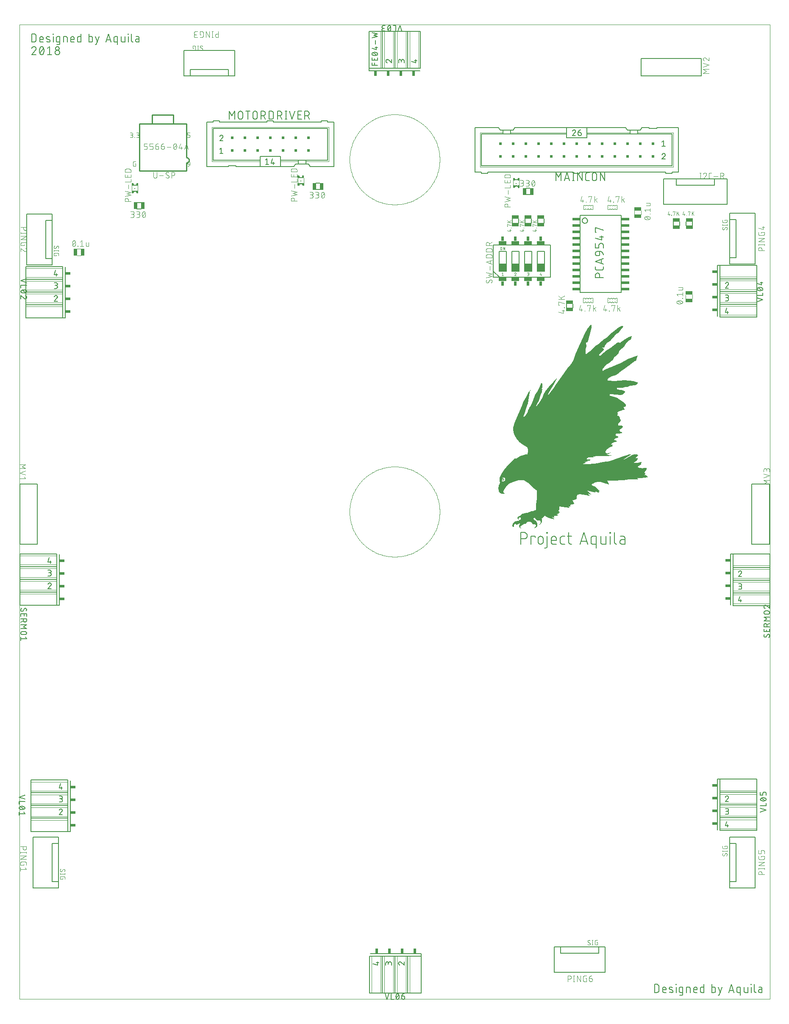
<source format=gto>
G04 EAGLE Gerber X2 export*
%TF.Part,Single*%
%TF.FileFunction,Other,Silk top*%
%TF.FilePolarity,Positive*%
%TF.GenerationSoftware,Autodesk,EAGLE,9.1.1*%
%TF.CreationDate,2018-08-10T14:31:17Z*%
G75*
%MOMM*%
%FSLAX34Y34*%
%LPD*%
%AMOC8*
5,1,8,0,0,1.08239X$1,22.5*%
G01*
%ADD10C,0.001000*%
%ADD11C,0.076200*%
%ADD12C,0.203200*%
%ADD13C,0.152400*%
%ADD14C,0.127000*%
%ADD15C,0.101600*%
%ADD16R,1.400000X0.650000*%
%ADD17C,0.050800*%
%ADD18R,0.508000X0.508000*%
%ADD19C,0.177800*%
%ADD20R,1.524000X0.508000*%
%ADD21R,1.016000X0.508000*%
%ADD22R,1.500000X0.750000*%
%ADD23R,1.500000X1.500000*%
%ADD24R,0.500000X0.950000*%
%ADD25R,0.508000X1.016000*%
%ADD26C,0.254000*%
%ADD27R,0.650000X1.400000*%
%ADD28R,0.325000X0.500000*%
%ADD29R,0.150000X0.250000*%
%ADD30R,0.400000X0.175000*%
%ADD31R,0.200000X0.200000*%
%ADD32R,0.300000X0.300000*%
%ADD33R,0.325000X0.075000*%
%ADD34R,1.450100X0.750100*%
%ADD35R,0.750100X1.450100*%

G36*
X902975Y940107D02*
X902975Y940107D01*
X902995Y940106D01*
X903047Y940131D01*
X903102Y940148D01*
X903115Y940163D01*
X903133Y940172D01*
X903166Y940219D01*
X903205Y940262D01*
X903210Y940281D01*
X903221Y940297D01*
X903226Y940355D01*
X903239Y940411D01*
X903233Y940430D01*
X903235Y940450D01*
X903213Y940497D01*
X903194Y940558D01*
X903176Y940575D01*
X903166Y940597D01*
X902188Y941717D01*
X901407Y942942D01*
X901250Y943378D01*
X901228Y943830D01*
X901338Y944269D01*
X901571Y944657D01*
X901924Y944975D01*
X903709Y946163D01*
X909043Y949725D01*
X911358Y949725D01*
X911412Y949739D01*
X911468Y949746D01*
X911485Y949758D01*
X911506Y949764D01*
X911555Y949812D01*
X911597Y949844D01*
X913388Y952224D01*
X913880Y952691D01*
X914443Y953068D01*
X915062Y953343D01*
X916349Y953670D01*
X917672Y953780D01*
X918994Y953670D01*
X920282Y953343D01*
X921987Y952607D01*
X923563Y951622D01*
X924981Y950404D01*
X926776Y948607D01*
X926807Y948589D01*
X926832Y948563D01*
X926870Y948552D01*
X926909Y948529D01*
X926951Y948529D01*
X926988Y948519D01*
X931053Y948519D01*
X931476Y947988D01*
X931819Y947277D01*
X931994Y946508D01*
X931994Y945719D01*
X931819Y944950D01*
X931476Y944239D01*
X930974Y943609D01*
X928582Y941214D01*
X928570Y941193D01*
X928551Y941177D01*
X928532Y941128D01*
X928505Y941082D01*
X928505Y941057D01*
X928496Y941034D01*
X928505Y940981D01*
X928504Y940928D01*
X928516Y940907D01*
X928520Y940882D01*
X928553Y940841D01*
X928579Y940795D01*
X928601Y940782D01*
X928616Y940762D01*
X928665Y940743D01*
X928711Y940716D01*
X928736Y940715D01*
X928759Y940706D01*
X928807Y940713D01*
X928864Y940712D01*
X928890Y940727D01*
X928919Y940731D01*
X931129Y941747D01*
X931151Y941765D01*
X931175Y941773D01*
X933171Y943163D01*
X933191Y943186D01*
X933214Y943200D01*
X933937Y943942D01*
X933953Y943970D01*
X933975Y943990D01*
X934532Y944863D01*
X934541Y944894D01*
X934559Y944918D01*
X934926Y945886D01*
X934930Y945919D01*
X934942Y945945D01*
X935105Y946968D01*
X935102Y946997D01*
X935108Y947023D01*
X935062Y948764D01*
X935054Y948788D01*
X935057Y948812D01*
X934733Y950523D01*
X934722Y950546D01*
X934720Y950569D01*
X934128Y952207D01*
X934113Y952227D01*
X934108Y952250D01*
X933262Y953772D01*
X933246Y953789D01*
X933238Y953809D01*
X932199Y955168D01*
X932182Y955181D01*
X932173Y955198D01*
X930964Y956409D01*
X930946Y956420D01*
X930934Y956435D01*
X929576Y957476D01*
X929566Y957481D01*
X929560Y957488D01*
X926306Y959654D01*
X928350Y961185D01*
X928796Y961397D01*
X929273Y961488D01*
X929758Y961455D01*
X930218Y961299D01*
X930624Y961032D01*
X930966Y960651D01*
X932380Y958791D01*
X932392Y958783D01*
X932398Y958771D01*
X933982Y957037D01*
X933988Y957033D01*
X933991Y957027D01*
X934597Y956421D01*
X934628Y956404D01*
X934653Y956378D01*
X934691Y956367D01*
X934730Y956344D01*
X934773Y956344D01*
X934809Y956334D01*
X940674Y956334D01*
X941216Y955655D01*
X941641Y954773D01*
X941859Y953818D01*
X941859Y952839D01*
X941641Y951884D01*
X941216Y951002D01*
X940595Y950224D01*
X938800Y948430D01*
X938785Y948404D01*
X938763Y948384D01*
X938748Y948339D01*
X938723Y948297D01*
X938723Y948267D01*
X938713Y948239D01*
X938723Y948192D01*
X938722Y948144D01*
X938737Y948118D01*
X938742Y948088D01*
X938774Y948052D01*
X938797Y948010D01*
X938823Y947994D01*
X938842Y947972D01*
X938887Y947955D01*
X938929Y947931D01*
X938958Y947930D01*
X938987Y947920D01*
X939030Y947928D01*
X939082Y947927D01*
X939112Y947944D01*
X939146Y947950D01*
X940538Y948647D01*
X940560Y948667D01*
X940586Y948677D01*
X941821Y949624D01*
X941839Y949648D01*
X941862Y949663D01*
X942895Y950827D01*
X942909Y950854D01*
X942929Y950873D01*
X943016Y951021D01*
X943194Y951320D01*
X943371Y951619D01*
X943548Y951918D01*
X943548Y951919D01*
X943722Y952212D01*
X943724Y952217D01*
X943725Y952218D01*
X943731Y952242D01*
X943747Y952264D01*
X944272Y953729D01*
X944275Y953759D01*
X944286Y953784D01*
X944525Y955322D01*
X944523Y955341D01*
X944528Y955358D01*
X944525Y955367D01*
X944528Y955379D01*
X944471Y956934D01*
X944462Y956963D01*
X944463Y956990D01*
X944113Y958506D01*
X944106Y958520D01*
X944105Y958534D01*
X943585Y960096D01*
X944322Y960488D01*
X944323Y960489D01*
X944324Y960489D01*
X944330Y960495D01*
X944345Y960510D01*
X944372Y960521D01*
X945214Y961210D01*
X945223Y961223D01*
X945236Y961230D01*
X950051Y966042D01*
X950075Y966084D01*
X950107Y966120D01*
X950112Y966148D01*
X950128Y966175D01*
X950128Y966207D01*
X951097Y965366D01*
X951108Y965360D01*
X951115Y965351D01*
X952664Y964207D01*
X952681Y964201D01*
X952692Y964189D01*
X956456Y962013D01*
X956478Y962007D01*
X956495Y961995D01*
X960532Y960380D01*
X960554Y960378D01*
X960573Y960367D01*
X964799Y959348D01*
X964810Y959348D01*
X964820Y959344D01*
X968423Y958744D01*
X968498Y958751D01*
X968572Y958757D01*
X968574Y958758D01*
X968576Y958758D01*
X968637Y958802D01*
X968699Y958844D01*
X968700Y958845D01*
X968701Y958847D01*
X968733Y958914D01*
X968766Y958982D01*
X968766Y958984D01*
X968766Y958985D01*
X968761Y959060D01*
X968755Y959135D01*
X968754Y959136D01*
X968754Y959138D01*
X968668Y959265D01*
X968665Y959266D01*
X968664Y959269D01*
X965108Y962235D01*
X964788Y962870D01*
X968430Y962349D01*
X968440Y962350D01*
X968451Y962347D01*
X968516Y962359D01*
X968582Y962367D01*
X968591Y962373D01*
X968602Y962375D01*
X968652Y962419D01*
X968705Y962458D01*
X968710Y962468D01*
X968718Y962475D01*
X968741Y962538D01*
X968768Y962598D01*
X968766Y962609D01*
X968770Y962619D01*
X968760Y962673D01*
X968752Y962751D01*
X968743Y962764D01*
X968740Y962779D01*
X967670Y964920D01*
X968560Y965363D01*
X973321Y965957D01*
X973332Y965961D01*
X973343Y965961D01*
X976346Y966561D01*
X976404Y966589D01*
X976464Y966613D01*
X976472Y966623D01*
X976483Y966628D01*
X976520Y966682D01*
X976560Y966732D01*
X976562Y966745D01*
X976569Y966755D01*
X976574Y966820D01*
X976585Y966883D01*
X976580Y966895D01*
X976581Y966908D01*
X976554Y966967D01*
X976531Y967027D01*
X976521Y967035D01*
X976516Y967047D01*
X976446Y967095D01*
X976405Y967129D01*
X972789Y968678D01*
X973372Y968969D01*
X978127Y969563D01*
X978145Y969570D01*
X978165Y969570D01*
X978216Y969599D01*
X978269Y969620D01*
X978281Y969636D01*
X978298Y969645D01*
X978328Y969695D01*
X978365Y969741D01*
X978367Y969760D01*
X978377Y969777D01*
X978379Y969835D01*
X978387Y969893D01*
X978381Y969911D01*
X978381Y969930D01*
X978355Y969976D01*
X978332Y970036D01*
X978313Y970051D01*
X978302Y970072D01*
X976841Y971532D01*
X979994Y972585D01*
X979997Y972587D01*
X980000Y972587D01*
X980061Y972629D01*
X980122Y972669D01*
X980123Y972672D01*
X980126Y972674D01*
X980158Y972741D01*
X980192Y972806D01*
X980191Y972809D01*
X980193Y972812D01*
X980188Y972886D01*
X980184Y972959D01*
X980183Y972962D01*
X980182Y972965D01*
X980158Y973001D01*
X980102Y973089D01*
X980095Y973093D01*
X980090Y973099D01*
X976731Y975892D01*
X977702Y976863D01*
X977716Y976888D01*
X977737Y976905D01*
X978287Y977706D01*
X978296Y977730D01*
X978305Y977740D01*
X978307Y977746D01*
X978314Y977755D01*
X978706Y978643D01*
X978711Y978673D01*
X978724Y978696D01*
X978944Y979643D01*
X978943Y979671D01*
X978946Y979679D01*
X978952Y979698D01*
X978992Y980669D01*
X978991Y980675D01*
X978992Y980681D01*
X978992Y983670D01*
X979006Y983792D01*
X979045Y983873D01*
X979109Y983937D01*
X979190Y983976D01*
X979296Y983989D01*
X991279Y982790D01*
X999086Y981588D01*
X999126Y981592D01*
X999165Y981587D01*
X999201Y981600D01*
X999239Y981605D01*
X999271Y981628D01*
X999308Y981642D01*
X999332Y981672D01*
X999363Y981694D01*
X999380Y981730D01*
X999405Y981761D01*
X999411Y981799D01*
X999427Y981834D01*
X999423Y981873D01*
X999430Y981912D01*
X999417Y981946D01*
X999413Y981987D01*
X999386Y982025D01*
X999371Y982063D01*
X997927Y983991D01*
X1000938Y983991D01*
X1001010Y984010D01*
X1001082Y984028D01*
X1001084Y984030D01*
X1001086Y984030D01*
X1001139Y984082D01*
X1001193Y984134D01*
X1001194Y984136D01*
X1001196Y984138D01*
X1001237Y984285D01*
X1001237Y984288D01*
X1001237Y984290D01*
X1001237Y987665D01*
X1008222Y989409D01*
X1008249Y989424D01*
X1008280Y989429D01*
X1008315Y989460D01*
X1008357Y989483D01*
X1008373Y989509D01*
X1008396Y989529D01*
X1008412Y989573D01*
X1008437Y989614D01*
X1008438Y989644D01*
X1008448Y989673D01*
X1008440Y989717D01*
X1008441Y989767D01*
X1008424Y989800D01*
X1008418Y989833D01*
X1005008Y996655D01*
X1007060Y996837D01*
X1007083Y996846D01*
X1007106Y996845D01*
X1009531Y997451D01*
X1009552Y997463D01*
X1009575Y997466D01*
X1011876Y998442D01*
X1011900Y998460D01*
X1011926Y998469D01*
X1012611Y998931D01*
X1012634Y998958D01*
X1012663Y998975D01*
X1013224Y999580D01*
X1013241Y999612D01*
X1013264Y999635D01*
X1013674Y1000352D01*
X1013683Y1000387D01*
X1013701Y1000415D01*
X1013937Y1001206D01*
X1013938Y1001242D01*
X1013949Y1001273D01*
X1013999Y1002097D01*
X1013995Y1002119D01*
X1013997Y1002126D01*
X1013993Y1002142D01*
X1013995Y1002165D01*
X1013857Y1002979D01*
X1013857Y1002980D01*
X1013857Y1002981D01*
X1013703Y1003851D01*
X1013735Y1004701D01*
X1013948Y1005525D01*
X1014330Y1006286D01*
X1014865Y1006948D01*
X1015530Y1007484D01*
X1016732Y1008114D01*
X1018029Y1008524D01*
X1019378Y1008702D01*
X1020747Y1008640D01*
X1032149Y1006840D01*
X1038759Y1005638D01*
X1038795Y1005640D01*
X1038829Y1005633D01*
X1038870Y1005646D01*
X1038912Y1005650D01*
X1038942Y1005670D01*
X1038975Y1005681D01*
X1039004Y1005712D01*
X1039039Y1005736D01*
X1039055Y1005768D01*
X1039079Y1005794D01*
X1039088Y1005836D01*
X1039107Y1005874D01*
X1039104Y1005909D01*
X1039112Y1005944D01*
X1039100Y1005982D01*
X1039097Y1006027D01*
X1039074Y1006062D01*
X1039062Y1006098D01*
X1037859Y1007901D01*
X1037849Y1007910D01*
X1037844Y1007922D01*
X1036070Y1010140D01*
X1042324Y1008054D01*
X1042397Y1008050D01*
X1042470Y1008043D01*
X1042474Y1008045D01*
X1042477Y1008045D01*
X1042543Y1008077D01*
X1042610Y1008107D01*
X1042612Y1008110D01*
X1042615Y1008112D01*
X1042656Y1008173D01*
X1042699Y1008232D01*
X1042699Y1008236D01*
X1042701Y1008239D01*
X1042707Y1008312D01*
X1042715Y1008385D01*
X1042713Y1008388D01*
X1042713Y1008392D01*
X1042648Y1008531D01*
X1042647Y1008531D01*
X1042647Y1008532D01*
X1041073Y1010381D01*
X1041055Y1010393D01*
X1041044Y1010410D01*
X1039229Y1012024D01*
X1039209Y1012034D01*
X1039196Y1012049D01*
X1037176Y1013396D01*
X1037166Y1013400D01*
X1037158Y1013407D01*
X1033931Y1015251D01*
X1036231Y1015251D01*
X1039619Y1014853D01*
X1042950Y1014060D01*
X1047761Y1012857D01*
X1047769Y1012857D01*
X1047775Y1012854D01*
X1050778Y1012251D01*
X1050853Y1012255D01*
X1050927Y1012259D01*
X1050929Y1012260D01*
X1050931Y1012260D01*
X1050994Y1012301D01*
X1051057Y1012341D01*
X1051058Y1012343D01*
X1051060Y1012344D01*
X1051093Y1012410D01*
X1051129Y1012477D01*
X1051129Y1012479D01*
X1051129Y1012481D01*
X1051122Y1012634D01*
X1051121Y1012636D01*
X1051121Y1012639D01*
X1050670Y1013988D01*
X1051628Y1013856D01*
X1052999Y1013464D01*
X1054321Y1012874D01*
X1054323Y1012874D01*
X1054324Y1012872D01*
X1055089Y1012540D01*
X1055115Y1012537D01*
X1055136Y1012525D01*
X1055945Y1012322D01*
X1055971Y1012322D01*
X1055993Y1012314D01*
X1056825Y1012246D01*
X1056837Y1012248D01*
X1056849Y1012245D01*
X1058652Y1012245D01*
X1058676Y1012251D01*
X1058700Y1012249D01*
X1058749Y1012270D01*
X1058800Y1012284D01*
X1058818Y1012301D01*
X1058840Y1012311D01*
X1058872Y1012354D01*
X1058910Y1012392D01*
X1058916Y1012415D01*
X1058931Y1012435D01*
X1058937Y1012488D01*
X1058951Y1012539D01*
X1058945Y1012563D01*
X1058948Y1012587D01*
X1058928Y1012632D01*
X1058914Y1012688D01*
X1058893Y1012710D01*
X1058882Y1012735D01*
X1056552Y1015536D01*
X1059157Y1014666D01*
X1059232Y1014661D01*
X1059307Y1014656D01*
X1059309Y1014657D01*
X1059310Y1014657D01*
X1059377Y1014689D01*
X1059445Y1014722D01*
X1059447Y1014723D01*
X1059448Y1014724D01*
X1059491Y1014786D01*
X1059533Y1014848D01*
X1059533Y1014849D01*
X1059534Y1014851D01*
X1059540Y1014928D01*
X1059547Y1015000D01*
X1059546Y1015002D01*
X1059546Y1015004D01*
X1059481Y1015143D01*
X1059479Y1015144D01*
X1059477Y1015147D01*
X1056645Y1018389D01*
X1056630Y1018398D01*
X1056621Y1018412D01*
X1053446Y1021320D01*
X1053431Y1021328D01*
X1053421Y1021341D01*
X1049943Y1023878D01*
X1049926Y1023884D01*
X1049915Y1023896D01*
X1046176Y1026031D01*
X1046168Y1026033D01*
X1046162Y1026039D01*
X1042969Y1027634D01*
X1045351Y1029559D01*
X1045597Y1029701D01*
X1046116Y1030001D01*
X1046635Y1030300D01*
X1046636Y1030300D01*
X1047154Y1030599D01*
X1047155Y1030599D01*
X1047674Y1030898D01*
X1048193Y1031198D01*
X1048387Y1031310D01*
X1051660Y1032564D01*
X1055087Y1033291D01*
X1058295Y1033437D01*
X1061480Y1033040D01*
X1064571Y1032104D01*
X1068424Y1030746D01*
X1068437Y1030745D01*
X1068447Y1030739D01*
X1072402Y1029691D01*
X1072409Y1029691D01*
X1072414Y1029688D01*
X1077829Y1028485D01*
X1077870Y1028487D01*
X1077911Y1028478D01*
X1077946Y1028490D01*
X1077982Y1028491D01*
X1078017Y1028513D01*
X1078057Y1028526D01*
X1078081Y1028553D01*
X1078112Y1028573D01*
X1078132Y1028609D01*
X1078160Y1028639D01*
X1078168Y1028675D01*
X1078185Y1028708D01*
X1078184Y1028749D01*
X1078193Y1028789D01*
X1078182Y1028822D01*
X1078181Y1028861D01*
X1078156Y1028903D01*
X1078143Y1028943D01*
X1076941Y1030739D01*
X1075928Y1032455D01*
X1075165Y1034294D01*
X1074698Y1035693D01*
X1082700Y1035693D01*
X1082707Y1035695D01*
X1082714Y1035693D01*
X1109168Y1036896D01*
X1109179Y1036900D01*
X1109190Y1036898D01*
X1111006Y1037117D01*
X1111020Y1037122D01*
X1111033Y1037121D01*
X1112822Y1037502D01*
X1116568Y1038281D01*
X1120358Y1038680D01*
X1124178Y1038699D01*
X1137394Y1038099D01*
X1137438Y1038109D01*
X1137483Y1038108D01*
X1137512Y1038125D01*
X1137544Y1038132D01*
X1137577Y1038161D01*
X1137616Y1038183D01*
X1137634Y1038212D01*
X1137658Y1038234D01*
X1137672Y1038276D01*
X1137695Y1038315D01*
X1137696Y1038348D01*
X1137707Y1038380D01*
X1137698Y1038424D01*
X1137699Y1038468D01*
X1137683Y1038496D01*
X1137676Y1038530D01*
X1137642Y1038570D01*
X1137620Y1038610D01*
X1135139Y1041090D01*
X1141630Y1040958D01*
X1141649Y1040963D01*
X1141666Y1040960D01*
X1148863Y1041706D01*
X1148872Y1041710D01*
X1148881Y1041709D01*
X1156096Y1042912D01*
X1156109Y1042918D01*
X1156124Y1042918D01*
X1156178Y1042949D01*
X1156236Y1042975D01*
X1156244Y1042987D01*
X1156257Y1042994D01*
X1156289Y1043048D01*
X1156326Y1043099D01*
X1156328Y1043113D01*
X1156335Y1043126D01*
X1156336Y1043189D01*
X1156343Y1043252D01*
X1156337Y1043265D01*
X1156337Y1043279D01*
X1156311Y1043326D01*
X1156282Y1043392D01*
X1156266Y1043404D01*
X1156257Y1043420D01*
X1154994Y1044666D01*
X1154970Y1044679D01*
X1154954Y1044699D01*
X1153495Y1045708D01*
X1153469Y1045717D01*
X1153450Y1045734D01*
X1151839Y1046477D01*
X1151812Y1046481D01*
X1151791Y1046494D01*
X1150076Y1046949D01*
X1150049Y1046949D01*
X1150025Y1046958D01*
X1148459Y1047094D01*
X1150822Y1048985D01*
X1150823Y1048987D01*
X1150826Y1048988D01*
X1150869Y1049049D01*
X1150913Y1049109D01*
X1150913Y1049111D01*
X1150915Y1049113D01*
X1150922Y1049187D01*
X1150931Y1049261D01*
X1150930Y1049263D01*
X1150931Y1049266D01*
X1150915Y1049299D01*
X1150871Y1049402D01*
X1150866Y1049407D01*
X1150863Y1049413D01*
X1149757Y1050711D01*
X1149737Y1050725D01*
X1149724Y1050744D01*
X1148438Y1051840D01*
X1148392Y1051888D01*
X1148383Y1051911D01*
X1148383Y1051936D01*
X1148392Y1051959D01*
X1148438Y1052008D01*
X1149941Y1053299D01*
X1149957Y1053321D01*
X1149977Y1053336D01*
X1151248Y1054875D01*
X1151260Y1054900D01*
X1151277Y1054917D01*
X1152268Y1056650D01*
X1152275Y1056676D01*
X1152290Y1056696D01*
X1152972Y1058573D01*
X1152974Y1058600D01*
X1152985Y1058622D01*
X1153339Y1060587D01*
X1153335Y1060629D01*
X1153342Y1060665D01*
X1153326Y1060859D01*
X1153307Y1060912D01*
X1153299Y1060960D01*
X1153217Y1061136D01*
X1153180Y1061180D01*
X1153157Y1061222D01*
X1153019Y1061359D01*
X1152970Y1061387D01*
X1152933Y1061418D01*
X1152757Y1061500D01*
X1152700Y1061509D01*
X1152655Y1061526D01*
X1152462Y1061541D01*
X1152430Y1061536D01*
X1152401Y1061540D01*
X1147599Y1060938D01*
X1144605Y1060722D01*
X1141622Y1060922D01*
X1138699Y1061531D01*
X1137488Y1062001D01*
X1136398Y1062683D01*
X1136138Y1062955D01*
X1135975Y1063284D01*
X1135919Y1063648D01*
X1135975Y1064011D01*
X1136138Y1064340D01*
X1136402Y1064616D01*
X1137814Y1065577D01*
X1139353Y1066387D01*
X1139360Y1066393D01*
X1139368Y1066395D01*
X1140408Y1067019D01*
X1140433Y1067044D01*
X1140461Y1067059D01*
X1141337Y1067899D01*
X1141355Y1067929D01*
X1141380Y1067950D01*
X1142046Y1068963D01*
X1142057Y1068997D01*
X1142076Y1069023D01*
X1142500Y1070159D01*
X1142502Y1070177D01*
X1142510Y1070191D01*
X1143110Y1072591D01*
X1143109Y1072653D01*
X1143115Y1072715D01*
X1143108Y1072729D01*
X1143108Y1072745D01*
X1143077Y1072798D01*
X1143051Y1072854D01*
X1143038Y1072864D01*
X1143030Y1072877D01*
X1142977Y1072908D01*
X1142926Y1072944D01*
X1142911Y1072945D01*
X1142897Y1072953D01*
X1142819Y1072953D01*
X1142765Y1072958D01*
X1135624Y1071613D01*
X1128381Y1071163D01*
X1127312Y1071163D01*
X1127312Y1071170D01*
X1127317Y1071182D01*
X1127363Y1071219D01*
X1129749Y1072660D01*
X1129767Y1072678D01*
X1129788Y1072688D01*
X1131927Y1074507D01*
X1131942Y1074528D01*
X1131962Y1074542D01*
X1133781Y1076681D01*
X1133792Y1076704D01*
X1133809Y1076720D01*
X1135261Y1079124D01*
X1135265Y1079137D01*
X1135273Y1079145D01*
X1135873Y1080348D01*
X1135886Y1080413D01*
X1135904Y1080477D01*
X1135902Y1080488D01*
X1135904Y1080499D01*
X1135883Y1080562D01*
X1135867Y1080626D01*
X1135860Y1080634D01*
X1135856Y1080645D01*
X1135807Y1080689D01*
X1135761Y1080737D01*
X1135751Y1080740D01*
X1135743Y1080748D01*
X1135654Y1080767D01*
X1135605Y1080781D01*
X1133202Y1080781D01*
X1133172Y1080773D01*
X1133143Y1080775D01*
X1131033Y1080352D01*
X1136430Y1086293D01*
X1136431Y1086296D01*
X1136434Y1086298D01*
X1136467Y1086364D01*
X1136500Y1086429D01*
X1136500Y1086433D01*
X1136502Y1086436D01*
X1136497Y1086509D01*
X1136494Y1086582D01*
X1136492Y1086585D01*
X1136492Y1086589D01*
X1136467Y1086626D01*
X1136413Y1086712D01*
X1136405Y1086717D01*
X1136400Y1086723D01*
X1135564Y1087424D01*
X1135532Y1087439D01*
X1135509Y1087461D01*
X1134539Y1087960D01*
X1134509Y1087967D01*
X1134486Y1087981D01*
X1132922Y1088438D01*
X1132897Y1088438D01*
X1132875Y1088447D01*
X1131259Y1088650D01*
X1131234Y1088647D01*
X1131211Y1088652D01*
X1129583Y1088596D01*
X1129560Y1088589D01*
X1129538Y1088591D01*
X1128285Y1088358D01*
X1128265Y1088349D01*
X1128244Y1088348D01*
X1127035Y1087945D01*
X1127016Y1087933D01*
X1126996Y1087929D01*
X1125854Y1087362D01*
X1125852Y1087360D01*
X1125849Y1087359D01*
X1112028Y1080148D01*
X1104276Y1076572D01*
X1104185Y1076572D01*
X1122537Y1088043D01*
X1122548Y1088056D01*
X1122564Y1088062D01*
X1122600Y1088111D01*
X1122642Y1088155D01*
X1122646Y1088172D01*
X1122656Y1088185D01*
X1122663Y1088245D01*
X1122677Y1088304D01*
X1122672Y1088321D01*
X1122674Y1088338D01*
X1122651Y1088393D01*
X1122634Y1088452D01*
X1122622Y1088464D01*
X1122615Y1088479D01*
X1122567Y1088516D01*
X1122524Y1088558D01*
X1122507Y1088563D01*
X1122494Y1088573D01*
X1122441Y1088579D01*
X1122375Y1088596D01*
X1122354Y1088590D01*
X1122333Y1088593D01*
X1118237Y1087967D01*
X1118224Y1087961D01*
X1118210Y1087962D01*
X1114190Y1086958D01*
X1114177Y1086951D01*
X1114164Y1086950D01*
X1110255Y1085576D01*
X1110252Y1085575D01*
X1110250Y1085575D01*
X1089213Y1077761D01*
X1082013Y1075356D01*
X1078689Y1074437D01*
X1075300Y1073839D01*
X1071856Y1073565D01*
X1067017Y1073186D01*
X1067003Y1073182D01*
X1066990Y1073183D01*
X1062207Y1072359D01*
X1062205Y1072358D01*
X1062202Y1072358D01*
X1054731Y1070938D01*
X1047197Y1069956D01*
X1036106Y1069097D01*
X1025298Y1068767D01*
X1025993Y1069285D01*
X1027565Y1070072D01*
X1029264Y1070573D01*
X1032257Y1071171D01*
X1032304Y1071194D01*
X1032354Y1071208D01*
X1032371Y1071227D01*
X1032394Y1071238D01*
X1032424Y1071281D01*
X1032460Y1071319D01*
X1032466Y1071344D01*
X1032480Y1071365D01*
X1032485Y1071417D01*
X1032497Y1071468D01*
X1032490Y1071493D01*
X1032492Y1071518D01*
X1032470Y1071565D01*
X1032456Y1071616D01*
X1032438Y1071633D01*
X1032427Y1071657D01*
X1032376Y1071693D01*
X1032339Y1071728D01*
X1031596Y1072125D01*
X1031558Y1072134D01*
X1031527Y1072151D01*
X1030710Y1072355D01*
X1030671Y1072354D01*
X1030637Y1072364D01*
X1029804Y1072363D01*
X1029673Y1072371D01*
X1029595Y1072406D01*
X1029535Y1072466D01*
X1029500Y1072544D01*
X1029494Y1072631D01*
X1029529Y1072751D01*
X1029604Y1072855D01*
X1029708Y1072930D01*
X1029856Y1072973D01*
X1034630Y1073569D01*
X1034903Y1073589D01*
X1035182Y1073569D01*
X1035204Y1073573D01*
X1035224Y1073568D01*
X1035354Y1073577D01*
X1035423Y1073601D01*
X1035476Y1073613D01*
X1035591Y1073675D01*
X1035644Y1073725D01*
X1035687Y1073758D01*
X1035765Y1073862D01*
X1035793Y1073930D01*
X1035819Y1073978D01*
X1035846Y1074105D01*
X1035845Y1074129D01*
X1035847Y1074135D01*
X1035845Y1074143D01*
X1035843Y1074178D01*
X1035846Y1074232D01*
X1035819Y1074359D01*
X1035785Y1074425D01*
X1035765Y1074475D01*
X1035687Y1074579D01*
X1035630Y1074625D01*
X1035591Y1074663D01*
X1035476Y1074724D01*
X1035405Y1074742D01*
X1035354Y1074760D01*
X1035224Y1074769D01*
X1035219Y1074768D01*
X1035214Y1074769D01*
X1035074Y1074774D01*
X1034998Y1074807D01*
X1034939Y1074866D01*
X1034905Y1074942D01*
X1034902Y1075029D01*
X1034941Y1075149D01*
X1035018Y1075255D01*
X1035124Y1075331D01*
X1035276Y1075379D01*
X1037989Y1075870D01*
X1038000Y1075875D01*
X1038012Y1075875D01*
X1040695Y1076584D01*
X1040730Y1076603D01*
X1040765Y1076612D01*
X1040882Y1076677D01*
X1040933Y1076727D01*
X1040976Y1076760D01*
X1041056Y1076868D01*
X1041082Y1076935D01*
X1041107Y1076983D01*
X1041136Y1077113D01*
X1041132Y1077185D01*
X1041136Y1077239D01*
X1041107Y1077369D01*
X1041075Y1077434D01*
X1041056Y1077484D01*
X1040976Y1077592D01*
X1040920Y1077637D01*
X1040882Y1077675D01*
X1040765Y1077740D01*
X1040722Y1077751D01*
X1040687Y1077771D01*
X1038516Y1078275D01*
X1038495Y1078274D01*
X1038476Y1078281D01*
X1036257Y1078482D01*
X1036235Y1078479D01*
X1036215Y1078483D01*
X1034007Y1078379D01*
X1033884Y1078387D01*
X1033805Y1078422D01*
X1033745Y1078482D01*
X1033709Y1078560D01*
X1033703Y1078655D01*
X1033910Y1079543D01*
X1034321Y1080368D01*
X1034912Y1081076D01*
X1035649Y1081629D01*
X1036500Y1081999D01*
X1039018Y1082568D01*
X1041598Y1082766D01*
X1044191Y1082587D01*
X1048392Y1081989D01*
X1048403Y1081990D01*
X1048413Y1081986D01*
X1048478Y1081999D01*
X1048544Y1082007D01*
X1048553Y1082013D01*
X1048564Y1082016D01*
X1048614Y1082059D01*
X1048668Y1082098D01*
X1048672Y1082108D01*
X1048681Y1082115D01*
X1048703Y1082178D01*
X1048730Y1082238D01*
X1048728Y1082249D01*
X1048732Y1082260D01*
X1048721Y1082325D01*
X1048714Y1082391D01*
X1048707Y1082400D01*
X1048705Y1082411D01*
X1048670Y1082452D01*
X1048625Y1082516D01*
X1048610Y1082522D01*
X1048600Y1082534D01*
X1045734Y1084442D01*
X1055058Y1084995D01*
X1071279Y1084995D01*
X1071282Y1084996D01*
X1071286Y1084995D01*
X1076107Y1085102D01*
X1076119Y1085106D01*
X1076131Y1085104D01*
X1080928Y1085596D01*
X1080933Y1085599D01*
X1080939Y1085598D01*
X1085151Y1086198D01*
X1085204Y1086220D01*
X1085260Y1086236D01*
X1085274Y1086250D01*
X1085292Y1086258D01*
X1085328Y1086304D01*
X1085368Y1086344D01*
X1085373Y1086364D01*
X1085386Y1086380D01*
X1085393Y1086437D01*
X1085408Y1086493D01*
X1085403Y1086512D01*
X1085406Y1086532D01*
X1085384Y1086585D01*
X1085370Y1086641D01*
X1085356Y1086655D01*
X1085348Y1086674D01*
X1085303Y1086710D01*
X1085262Y1086751D01*
X1085244Y1086756D01*
X1085228Y1086769D01*
X1085166Y1086777D01*
X1085106Y1086793D01*
X1079994Y1086739D01*
X1074933Y1087390D01*
X1073320Y1087712D01*
X1074246Y1087920D01*
X1074264Y1087929D01*
X1074283Y1087931D01*
X1076500Y1088737D01*
X1076516Y1088749D01*
X1076535Y1088752D01*
X1078631Y1089834D01*
X1078639Y1089841D01*
X1078648Y1089843D01*
X1081651Y1091646D01*
X1081689Y1091685D01*
X1081732Y1091717D01*
X1081741Y1091739D01*
X1081758Y1091757D01*
X1081771Y1091809D01*
X1081793Y1091858D01*
X1081790Y1091882D01*
X1081796Y1091905D01*
X1081782Y1091957D01*
X1081776Y1092011D01*
X1081762Y1092030D01*
X1081756Y1092053D01*
X1081718Y1092091D01*
X1081686Y1092135D01*
X1081664Y1092145D01*
X1081647Y1092162D01*
X1081596Y1092176D01*
X1081547Y1092198D01*
X1081524Y1092196D01*
X1081500Y1092202D01*
X1081443Y1092187D01*
X1081385Y1092181D01*
X1079090Y1091256D01*
X1076710Y1090661D01*
X1074278Y1090401D01*
X1073699Y1090448D01*
X1073155Y1090630D01*
X1072668Y1090935D01*
X1072154Y1091457D01*
X1071771Y1092082D01*
X1071540Y1092778D01*
X1071472Y1093508D01*
X1071571Y1094238D01*
X1072094Y1095725D01*
X1072877Y1097096D01*
X1073896Y1098307D01*
X1075508Y1099711D01*
X1077290Y1100898D01*
X1079218Y1101852D01*
X1086424Y1104854D01*
X1086483Y1104899D01*
X1086543Y1104943D01*
X1086544Y1104945D01*
X1086546Y1104947D01*
X1086575Y1105016D01*
X1086605Y1105083D01*
X1086604Y1105086D01*
X1086605Y1105089D01*
X1086596Y1105163D01*
X1086589Y1105236D01*
X1086587Y1105238D01*
X1086587Y1105241D01*
X1086543Y1105300D01*
X1086500Y1105361D01*
X1086497Y1105362D01*
X1086496Y1105364D01*
X1086355Y1105426D01*
X1086353Y1105425D01*
X1086351Y1105426D01*
X1083091Y1105891D01*
X1085843Y1107268D01*
X1085901Y1107320D01*
X1085958Y1107369D01*
X1085958Y1107370D01*
X1085984Y1107446D01*
X1086007Y1107514D01*
X1086007Y1107515D01*
X1086008Y1107515D01*
X1085992Y1107594D01*
X1085979Y1107665D01*
X1085979Y1107666D01*
X1085932Y1107721D01*
X1085879Y1107782D01*
X1085734Y1107834D01*
X1085730Y1107833D01*
X1085726Y1107835D01*
X1084221Y1107920D01*
X1084204Y1107917D01*
X1084188Y1107920D01*
X1082701Y1107836D01*
X1082524Y1107847D01*
X1082394Y1107905D01*
X1082290Y1108003D01*
X1082226Y1108131D01*
X1082210Y1108273D01*
X1082243Y1108412D01*
X1082330Y1108543D01*
X1083847Y1109930D01*
X1085557Y1111097D01*
X1087416Y1112011D01*
X1089395Y1112657D01*
X1094197Y1113858D01*
X1094199Y1113859D01*
X1094201Y1113859D01*
X1094266Y1113896D01*
X1094331Y1113932D01*
X1094332Y1113934D01*
X1094334Y1113935D01*
X1094372Y1113999D01*
X1094411Y1114063D01*
X1094411Y1114065D01*
X1094412Y1114067D01*
X1094413Y1114141D01*
X1094415Y1114216D01*
X1094414Y1114218D01*
X1094414Y1114221D01*
X1094396Y1114252D01*
X1094343Y1114352D01*
X1094337Y1114355D01*
X1094334Y1114361D01*
X1093348Y1115331D01*
X1093319Y1115347D01*
X1093299Y1115370D01*
X1092134Y1116113D01*
X1092102Y1116123D01*
X1092078Y1116141D01*
X1090784Y1116627D01*
X1090751Y1116630D01*
X1090724Y1116643D01*
X1089362Y1116849D01*
X1088957Y1116925D01*
X1088622Y1117092D01*
X1088349Y1117340D01*
X1088237Y1117536D01*
X1088199Y1117754D01*
X1088237Y1117972D01*
X1088352Y1118174D01*
X1089504Y1119329D01*
X1090735Y1120166D01*
X1092103Y1120752D01*
X1093587Y1121070D01*
X1093590Y1121072D01*
X1093593Y1121072D01*
X1094481Y1121283D01*
X1094513Y1121300D01*
X1094546Y1121306D01*
X1095362Y1121716D01*
X1095389Y1121740D01*
X1095420Y1121754D01*
X1096119Y1122340D01*
X1096144Y1122374D01*
X1096173Y1122398D01*
X1096323Y1122615D01*
X1096340Y1122661D01*
X1096363Y1122696D01*
X1096442Y1122948D01*
X1096444Y1122996D01*
X1096455Y1123037D01*
X1096455Y1123301D01*
X1096443Y1123348D01*
X1096442Y1123390D01*
X1096363Y1123642D01*
X1096337Y1123683D01*
X1096323Y1123723D01*
X1096173Y1123940D01*
X1096140Y1123968D01*
X1096118Y1123999D01*
X1095767Y1124291D01*
X1095734Y1124306D01*
X1095710Y1124328D01*
X1095302Y1124532D01*
X1095266Y1124539D01*
X1095237Y1124555D01*
X1094793Y1124660D01*
X1094788Y1124660D01*
X1094785Y1124662D01*
X1093743Y1124878D01*
X1092779Y1125264D01*
X1091903Y1125809D01*
X1091550Y1126149D01*
X1091292Y1126559D01*
X1091140Y1127019D01*
X1091104Y1127503D01*
X1091184Y1127981D01*
X1091378Y1128426D01*
X1091848Y1129050D01*
X1092449Y1129550D01*
X1093148Y1129900D01*
X1093909Y1130082D01*
X1094717Y1130085D01*
X1096511Y1129986D01*
X1096528Y1129989D01*
X1096544Y1129986D01*
X1098347Y1130085D01*
X1098355Y1130088D01*
X1098363Y1130087D01*
X1103737Y1130682D01*
X1103872Y1130663D01*
X1103932Y1130670D01*
X1103982Y1130667D01*
X1104153Y1130707D01*
X1104192Y1130728D01*
X1104226Y1130737D01*
X1104234Y1130745D01*
X1104254Y1130751D01*
X1104398Y1130850D01*
X1104438Y1130896D01*
X1104476Y1130928D01*
X1104575Y1131072D01*
X1104595Y1131129D01*
X1104619Y1131174D01*
X1104659Y1131344D01*
X1104657Y1131404D01*
X1104663Y1131454D01*
X1104638Y1131627D01*
X1104619Y1131671D01*
X1104612Y1131713D01*
X1104423Y1132108D01*
X1104400Y1132136D01*
X1104387Y1132166D01*
X1104114Y1132508D01*
X1104085Y1132530D01*
X1104066Y1132556D01*
X1103724Y1132829D01*
X1103691Y1132843D01*
X1103666Y1132865D01*
X1103271Y1133054D01*
X1103264Y1133055D01*
X1103258Y1133060D01*
X1102036Y1133576D01*
X1100911Y1134233D01*
X1100290Y1134743D01*
X1099785Y1135354D01*
X1099516Y1135890D01*
X1099391Y1136471D01*
X1099415Y1137065D01*
X1099586Y1137635D01*
X1099895Y1138143D01*
X1100328Y1138565D01*
X1103908Y1140953D01*
X1103911Y1140956D01*
X1103915Y1140958D01*
X1104616Y1141453D01*
X1104633Y1141474D01*
X1104654Y1141486D01*
X1105261Y1142093D01*
X1105275Y1142116D01*
X1105294Y1142131D01*
X1105789Y1142832D01*
X1105801Y1142865D01*
X1105821Y1142890D01*
X1105942Y1143180D01*
X1105948Y1143221D01*
X1105963Y1143256D01*
X1106004Y1143567D01*
X1105999Y1143609D01*
X1106004Y1143646D01*
X1105963Y1143957D01*
X1105947Y1143996D01*
X1105942Y1144033D01*
X1105821Y1144323D01*
X1105797Y1144354D01*
X1105785Y1144387D01*
X1105449Y1144836D01*
X1105421Y1144858D01*
X1105403Y1144885D01*
X1104976Y1145247D01*
X1104943Y1145262D01*
X1104920Y1145285D01*
X1104422Y1145541D01*
X1104387Y1145549D01*
X1104359Y1145565D01*
X1103816Y1145704D01*
X1103787Y1145704D01*
X1103763Y1145713D01*
X1101358Y1145878D01*
X1101337Y1145874D01*
X1101317Y1145878D01*
X1098920Y1145713D01*
X1098470Y1145703D01*
X1098057Y1145790D01*
X1097674Y1145968D01*
X1097343Y1146227D01*
X1096906Y1146782D01*
X1096622Y1147426D01*
X1096506Y1148120D01*
X1096565Y1148821D01*
X1096800Y1149494D01*
X1096920Y1149697D01*
X1097096Y1149996D01*
X1097096Y1149997D01*
X1097272Y1150296D01*
X1097430Y1150564D01*
X1098211Y1151540D01*
X1099138Y1152411D01*
X1100080Y1153293D01*
X1100092Y1153312D01*
X1100109Y1153325D01*
X1100917Y1154332D01*
X1100926Y1154353D01*
X1100941Y1154368D01*
X1101010Y1154485D01*
X1101187Y1154784D01*
X1101187Y1154785D01*
X1101363Y1155084D01*
X1101597Y1155480D01*
X1101606Y1155513D01*
X1101623Y1155538D01*
X1101792Y1156048D01*
X1101794Y1156093D01*
X1101807Y1156131D01*
X1101826Y1156668D01*
X1101817Y1156711D01*
X1101818Y1156751D01*
X1101688Y1157272D01*
X1101666Y1157312D01*
X1101656Y1157350D01*
X1101386Y1157814D01*
X1101354Y1157846D01*
X1101334Y1157880D01*
X1100946Y1158251D01*
X1100943Y1158253D01*
X1100942Y1158255D01*
X1100712Y1158467D01*
X1100560Y1158697D01*
X1100467Y1158956D01*
X1100437Y1159262D01*
X1100378Y1160223D01*
X1100369Y1160250D01*
X1100370Y1160275D01*
X1100144Y1161217D01*
X1100131Y1161241D01*
X1100128Y1161266D01*
X1099742Y1162155D01*
X1099724Y1162176D01*
X1099717Y1162201D01*
X1099183Y1163009D01*
X1099160Y1163029D01*
X1099147Y1163053D01*
X1098121Y1164102D01*
X1098093Y1164119D01*
X1098073Y1164142D01*
X1096853Y1164956D01*
X1096821Y1164966D01*
X1096798Y1164985D01*
X1095443Y1165525D01*
X1095159Y1165658D01*
X1094961Y1165846D01*
X1094834Y1166088D01*
X1094791Y1166358D01*
X1094836Y1166628D01*
X1094986Y1166908D01*
X1095369Y1167574D01*
X1095380Y1167614D01*
X1095399Y1167646D01*
X1095598Y1168394D01*
X1095599Y1168435D01*
X1095609Y1168471D01*
X1095609Y1169244D01*
X1095598Y1169284D01*
X1095598Y1169321D01*
X1095399Y1170069D01*
X1095378Y1170105D01*
X1095369Y1170141D01*
X1094986Y1170807D01*
X1094860Y1171043D01*
X1094824Y1171262D01*
X1094860Y1171481D01*
X1094969Y1171686D01*
X1096116Y1172911D01*
X1097489Y1173891D01*
X1099047Y1174591D01*
X1103840Y1176391D01*
X1105365Y1176871D01*
X1106932Y1177066D01*
X1108537Y1176975D01*
X1108553Y1176978D01*
X1108567Y1176975D01*
X1108762Y1176984D01*
X1108820Y1177002D01*
X1108870Y1177009D01*
X1109049Y1177087D01*
X1109088Y1177118D01*
X1109096Y1177121D01*
X1109106Y1177131D01*
X1109140Y1177150D01*
X1109278Y1177288D01*
X1109309Y1177340D01*
X1109341Y1177379D01*
X1109419Y1177558D01*
X1109429Y1177618D01*
X1109444Y1177666D01*
X1109453Y1177861D01*
X1109443Y1177907D01*
X1109444Y1177948D01*
X1109219Y1178830D01*
X1109202Y1178859D01*
X1109197Y1178889D01*
X1108791Y1179703D01*
X1108768Y1179729D01*
X1108756Y1179757D01*
X1108188Y1180467D01*
X1107906Y1180824D01*
X1107726Y1181207D01*
X1107638Y1181620D01*
X1107646Y1182040D01*
X1107723Y1182319D01*
X1107867Y1182567D01*
X1108070Y1182770D01*
X1108318Y1182915D01*
X1108627Y1182999D01*
X1109550Y1183212D01*
X1109576Y1183226D01*
X1109603Y1183230D01*
X1110475Y1183615D01*
X1110502Y1183637D01*
X1110531Y1183648D01*
X1111090Y1184058D01*
X1111114Y1184089D01*
X1111143Y1184109D01*
X1111585Y1184643D01*
X1111602Y1184678D01*
X1111625Y1184705D01*
X1111923Y1185331D01*
X1111930Y1185369D01*
X1111946Y1185400D01*
X1112083Y1186080D01*
X1112081Y1186119D01*
X1112089Y1186153D01*
X1112056Y1186845D01*
X1112045Y1186883D01*
X1112044Y1186918D01*
X1111843Y1187582D01*
X1111825Y1187611D01*
X1111818Y1187642D01*
X1110898Y1189271D01*
X1110877Y1189293D01*
X1110865Y1189318D01*
X1109649Y1190739D01*
X1109623Y1190756D01*
X1109607Y1190779D01*
X1108140Y1191939D01*
X1108124Y1191946D01*
X1108113Y1191958D01*
X1103305Y1194961D01*
X1100828Y1196637D01*
X1098521Y1198549D01*
X1098517Y1198551D01*
X1098514Y1198555D01*
X1096875Y1199833D01*
X1096853Y1199843D01*
X1096837Y1199859D01*
X1095020Y1200868D01*
X1094996Y1200874D01*
X1094978Y1200887D01*
X1093027Y1201603D01*
X1093018Y1201604D01*
X1093010Y1201609D01*
X1081003Y1205209D01*
X1080452Y1205460D01*
X1079989Y1205825D01*
X1079625Y1206288D01*
X1079383Y1206821D01*
X1079332Y1207144D01*
X1079377Y1207464D01*
X1079513Y1207756D01*
X1079730Y1207995D01*
X1080007Y1208160D01*
X1080336Y1208239D01*
X1082099Y1208317D01*
X1083885Y1208238D01*
X1091695Y1207636D01*
X1091697Y1207636D01*
X1091699Y1207635D01*
X1101320Y1207035D01*
X1101339Y1207039D01*
X1101356Y1207035D01*
X1102538Y1207103D01*
X1102573Y1207114D01*
X1102606Y1207115D01*
X1103740Y1207452D01*
X1103772Y1207471D01*
X1103804Y1207479D01*
X1104830Y1208068D01*
X1104856Y1208094D01*
X1104886Y1208110D01*
X1105750Y1208919D01*
X1105753Y1208924D01*
X1105758Y1208927D01*
X1106452Y1209631D01*
X1107225Y1210209D01*
X1108095Y1210676D01*
X1108101Y1210682D01*
X1108108Y1210684D01*
X1108852Y1211131D01*
X1108879Y1211159D01*
X1108910Y1211177D01*
X1109522Y1211792D01*
X1109542Y1211826D01*
X1109567Y1211850D01*
X1109622Y1211941D01*
X1109978Y1212540D01*
X1110011Y1212596D01*
X1110023Y1212637D01*
X1110043Y1212670D01*
X1110153Y1213069D01*
X1110153Y1213117D01*
X1110163Y1213157D01*
X1110152Y1213571D01*
X1110139Y1213617D01*
X1110137Y1213658D01*
X1110006Y1214051D01*
X1109980Y1214091D01*
X1109966Y1214130D01*
X1109726Y1214468D01*
X1109690Y1214498D01*
X1109665Y1214532D01*
X1109337Y1214786D01*
X1109306Y1214799D01*
X1109283Y1214819D01*
X1107819Y1215519D01*
X1107799Y1215523D01*
X1107783Y1215533D01*
X1106241Y1216037D01*
X1106224Y1216037D01*
X1106210Y1216045D01*
X1102628Y1216798D01*
X1102614Y1216798D01*
X1102603Y1216803D01*
X1098977Y1217248D01*
X1097306Y1217540D01*
X1095736Y1218129D01*
X1094312Y1218994D01*
X1094048Y1219264D01*
X1093883Y1219593D01*
X1093827Y1219958D01*
X1093871Y1220236D01*
X1093998Y1220487D01*
X1094197Y1220687D01*
X1094448Y1220816D01*
X1094748Y1220865D01*
X1101339Y1220865D01*
X1101352Y1220868D01*
X1101365Y1220866D01*
X1103191Y1221023D01*
X1103215Y1221032D01*
X1103238Y1221031D01*
X1105017Y1221474D01*
X1105020Y1221475D01*
X1105022Y1221475D01*
X1107971Y1222261D01*
X1110997Y1222667D01*
X1114041Y1223078D01*
X1114060Y1223085D01*
X1114079Y1223085D01*
X1117046Y1223878D01*
X1117055Y1223883D01*
X1117064Y1223883D01*
X1120661Y1225083D01*
X1123603Y1225861D01*
X1126628Y1226277D01*
X1126629Y1226277D01*
X1126631Y1226277D01*
X1129380Y1226686D01*
X1129401Y1226695D01*
X1129422Y1226695D01*
X1132085Y1227492D01*
X1132107Y1227506D01*
X1132131Y1227510D01*
X1133040Y1227955D01*
X1133063Y1227975D01*
X1133088Y1227985D01*
X1133899Y1228592D01*
X1133917Y1228615D01*
X1133940Y1228629D01*
X1134623Y1229377D01*
X1134638Y1229406D01*
X1134659Y1229426D01*
X1134989Y1229979D01*
X1134998Y1230011D01*
X1135015Y1230037D01*
X1135219Y1230647D01*
X1135222Y1230681D01*
X1135233Y1230710D01*
X1135303Y1231350D01*
X1135300Y1231367D01*
X1135304Y1231382D01*
X1135304Y1231982D01*
X1135295Y1232016D01*
X1135296Y1232050D01*
X1135276Y1232088D01*
X1135265Y1232130D01*
X1135241Y1232155D01*
X1135224Y1232186D01*
X1135190Y1232207D01*
X1135157Y1232240D01*
X1135117Y1232251D01*
X1135086Y1232270D01*
X1127067Y1234517D01*
X1127050Y1234517D01*
X1127036Y1234524D01*
X1118821Y1235889D01*
X1118804Y1235888D01*
X1118789Y1235893D01*
X1108869Y1236441D01*
X1108852Y1236437D01*
X1108836Y1236441D01*
X1098917Y1235893D01*
X1098914Y1235892D01*
X1098912Y1235893D01*
X1088417Y1235160D01*
X1077917Y1235287D01*
X1077328Y1235372D01*
X1076771Y1235559D01*
X1076261Y1235840D01*
X1075892Y1236166D01*
X1075622Y1236570D01*
X1075465Y1237031D01*
X1075432Y1237516D01*
X1075525Y1237994D01*
X1075741Y1238440D01*
X1076574Y1239535D01*
X1077555Y1240515D01*
X1078660Y1241353D01*
X1080960Y1242681D01*
X1083406Y1243729D01*
X1088807Y1245528D01*
X1088812Y1245532D01*
X1088819Y1245533D01*
X1091177Y1246437D01*
X1091194Y1246449D01*
X1091213Y1246453D01*
X1093430Y1247662D01*
X1093446Y1247677D01*
X1093464Y1247684D01*
X1095501Y1249177D01*
X1095505Y1249182D01*
X1095511Y1249184D01*
X1098516Y1251589D01*
X1103922Y1255791D01*
X1106540Y1257697D01*
X1109310Y1259383D01*
X1109312Y1259386D01*
X1109315Y1259387D01*
X1112770Y1261587D01*
X1112784Y1261602D01*
X1112800Y1261609D01*
X1115960Y1264217D01*
X1115961Y1264219D01*
X1115963Y1264220D01*
X1118562Y1266439D01*
X1121351Y1268413D01*
X1121352Y1268414D01*
X1122918Y1269537D01*
X1122929Y1269550D01*
X1122943Y1269556D01*
X1124382Y1270836D01*
X1126011Y1272251D01*
X1127792Y1273439D01*
X1129726Y1274401D01*
X1129730Y1274405D01*
X1129735Y1274406D01*
X1130693Y1274922D01*
X1130715Y1274943D01*
X1130741Y1274955D01*
X1131581Y1275646D01*
X1131599Y1275671D01*
X1131622Y1275687D01*
X1132314Y1276527D01*
X1132326Y1276555D01*
X1132346Y1276575D01*
X1132862Y1277533D01*
X1132867Y1277554D01*
X1132879Y1277570D01*
X1133884Y1280240D01*
X1133885Y1280252D01*
X1133891Y1280261D01*
X1134689Y1283000D01*
X1134689Y1283006D01*
X1134692Y1283011D01*
X1135295Y1285417D01*
X1135295Y1285425D01*
X1135299Y1285433D01*
X1135294Y1285501D01*
X1135293Y1285571D01*
X1135289Y1285578D01*
X1135289Y1285586D01*
X1135250Y1285643D01*
X1135215Y1285703D01*
X1135208Y1285707D01*
X1135204Y1285714D01*
X1135142Y1285745D01*
X1135082Y1285779D01*
X1135074Y1285779D01*
X1135067Y1285783D01*
X1135014Y1285779D01*
X1134929Y1285779D01*
X1134917Y1285773D01*
X1134905Y1285772D01*
X1125485Y1282429D01*
X1125477Y1282424D01*
X1125469Y1282422D01*
X1116253Y1278551D01*
X1116245Y1278545D01*
X1116235Y1278543D01*
X1100605Y1270728D01*
X1092649Y1266789D01*
X1084394Y1263524D01*
X1077989Y1261041D01*
X1077980Y1261034D01*
X1077970Y1261033D01*
X1071752Y1258110D01*
X1071749Y1258107D01*
X1071745Y1258107D01*
X1066946Y1255703D01*
X1066092Y1255355D01*
X1065227Y1255130D01*
X1065126Y1255130D01*
X1065052Y1255161D01*
X1064995Y1255218D01*
X1064964Y1255292D01*
X1064964Y1255390D01*
X1065718Y1258116D01*
X1066910Y1260700D01*
X1068506Y1263060D01*
X1070187Y1264937D01*
X1072067Y1266621D01*
X1078670Y1271421D01*
X1081456Y1273417D01*
X1081464Y1273427D01*
X1081475Y1273432D01*
X1084096Y1275643D01*
X1084106Y1275657D01*
X1084120Y1275666D01*
X1085316Y1276922D01*
X1085326Y1276942D01*
X1085342Y1276955D01*
X1086351Y1278366D01*
X1086353Y1278372D01*
X1086356Y1278375D01*
X1086359Y1278387D01*
X1086373Y1278401D01*
X1087174Y1279940D01*
X1087175Y1279940D01*
X1087175Y1279941D01*
X1087970Y1281485D01*
X1088945Y1282895D01*
X1089607Y1283597D01*
X1090376Y1284174D01*
X1091254Y1284624D01*
X1091256Y1284625D01*
X1091258Y1284625D01*
X1092221Y1285135D01*
X1092235Y1285148D01*
X1092242Y1285150D01*
X1092252Y1285160D01*
X1092271Y1285168D01*
X1093114Y1285859D01*
X1093123Y1285871D01*
X1093136Y1285879D01*
X1096139Y1288888D01*
X1096147Y1288902D01*
X1096160Y1288911D01*
X1096732Y1289618D01*
X1096746Y1289649D01*
X1096767Y1289672D01*
X1097174Y1290486D01*
X1097181Y1290520D01*
X1097197Y1290547D01*
X1097420Y1291429D01*
X1097420Y1291433D01*
X1097422Y1291437D01*
X1097654Y1292475D01*
X1098040Y1293441D01*
X1098576Y1294337D01*
X1100816Y1297143D01*
X1103335Y1299689D01*
X1103813Y1300016D01*
X1104350Y1300195D01*
X1104958Y1300221D01*
X1104964Y1300223D01*
X1104970Y1300222D01*
X1105162Y1300238D01*
X1105215Y1300257D01*
X1105263Y1300265D01*
X1105438Y1300346D01*
X1105481Y1300382D01*
X1105523Y1300405D01*
X1105660Y1300542D01*
X1105688Y1300591D01*
X1105719Y1300627D01*
X1105801Y1300802D01*
X1105810Y1300858D01*
X1105827Y1300903D01*
X1105843Y1301095D01*
X1105842Y1301102D01*
X1105844Y1301108D01*
X1105856Y1301419D01*
X1105942Y1301674D01*
X1106095Y1301895D01*
X1106330Y1302085D01*
X1107485Y1302912D01*
X1107501Y1302932D01*
X1107522Y1302944D01*
X1108533Y1303955D01*
X1108546Y1303977D01*
X1108565Y1303992D01*
X1109397Y1305155D01*
X1109399Y1305159D01*
X1109402Y1305162D01*
X1111911Y1308897D01*
X1114783Y1312341D01*
X1117351Y1314856D01*
X1120163Y1317120D01*
X1120166Y1317124D01*
X1120170Y1317126D01*
X1121168Y1317982D01*
X1121182Y1318003D01*
X1121202Y1318016D01*
X1122049Y1319021D01*
X1122060Y1319044D01*
X1122077Y1319060D01*
X1122754Y1320187D01*
X1122761Y1320211D01*
X1122775Y1320230D01*
X1123262Y1321451D01*
X1123263Y1321460D01*
X1123268Y1321468D01*
X1123868Y1323271D01*
X1123870Y1323296D01*
X1123879Y1323317D01*
X1123908Y1323491D01*
X1123902Y1323552D01*
X1123905Y1323603D01*
X1123867Y1323775D01*
X1123845Y1323818D01*
X1123835Y1323858D01*
X1123826Y1323867D01*
X1123823Y1323879D01*
X1123724Y1324025D01*
X1123677Y1324066D01*
X1123645Y1324105D01*
X1123499Y1324204D01*
X1123441Y1324225D01*
X1123396Y1324249D01*
X1123224Y1324287D01*
X1123162Y1324285D01*
X1123112Y1324291D01*
X1122937Y1324264D01*
X1122908Y1324251D01*
X1122879Y1324248D01*
X1118067Y1322442D01*
X1118057Y1322435D01*
X1118046Y1322433D01*
X1113404Y1320279D01*
X1113390Y1320268D01*
X1113374Y1320263D01*
X1108999Y1317609D01*
X1108986Y1317596D01*
X1108970Y1317589D01*
X1103560Y1313382D01*
X1101181Y1311600D01*
X1100041Y1311029D01*
X1099833Y1310987D01*
X1099633Y1311014D01*
X1099453Y1311103D01*
X1099312Y1311247D01*
X1099203Y1311474D01*
X1099202Y1311474D01*
X1099202Y1311475D01*
X1099073Y1311740D01*
X1099038Y1311781D01*
X1099015Y1311821D01*
X1098806Y1312028D01*
X1098760Y1312055D01*
X1098725Y1312086D01*
X1098460Y1312214D01*
X1098419Y1312221D01*
X1098387Y1312238D01*
X1097789Y1312353D01*
X1097759Y1312351D01*
X1097733Y1312358D01*
X1097124Y1312358D01*
X1097095Y1312351D01*
X1097068Y1312353D01*
X1096470Y1312238D01*
X1096444Y1312225D01*
X1096418Y1312223D01*
X1095162Y1311730D01*
X1095140Y1311714D01*
X1095115Y1311707D01*
X1093967Y1310999D01*
X1093957Y1310988D01*
X1093944Y1310983D01*
X1081920Y1301962D01*
X1072905Y1295349D01*
X1072903Y1295347D01*
X1072900Y1295346D01*
X1062682Y1287531D01*
X1062674Y1287521D01*
X1062664Y1287515D01*
X1061715Y1286660D01*
X1061706Y1286646D01*
X1061693Y1286638D01*
X1060846Y1285701D01*
X1060552Y1285433D01*
X1060219Y1285275D01*
X1059855Y1285221D01*
X1059491Y1285275D01*
X1059158Y1285433D01*
X1058885Y1285682D01*
X1058727Y1285943D01*
X1058644Y1286238D01*
X1058644Y1286545D01*
X1058727Y1286840D01*
X1058899Y1287123D01*
X1063096Y1292515D01*
X1064745Y1294429D01*
X1066663Y1296085D01*
X1066667Y1296091D01*
X1066673Y1296094D01*
X1067078Y1296479D01*
X1067098Y1296512D01*
X1067124Y1296536D01*
X1067424Y1297007D01*
X1067435Y1297045D01*
X1067455Y1297074D01*
X1067631Y1297604D01*
X1067633Y1297642D01*
X1067645Y1297675D01*
X1067687Y1298232D01*
X1067682Y1298263D01*
X1067684Y1298273D01*
X1067682Y1298284D01*
X1067684Y1298305D01*
X1067590Y1298856D01*
X1067574Y1298891D01*
X1067569Y1298926D01*
X1067344Y1299437D01*
X1067322Y1299465D01*
X1067311Y1299494D01*
X1066854Y1300114D01*
X1066830Y1300134D01*
X1066815Y1300158D01*
X1066247Y1300677D01*
X1066220Y1300692D01*
X1066201Y1300712D01*
X1065542Y1301112D01*
X1065513Y1301120D01*
X1065490Y1301137D01*
X1064784Y1301395D01*
X1064739Y1301418D01*
X1064738Y1301419D01*
X1064737Y1301422D01*
X1064738Y1301424D01*
X1064739Y1301425D01*
X1064765Y1301439D01*
X1066502Y1301810D01*
X1068306Y1302026D01*
X1068326Y1302034D01*
X1068346Y1302033D01*
X1068570Y1302092D01*
X1068620Y1302120D01*
X1068666Y1302136D01*
X1068855Y1302269D01*
X1068893Y1302313D01*
X1068930Y1302344D01*
X1069062Y1302534D01*
X1069081Y1302589D01*
X1069106Y1302631D01*
X1069163Y1302855D01*
X1069163Y1302868D01*
X1069168Y1302878D01*
X1069456Y1304557D01*
X1070045Y1306126D01*
X1070921Y1307557D01*
X1072788Y1309671D01*
X1074973Y1311459D01*
X1077438Y1312885D01*
X1077439Y1312886D01*
X1077441Y1312887D01*
X1079294Y1313986D01*
X1079315Y1314006D01*
X1079339Y1314018D01*
X1080961Y1315437D01*
X1080977Y1315461D01*
X1080999Y1315476D01*
X1082335Y1317168D01*
X1082336Y1317171D01*
X1082339Y1317172D01*
X1084260Y1319709D01*
X1086518Y1321948D01*
X1089415Y1324782D01*
X1089425Y1324799D01*
X1089440Y1324810D01*
X1091949Y1327983D01*
X1092589Y1328724D01*
X1093352Y1329297D01*
X1094247Y1329707D01*
X1095741Y1330377D01*
X1095765Y1330397D01*
X1095792Y1330407D01*
X1097125Y1331358D01*
X1097145Y1331382D01*
X1097169Y1331397D01*
X1098289Y1332592D01*
X1098304Y1332620D01*
X1098325Y1332639D01*
X1099187Y1334031D01*
X1099188Y1334034D01*
X1099190Y1334035D01*
X1099190Y1334038D01*
X1099192Y1334040D01*
X1100267Y1335905D01*
X1101571Y1337605D01*
X1105751Y1342385D01*
X1106010Y1342585D01*
X1106039Y1342623D01*
X1106071Y1342650D01*
X1106276Y1342941D01*
X1106292Y1342985D01*
X1106316Y1343020D01*
X1106426Y1343358D01*
X1106429Y1343406D01*
X1106441Y1343446D01*
X1106447Y1343802D01*
X1106435Y1343851D01*
X1106434Y1343895D01*
X1106368Y1344112D01*
X1106340Y1344157D01*
X1106324Y1344200D01*
X1106191Y1344384D01*
X1106150Y1344418D01*
X1106122Y1344453D01*
X1105937Y1344585D01*
X1105887Y1344604D01*
X1105849Y1344628D01*
X1105631Y1344694D01*
X1105596Y1344695D01*
X1105566Y1344706D01*
X1104965Y1344748D01*
X1104943Y1344744D01*
X1104922Y1344748D01*
X1104321Y1344706D01*
X1104302Y1344699D01*
X1104285Y1344701D01*
X1103068Y1344463D01*
X1103053Y1344455D01*
X1103038Y1344455D01*
X1101852Y1344093D01*
X1101836Y1344084D01*
X1101819Y1344081D01*
X1099665Y1343140D01*
X1099652Y1343130D01*
X1099636Y1343126D01*
X1099634Y1343124D01*
X1099631Y1343123D01*
X1097616Y1341913D01*
X1097602Y1341898D01*
X1097584Y1341891D01*
X1095741Y1340433D01*
X1095738Y1340429D01*
X1095734Y1340427D01*
X1091645Y1336986D01*
X1087332Y1333831D01*
X1087331Y1333829D01*
X1087329Y1333828D01*
X1081700Y1329580D01*
X1081690Y1329568D01*
X1081677Y1329561D01*
X1076485Y1324788D01*
X1072735Y1321317D01*
X1068690Y1318196D01*
X1063421Y1314181D01*
X1063413Y1314172D01*
X1063403Y1314167D01*
X1058457Y1309765D01*
X1056482Y1308126D01*
X1054287Y1306787D01*
X1051141Y1304888D01*
X1051126Y1304872D01*
X1051108Y1304864D01*
X1048246Y1302556D01*
X1048236Y1302542D01*
X1048222Y1302535D01*
X1039810Y1294122D01*
X1037644Y1292047D01*
X1035256Y1290257D01*
X1035085Y1290158D01*
X1034565Y1289859D01*
X1034046Y1289560D01*
X1033527Y1289261D01*
X1033007Y1288961D01*
X1032663Y1288763D01*
X1031527Y1288195D01*
X1031284Y1288195D01*
X1031143Y1291202D01*
X1031296Y1294482D01*
X1031765Y1298088D01*
X1032491Y1301663D01*
X1032491Y1301665D01*
X1032492Y1301667D01*
X1032894Y1303757D01*
X1032893Y1303772D01*
X1032898Y1303785D01*
X1033102Y1305903D01*
X1033098Y1305926D01*
X1033103Y1305947D01*
X1033061Y1306783D01*
X1033051Y1306813D01*
X1033052Y1306841D01*
X1032847Y1307652D01*
X1032832Y1307679D01*
X1032827Y1307708D01*
X1032469Y1308463D01*
X1032123Y1309194D01*
X1031935Y1309950D01*
X1031899Y1310721D01*
X1031995Y1311200D01*
X1032221Y1311624D01*
X1032560Y1311965D01*
X1032984Y1312194D01*
X1033455Y1312292D01*
X1033974Y1312246D01*
X1034268Y1312212D01*
X1034304Y1312217D01*
X1034337Y1312212D01*
X1034636Y1312247D01*
X1034680Y1312264D01*
X1034722Y1312270D01*
X1034993Y1312390D01*
X1035040Y1312427D01*
X1035084Y1312451D01*
X1035294Y1312661D01*
X1035324Y1312713D01*
X1035356Y1312751D01*
X1035477Y1313022D01*
X1035481Y1313045D01*
X1035492Y1313063D01*
X1039701Y1328093D01*
X1039701Y1328094D01*
X1039702Y1328095D01*
X1043311Y1341325D01*
X1043311Y1341344D01*
X1043318Y1341360D01*
X1043524Y1342757D01*
X1043521Y1342780D01*
X1043527Y1342801D01*
X1043527Y1344213D01*
X1043521Y1344235D01*
X1043524Y1344257D01*
X1043318Y1345654D01*
X1043306Y1345682D01*
X1043304Y1345710D01*
X1043077Y1346349D01*
X1043055Y1346381D01*
X1043044Y1346415D01*
X1042668Y1346979D01*
X1042627Y1347015D01*
X1042599Y1347052D01*
X1042464Y1347154D01*
X1042396Y1347181D01*
X1042348Y1347207D01*
X1042183Y1347243D01*
X1042110Y1347240D01*
X1042055Y1347243D01*
X1041890Y1347207D01*
X1041825Y1347173D01*
X1041774Y1347154D01*
X1041639Y1347052D01*
X1041613Y1347018D01*
X1041582Y1346996D01*
X1035241Y1338772D01*
X1035235Y1338756D01*
X1035223Y1338746D01*
X1029793Y1329894D01*
X1029788Y1329878D01*
X1029777Y1329866D01*
X1025319Y1320488D01*
X1025318Y1320485D01*
X1025317Y1320484D01*
X1015093Y1298239D01*
X1015093Y1298237D01*
X1015092Y1298236D01*
X1013386Y1294405D01*
X1013383Y1294388D01*
X1013375Y1294376D01*
X1012075Y1290389D01*
X1012074Y1290388D01*
X1009770Y1283298D01*
X1006767Y1276490D01*
X1003092Y1270021D01*
X1001988Y1268480D01*
X1000715Y1267053D01*
X997556Y1263578D01*
X997549Y1263566D01*
X997539Y1263558D01*
X994691Y1259820D01*
X994689Y1259815D01*
X994684Y1259811D01*
X983257Y1243581D01*
X983257Y1243580D01*
X983256Y1243579D01*
X972440Y1227952D01*
X967630Y1221340D01*
X967629Y1221339D01*
X959814Y1210518D01*
X958616Y1208954D01*
X957234Y1207572D01*
X955674Y1206378D01*
X954844Y1205823D01*
X958274Y1212430D01*
X958701Y1213138D01*
X958881Y1213437D01*
X958881Y1213438D01*
X959422Y1214335D01*
X959602Y1214634D01*
X959602Y1214635D01*
X960143Y1215532D01*
X960323Y1215831D01*
X960323Y1215832D01*
X960864Y1216729D01*
X961044Y1217028D01*
X961044Y1217029D01*
X961585Y1217926D01*
X961766Y1218225D01*
X961766Y1218226D01*
X962306Y1219123D01*
X962307Y1219123D01*
X962487Y1219422D01*
X962487Y1219423D01*
X962716Y1219802D01*
X967756Y1228087D01*
X967758Y1228095D01*
X967764Y1228101D01*
X972342Y1236650D01*
X972343Y1236654D01*
X972346Y1236657D01*
X973552Y1239063D01*
X973569Y1239145D01*
X973583Y1239197D01*
X973583Y1239800D01*
X973570Y1239849D01*
X973566Y1239899D01*
X973551Y1239922D01*
X973544Y1239948D01*
X973508Y1239984D01*
X973480Y1240026D01*
X973456Y1240038D01*
X973436Y1240058D01*
X973388Y1240071D01*
X973342Y1240094D01*
X973315Y1240092D01*
X973289Y1240099D01*
X973240Y1240087D01*
X973189Y1240084D01*
X973167Y1240069D01*
X973140Y1240062D01*
X973096Y1240021D01*
X973055Y1239993D01*
X967303Y1233156D01*
X961044Y1226783D01*
X961043Y1226782D01*
X961042Y1226781D01*
X957466Y1223079D01*
X957458Y1223066D01*
X957447Y1223058D01*
X954232Y1219038D01*
X954226Y1219024D01*
X954215Y1219015D01*
X951389Y1214713D01*
X951385Y1214702D01*
X951378Y1214695D01*
X947906Y1208467D01*
X947904Y1208459D01*
X947899Y1208454D01*
X944757Y1202058D01*
X941728Y1196207D01*
X938167Y1190677D01*
X935040Y1186652D01*
X931584Y1182896D01*
X930529Y1181839D01*
X933866Y1187952D01*
X933866Y1187953D01*
X938075Y1195768D01*
X938078Y1195778D01*
X938084Y1195786D01*
X939151Y1198130D01*
X939155Y1198152D01*
X939165Y1198169D01*
X939902Y1200636D01*
X939902Y1200639D01*
X939903Y1200642D01*
X941176Y1205212D01*
X942900Y1209631D01*
X942900Y1209634D01*
X942902Y1209637D01*
X943897Y1212348D01*
X943899Y1212370D01*
X943908Y1212388D01*
X944513Y1215212D01*
X944512Y1215234D01*
X944519Y1215253D01*
X944723Y1218134D01*
X944720Y1218145D01*
X944723Y1218155D01*
X944723Y1218758D01*
X944704Y1218830D01*
X944686Y1218902D01*
X944685Y1218904D01*
X944684Y1218906D01*
X944632Y1218959D01*
X944580Y1219013D01*
X944578Y1219014D01*
X944576Y1219016D01*
X944429Y1219057D01*
X944426Y1219057D01*
X944424Y1219057D01*
X943221Y1219057D01*
X943140Y1219036D01*
X943087Y1219026D01*
X942798Y1218881D01*
X942915Y1218952D01*
X942942Y1218979D01*
X942972Y1218996D01*
X943584Y1219610D01*
X943604Y1219643D01*
X943629Y1219667D01*
X944077Y1220409D01*
X944086Y1220441D01*
X944103Y1220465D01*
X944764Y1222349D01*
X944767Y1222376D01*
X944777Y1222399D01*
X945103Y1224368D01*
X945102Y1224382D01*
X945102Y1224384D01*
X945101Y1224388D01*
X945100Y1224396D01*
X945107Y1224420D01*
X945087Y1226416D01*
X945080Y1226443D01*
X945082Y1226468D01*
X944718Y1228431D01*
X944709Y1228450D01*
X944708Y1228471D01*
X944105Y1230274D01*
X944083Y1230307D01*
X944073Y1230341D01*
X944004Y1230448D01*
X943955Y1230493D01*
X943921Y1230534D01*
X943815Y1230606D01*
X943752Y1230628D01*
X943706Y1230652D01*
X943580Y1230677D01*
X943514Y1230673D01*
X943462Y1230677D01*
X943336Y1230652D01*
X943277Y1230623D01*
X943227Y1230606D01*
X943121Y1230534D01*
X943078Y1230483D01*
X943039Y1230448D01*
X942969Y1230341D01*
X942962Y1230318D01*
X942948Y1230301D01*
X939127Y1221708D01*
X934548Y1213495D01*
X931051Y1207320D01*
X931047Y1207309D01*
X931040Y1207300D01*
X928027Y1200873D01*
X928025Y1200861D01*
X928018Y1200852D01*
X925508Y1194213D01*
X923727Y1189619D01*
X921528Y1185221D01*
X918919Y1181038D01*
X918919Y1181036D01*
X918917Y1181035D01*
X918623Y1180551D01*
X918260Y1179952D01*
X917716Y1179055D01*
X917716Y1179054D01*
X917656Y1178955D01*
X917650Y1178937D01*
X917639Y1178924D01*
X916632Y1176710D01*
X916629Y1176691D01*
X916620Y1176677D01*
X915882Y1174361D01*
X915064Y1171863D01*
X913923Y1169516D01*
X912476Y1167345D01*
X910748Y1165390D01*
X908765Y1163680D01*
X906449Y1161943D01*
X906374Y1161943D01*
X909234Y1169958D01*
X909234Y1169960D01*
X909235Y1169961D01*
X914047Y1183791D01*
X914047Y1183798D01*
X914051Y1183804D01*
X915906Y1190032D01*
X915907Y1190049D01*
X915914Y1190064D01*
X917065Y1196460D01*
X917064Y1196464D01*
X917066Y1196468D01*
X919467Y1212083D01*
X919697Y1212972D01*
X920051Y1213825D01*
X921247Y1216218D01*
X921254Y1216253D01*
X921271Y1216284D01*
X921269Y1216327D01*
X921278Y1216369D01*
X921267Y1216402D01*
X921266Y1216438D01*
X921243Y1216474D01*
X921230Y1216514D01*
X921204Y1216538D01*
X921185Y1216569D01*
X921148Y1216589D01*
X921117Y1216618D01*
X921082Y1216625D01*
X921051Y1216642D01*
X921008Y1216642D01*
X920967Y1216651D01*
X920933Y1216641D01*
X920898Y1216640D01*
X920864Y1216619D01*
X920820Y1216606D01*
X920793Y1216576D01*
X920759Y1216555D01*
X918594Y1214213D01*
X918584Y1214193D01*
X918568Y1214180D01*
X916752Y1211558D01*
X916744Y1211537D01*
X916730Y1211522D01*
X915300Y1208671D01*
X915298Y1208666D01*
X915295Y1208662D01*
X913619Y1205001D01*
X911695Y1201465D01*
X911695Y1201464D01*
X911694Y1201463D01*
X907124Y1192922D01*
X907121Y1192909D01*
X907113Y1192899D01*
X903268Y1184008D01*
X903268Y1184002D01*
X903264Y1183998D01*
X897855Y1170175D01*
X891847Y1156956D01*
X891846Y1156954D01*
X891845Y1156953D01*
X889636Y1151942D01*
X889633Y1151924D01*
X889624Y1151909D01*
X888014Y1146676D01*
X888013Y1146657D01*
X888006Y1146642D01*
X887016Y1141256D01*
X887017Y1141235D01*
X887011Y1141215D01*
X886830Y1137178D01*
X886835Y1137154D01*
X886831Y1137132D01*
X887282Y1133116D01*
X887291Y1133093D01*
X887291Y1133070D01*
X888363Y1129174D01*
X888376Y1129152D01*
X888379Y1129130D01*
X890046Y1125449D01*
X890060Y1125432D01*
X890066Y1125412D01*
X893642Y1119762D01*
X893656Y1119749D01*
X893663Y1119732D01*
X897899Y1114558D01*
X897914Y1114548D01*
X897923Y1114533D01*
X900491Y1112039D01*
X900506Y1112031D01*
X900515Y1112018D01*
X903331Y1109807D01*
X903347Y1109800D01*
X903357Y1109789D01*
X906390Y1107886D01*
X906391Y1107885D01*
X906392Y1107884D01*
X914185Y1103086D01*
X914690Y1102639D01*
X915057Y1102089D01*
X915275Y1101452D01*
X915902Y1097313D01*
X916101Y1093120D01*
X915870Y1088947D01*
X915831Y1088808D01*
X915758Y1088706D01*
X915656Y1088633D01*
X915504Y1088590D01*
X911230Y1087975D01*
X911217Y1087970D01*
X911204Y1087970D01*
X906983Y1086967D01*
X906971Y1086960D01*
X906957Y1086959D01*
X902845Y1085578D01*
X902832Y1085570D01*
X902819Y1085568D01*
X899127Y1083932D01*
X899116Y1083923D01*
X899102Y1083919D01*
X898714Y1083701D01*
X898181Y1083402D01*
X897115Y1082804D01*
X896582Y1082504D01*
X896049Y1082205D01*
X895582Y1081943D01*
X895576Y1081938D01*
X895570Y1081936D01*
X890833Y1078978D01*
X890734Y1078978D01*
X891203Y1080388D01*
X891206Y1080441D01*
X891207Y1080444D01*
X891207Y1080447D01*
X891207Y1080454D01*
X891213Y1080540D01*
X891212Y1080540D01*
X891212Y1080541D01*
X891178Y1080610D01*
X891145Y1080678D01*
X891082Y1080721D01*
X891018Y1080764D01*
X890943Y1080770D01*
X890866Y1080776D01*
X890865Y1080776D01*
X890726Y1080711D01*
X890724Y1080707D01*
X890720Y1080705D01*
X884213Y1074896D01*
X884208Y1074887D01*
X884200Y1074882D01*
X878079Y1068668D01*
X878072Y1068657D01*
X878062Y1068650D01*
X869044Y1057826D01*
X869038Y1057812D01*
X869027Y1057803D01*
X865817Y1053124D01*
X865812Y1053111D01*
X865803Y1053102D01*
X863002Y1048167D01*
X863000Y1048159D01*
X862994Y1048153D01*
X860591Y1043341D01*
X860589Y1043327D01*
X860581Y1043317D01*
X859900Y1041595D01*
X859897Y1041571D01*
X859886Y1041551D01*
X859479Y1039744D01*
X859480Y1039720D01*
X859473Y1039698D01*
X859350Y1037851D01*
X859354Y1037826D01*
X859350Y1037804D01*
X859514Y1035960D01*
X859522Y1035937D01*
X859522Y1035914D01*
X859969Y1034117D01*
X859975Y1034106D01*
X859975Y1034094D01*
X860560Y1032340D01*
X860560Y1031856D01*
X859306Y1029431D01*
X859302Y1029414D01*
X859292Y1029401D01*
X858285Y1026786D01*
X858283Y1026768D01*
X858275Y1026754D01*
X857561Y1024044D01*
X857561Y1024025D01*
X857553Y1024008D01*
X857246Y1021744D01*
X857248Y1021723D01*
X857243Y1021704D01*
X857242Y1019418D01*
X857244Y1019408D01*
X857244Y1019407D01*
X857247Y1019395D01*
X857244Y1019378D01*
X857550Y1017113D01*
X857558Y1017094D01*
X857558Y1017074D01*
X858164Y1014871D01*
X858177Y1014849D01*
X858181Y1014825D01*
X858770Y1013538D01*
X858789Y1013516D01*
X858798Y1013490D01*
X859616Y1012335D01*
X859638Y1012316D01*
X859652Y1012292D01*
X860669Y1011308D01*
X860695Y1011294D01*
X860712Y1011273D01*
X861894Y1010494D01*
X861920Y1010485D01*
X861940Y1010469D01*
X863470Y1009806D01*
X863495Y1009802D01*
X863516Y1009791D01*
X865133Y1009385D01*
X865159Y1009385D01*
X865182Y1009377D01*
X866843Y1009240D01*
X866856Y1009242D01*
X866868Y1009239D01*
X869274Y1009239D01*
X869300Y1009246D01*
X869327Y1009243D01*
X869373Y1009265D01*
X869422Y1009278D01*
X869441Y1009297D01*
X869466Y1009308D01*
X869495Y1009350D01*
X869532Y1009386D01*
X869539Y1009412D01*
X869554Y1009433D01*
X869559Y1009484D01*
X869573Y1009533D01*
X869567Y1009559D01*
X869569Y1009586D01*
X869550Y1009629D01*
X869536Y1009682D01*
X869513Y1009706D01*
X869501Y1009733D01*
X868532Y1010859D01*
X867739Y1012085D01*
X867366Y1012955D01*
X867176Y1013878D01*
X867176Y1014819D01*
X867366Y1015742D01*
X867738Y1016610D01*
X868919Y1018386D01*
X874319Y1025587D01*
X875667Y1027242D01*
X877215Y1028692D01*
X878943Y1029921D01*
X880821Y1030910D01*
X889064Y1034050D01*
X897594Y1036298D01*
X900716Y1036743D01*
X903868Y1036792D01*
X907002Y1036444D01*
X910064Y1035706D01*
X911275Y1035220D01*
X912399Y1034536D01*
X916592Y1031542D01*
X918444Y1030124D01*
X920173Y1028560D01*
X924373Y1024356D01*
X928582Y1020150D01*
X928594Y1020143D01*
X928602Y1020133D01*
X930587Y1018467D01*
X930610Y1018457D01*
X930625Y1018440D01*
X932846Y1017103D01*
X932857Y1017099D01*
X932865Y1017092D01*
X933904Y1016569D01*
X933904Y999941D01*
X933005Y993681D01*
X933006Y993671D01*
X933007Y993666D01*
X933003Y993652D01*
X932701Y987313D01*
X932703Y987306D01*
X932701Y987299D01*
X932701Y978383D01*
X932519Y978157D01*
X932230Y977923D01*
X931958Y977767D01*
X931436Y977468D01*
X930390Y976869D01*
X929931Y976606D01*
X927494Y975555D01*
X926054Y975150D01*
X924549Y974966D01*
X923023Y974780D01*
X923001Y974771D01*
X922979Y974771D01*
X921498Y974357D01*
X921480Y974347D01*
X921461Y974344D01*
X917257Y972546D01*
X915239Y971763D01*
X913116Y971359D01*
X909497Y970883D01*
X909487Y970878D01*
X909476Y970879D01*
X905890Y970153D01*
X905868Y970143D01*
X905847Y970141D01*
X905212Y969910D01*
X905182Y969889D01*
X905151Y969880D01*
X904585Y969511D01*
X904568Y969492D01*
X904548Y969481D01*
X903601Y968620D01*
X903594Y968608D01*
X903582Y968601D01*
X902724Y967661D01*
X901547Y966484D01*
X900848Y965990D01*
X900081Y965607D01*
X899243Y965339D01*
X899242Y965339D01*
X898382Y965062D01*
X898361Y965049D01*
X898339Y965044D01*
X897531Y964639D01*
X897513Y964623D01*
X897492Y964616D01*
X896755Y964092D01*
X896737Y964071D01*
X896715Y964059D01*
X896201Y963539D01*
X896186Y963513D01*
X896164Y963495D01*
X895759Y962886D01*
X895749Y962857D01*
X895732Y962835D01*
X895452Y962160D01*
X895447Y962123D01*
X895433Y962093D01*
X895328Y961452D01*
X895332Y961409D01*
X895326Y961372D01*
X895397Y960726D01*
X895412Y960686D01*
X895416Y960648D01*
X895657Y960045D01*
X895672Y960024D01*
X895677Y960006D01*
X895690Y959993D01*
X895697Y959975D01*
X896090Y959458D01*
X896107Y959444D01*
X896117Y959427D01*
X897323Y958227D01*
X897366Y958202D01*
X897403Y958170D01*
X897431Y958164D01*
X897456Y958150D01*
X897505Y958150D01*
X897554Y958140D01*
X897581Y958150D01*
X897609Y958149D01*
X897652Y958174D01*
X897699Y958190D01*
X897718Y958211D01*
X897743Y958225D01*
X897768Y958267D01*
X897801Y958304D01*
X897807Y958332D01*
X897822Y958356D01*
X897823Y958406D01*
X897833Y958454D01*
X897824Y958480D01*
X897825Y958510D01*
X897798Y958557D01*
X897781Y958608D01*
X897493Y959028D01*
X897326Y959471D01*
X897270Y959941D01*
X897326Y960410D01*
X897493Y960853D01*
X897763Y961247D01*
X898249Y961712D01*
X898811Y962088D01*
X899423Y962357D01*
X899988Y962462D01*
X900552Y962404D01*
X901077Y962190D01*
X901524Y961835D01*
X901868Y961376D01*
X902104Y960849D01*
X902217Y960283D01*
X902202Y959705D01*
X902058Y959145D01*
X901791Y958618D01*
X901419Y958158D01*
X900959Y957787D01*
X900409Y957510D01*
X899183Y956971D01*
X899171Y956961D01*
X899156Y956957D01*
X897988Y956296D01*
X896882Y955715D01*
X895715Y955326D01*
X894477Y955125D01*
X892584Y954819D01*
X892561Y954808D01*
X892537Y954807D01*
X890717Y954201D01*
X890696Y954187D01*
X890673Y954182D01*
X888974Y953292D01*
X888956Y953276D01*
X888935Y953268D01*
X888018Y952589D01*
X888003Y952571D01*
X887984Y952560D01*
X887177Y951753D01*
X887165Y951733D01*
X887148Y951720D01*
X886469Y950802D01*
X886460Y950779D01*
X886445Y950763D01*
X885861Y949647D01*
X885855Y949622D01*
X885842Y949603D01*
X885441Y948409D01*
X885439Y948384D01*
X885429Y948363D01*
X885221Y947121D01*
X885224Y947096D01*
X885217Y947074D01*
X885208Y945814D01*
X885213Y945792D01*
X885213Y945791D01*
X885216Y945780D01*
X885214Y945753D01*
X885326Y945199D01*
X885344Y945162D01*
X885351Y945125D01*
X885601Y944619D01*
X885628Y944588D01*
X885644Y944554D01*
X886016Y944128D01*
X886050Y944105D01*
X886074Y944077D01*
X886543Y943761D01*
X886562Y943754D01*
X886576Y943741D01*
X887776Y943141D01*
X887795Y943137D01*
X887811Y943127D01*
X887869Y943122D01*
X887926Y943110D01*
X887945Y943116D01*
X887964Y943115D01*
X888017Y943140D01*
X888072Y943158D01*
X888085Y943172D01*
X888103Y943180D01*
X888136Y943228D01*
X888176Y943271D01*
X888180Y943290D01*
X888191Y943306D01*
X888195Y943358D01*
X888209Y943421D01*
X888202Y943445D01*
X888203Y943468D01*
X887970Y944633D01*
X887970Y945791D01*
X888198Y946930D01*
X888615Y947979D01*
X888645Y948028D01*
X888825Y948327D01*
X888825Y948328D01*
X889005Y948627D01*
X889198Y948949D01*
X889924Y949803D01*
X890179Y949988D01*
X890467Y950082D01*
X890771Y950082D01*
X891059Y949988D01*
X891324Y949796D01*
X893110Y948007D01*
X893141Y947989D01*
X893166Y947963D01*
X893204Y947952D01*
X893243Y947929D01*
X893285Y947929D01*
X893322Y947919D01*
X893922Y947919D01*
X893992Y947937D01*
X894046Y947946D01*
X900661Y950952D01*
X900665Y950955D01*
X900671Y950956D01*
X901544Y951392D01*
X901335Y951173D01*
X901326Y951157D01*
X901312Y951146D01*
X900105Y949536D01*
X900098Y949518D01*
X900085Y949506D01*
X899231Y948034D01*
X899231Y948033D01*
X899075Y947765D01*
X899068Y947738D01*
X899066Y947736D01*
X899064Y947734D01*
X899064Y947733D01*
X899053Y947718D01*
X898679Y946696D01*
X898676Y946659D01*
X898663Y946628D01*
X898537Y945547D01*
X898542Y945510D01*
X898541Y945504D01*
X898537Y945492D01*
X898538Y945488D01*
X898537Y945477D01*
X898663Y944396D01*
X898677Y944362D01*
X898679Y944328D01*
X899053Y943306D01*
X899073Y943277D01*
X899083Y943247D01*
X899707Y942279D01*
X899731Y942256D01*
X899746Y942230D01*
X900561Y941415D01*
X900590Y941398D01*
X900610Y941376D01*
X901578Y940752D01*
X901588Y940748D01*
X901593Y940743D01*
X901599Y940741D01*
X901606Y940736D01*
X902806Y940133D01*
X902825Y940129D01*
X902842Y940117D01*
X902899Y940113D01*
X902956Y940101D01*
X902975Y940107D01*
G37*
%LPC*%
G36*
X865493Y1034269D02*
X865493Y1034269D01*
X864568Y1034473D01*
X864384Y1034568D01*
X864241Y1034708D01*
X864145Y1034891D01*
X864027Y1035416D01*
X864027Y1035745D01*
X864075Y1035798D01*
X864129Y1035856D01*
X864209Y1036015D01*
X864291Y1036097D01*
X864399Y1036152D01*
X864519Y1036169D01*
X864639Y1036148D01*
X864745Y1036090D01*
X864861Y1035965D01*
X864879Y1035954D01*
X864890Y1035938D01*
X865232Y1035657D01*
X865277Y1035636D01*
X865312Y1035610D01*
X865724Y1035448D01*
X865774Y1035443D01*
X865815Y1035428D01*
X866256Y1035402D01*
X866306Y1035412D01*
X866349Y1035411D01*
X866777Y1035522D01*
X866821Y1035546D01*
X866863Y1035559D01*
X867236Y1035797D01*
X867244Y1035806D01*
X867255Y1035810D01*
X867709Y1036151D01*
X867734Y1036182D01*
X867763Y1036204D01*
X868117Y1036648D01*
X868133Y1036685D01*
X868156Y1036713D01*
X868387Y1037232D01*
X868393Y1037272D01*
X868408Y1037305D01*
X868500Y1037865D01*
X868496Y1037905D01*
X868503Y1037941D01*
X868451Y1038506D01*
X868437Y1038544D01*
X868434Y1038581D01*
X868241Y1039115D01*
X868219Y1039148D01*
X868207Y1039182D01*
X868029Y1039443D01*
X867997Y1039471D01*
X867976Y1039502D01*
X867735Y1039707D01*
X867719Y1039714D01*
X867714Y1039720D01*
X867699Y1039724D01*
X867696Y1039725D01*
X867668Y1039750D01*
X867381Y1039884D01*
X867340Y1039892D01*
X867305Y1039908D01*
X866994Y1039962D01*
X866952Y1039958D01*
X866914Y1039965D01*
X866611Y1039936D01*
X866239Y1039928D01*
X865903Y1039990D01*
X865658Y1040108D01*
X865459Y1040289D01*
X865321Y1040519D01*
X865253Y1040787D01*
X865249Y1041022D01*
X865306Y1041246D01*
X865420Y1041446D01*
X865583Y1041610D01*
X865792Y1041730D01*
X866613Y1042010D01*
X867471Y1042104D01*
X868329Y1042010D01*
X869144Y1041732D01*
X869745Y1041355D01*
X870235Y1040846D01*
X870586Y1040232D01*
X870779Y1039551D01*
X870815Y1038582D01*
X870625Y1037631D01*
X870218Y1036745D01*
X869671Y1036001D01*
X869000Y1035360D01*
X868227Y1034846D01*
X867381Y1034475D01*
X866446Y1034269D01*
X865493Y1034269D01*
G37*
%LPD*%
%LPC*%
G36*
X865814Y1036532D02*
X865814Y1036532D01*
X865525Y1036627D01*
X865255Y1036824D01*
X864972Y1037082D01*
X864766Y1037422D01*
X864764Y1037424D01*
X864762Y1037428D01*
X864742Y1037447D01*
X864708Y1037802D01*
X864721Y1038068D01*
X864804Y1038295D01*
X864952Y1038487D01*
X865150Y1038625D01*
X865381Y1038698D01*
X865631Y1038699D01*
X866004Y1038604D01*
X866352Y1038430D01*
X866649Y1038190D01*
X866832Y1037937D01*
X866926Y1037647D01*
X866926Y1037343D01*
X866832Y1037053D01*
X866653Y1036806D01*
X866408Y1036627D01*
X866119Y1036532D01*
X865814Y1036532D01*
G37*
%LPD*%
%LPC*%
G36*
X930301Y1181420D02*
X930301Y1181420D01*
X930302Y1181422D01*
X930311Y1181311D01*
X930301Y1181420D01*
G37*
%LPD*%
D10*
X-100000Y0D02*
X1400000Y0D01*
X1400000Y1947239D01*
X-100000Y1947239D01*
X-100000Y0D01*
X560000Y973620D02*
X560027Y975829D01*
X560108Y978036D01*
X560244Y980241D01*
X560433Y982442D01*
X560677Y984637D01*
X560974Y986826D01*
X561325Y989007D01*
X561729Y991178D01*
X562187Y993339D01*
X562697Y995488D01*
X563260Y997624D01*
X563875Y999746D01*
X564542Y1001851D01*
X565261Y1003940D01*
X566031Y1006011D01*
X566851Y1008062D01*
X567721Y1010092D01*
X568641Y1012100D01*
X569610Y1014085D01*
X570627Y1016046D01*
X571692Y1017981D01*
X572804Y1019889D01*
X573963Y1021770D01*
X575168Y1023621D01*
X576417Y1025443D01*
X577711Y1027233D01*
X579049Y1028991D01*
X580429Y1030715D01*
X581851Y1032406D01*
X583314Y1034060D01*
X584818Y1035679D01*
X586360Y1037260D01*
X587941Y1038802D01*
X589560Y1040306D01*
X591214Y1041769D01*
X592905Y1043191D01*
X594629Y1044571D01*
X596387Y1045909D01*
X598177Y1047203D01*
X599999Y1048452D01*
X601850Y1049657D01*
X603731Y1050816D01*
X605639Y1051928D01*
X607574Y1052993D01*
X609535Y1054010D01*
X611520Y1054979D01*
X613528Y1055899D01*
X615558Y1056769D01*
X617609Y1057589D01*
X619680Y1058359D01*
X621769Y1059078D01*
X623874Y1059745D01*
X625996Y1060360D01*
X628132Y1060923D01*
X630281Y1061433D01*
X632442Y1061891D01*
X634613Y1062295D01*
X636794Y1062646D01*
X638983Y1062943D01*
X641178Y1063187D01*
X643379Y1063376D01*
X645584Y1063512D01*
X647791Y1063593D01*
X650000Y1063620D01*
X652209Y1063593D01*
X654416Y1063512D01*
X656621Y1063376D01*
X658822Y1063187D01*
X661017Y1062943D01*
X663206Y1062646D01*
X665387Y1062295D01*
X667558Y1061891D01*
X669719Y1061433D01*
X671868Y1060923D01*
X674004Y1060360D01*
X676126Y1059745D01*
X678231Y1059078D01*
X680320Y1058359D01*
X682391Y1057589D01*
X684442Y1056769D01*
X686472Y1055899D01*
X688480Y1054979D01*
X690465Y1054010D01*
X692426Y1052993D01*
X694361Y1051928D01*
X696269Y1050816D01*
X698150Y1049657D01*
X700001Y1048452D01*
X701823Y1047203D01*
X703613Y1045909D01*
X705371Y1044571D01*
X707095Y1043191D01*
X708786Y1041769D01*
X710440Y1040306D01*
X712059Y1038802D01*
X713640Y1037260D01*
X715182Y1035679D01*
X716686Y1034060D01*
X718149Y1032406D01*
X719571Y1030715D01*
X720951Y1028991D01*
X722289Y1027233D01*
X723583Y1025443D01*
X724832Y1023621D01*
X726037Y1021770D01*
X727196Y1019889D01*
X728308Y1017981D01*
X729373Y1016046D01*
X730390Y1014085D01*
X731359Y1012100D01*
X732279Y1010092D01*
X733149Y1008062D01*
X733969Y1006011D01*
X734739Y1003940D01*
X735458Y1001851D01*
X736125Y999746D01*
X736740Y997624D01*
X737303Y995488D01*
X737813Y993339D01*
X738271Y991178D01*
X738675Y989007D01*
X739026Y986826D01*
X739323Y984637D01*
X739567Y982442D01*
X739756Y980241D01*
X739892Y978036D01*
X739973Y975829D01*
X740000Y973620D01*
X739973Y971411D01*
X739892Y969204D01*
X739756Y966999D01*
X739567Y964798D01*
X739323Y962603D01*
X739026Y960414D01*
X738675Y958233D01*
X738271Y956062D01*
X737813Y953901D01*
X737303Y951752D01*
X736740Y949616D01*
X736125Y947494D01*
X735458Y945389D01*
X734739Y943300D01*
X733969Y941229D01*
X733149Y939178D01*
X732279Y937148D01*
X731359Y935140D01*
X730390Y933155D01*
X729373Y931194D01*
X728308Y929259D01*
X727196Y927351D01*
X726037Y925470D01*
X724832Y923619D01*
X723583Y921797D01*
X722289Y920007D01*
X720951Y918249D01*
X719571Y916525D01*
X718149Y914834D01*
X716686Y913180D01*
X715182Y911561D01*
X713640Y909980D01*
X712059Y908438D01*
X710440Y906934D01*
X708786Y905471D01*
X707095Y904049D01*
X705371Y902669D01*
X703613Y901331D01*
X701823Y900037D01*
X700001Y898788D01*
X698150Y897583D01*
X696269Y896424D01*
X694361Y895312D01*
X692426Y894247D01*
X690465Y893230D01*
X688480Y892261D01*
X686472Y891341D01*
X684442Y890471D01*
X682391Y889651D01*
X680320Y888881D01*
X678231Y888162D01*
X676126Y887495D01*
X674004Y886880D01*
X671868Y886317D01*
X669719Y885807D01*
X667558Y885349D01*
X665387Y884945D01*
X663206Y884594D01*
X661017Y884297D01*
X658822Y884053D01*
X656621Y883864D01*
X654416Y883728D01*
X652209Y883647D01*
X650000Y883620D01*
X647791Y883647D01*
X645584Y883728D01*
X643379Y883864D01*
X641178Y884053D01*
X638983Y884297D01*
X636794Y884594D01*
X634613Y884945D01*
X632442Y885349D01*
X630281Y885807D01*
X628132Y886317D01*
X625996Y886880D01*
X623874Y887495D01*
X621769Y888162D01*
X619680Y888881D01*
X617609Y889651D01*
X615558Y890471D01*
X613528Y891341D01*
X611520Y892261D01*
X609535Y893230D01*
X607574Y894247D01*
X605639Y895312D01*
X603731Y896424D01*
X601850Y897583D01*
X599999Y898788D01*
X598177Y900037D01*
X596387Y901331D01*
X594629Y902669D01*
X592905Y904049D01*
X591214Y905471D01*
X589560Y906934D01*
X587941Y908438D01*
X586360Y909980D01*
X584818Y911561D01*
X583314Y913180D01*
X581851Y914834D01*
X580429Y916525D01*
X579049Y918249D01*
X577711Y920007D01*
X576417Y921797D01*
X575168Y923619D01*
X573963Y925470D01*
X572804Y927351D01*
X571692Y929259D01*
X570627Y931194D01*
X569610Y933155D01*
X568641Y935140D01*
X567721Y937148D01*
X566851Y939178D01*
X566031Y941229D01*
X565261Y943300D01*
X564542Y945389D01*
X563875Y947494D01*
X563260Y949616D01*
X562697Y951752D01*
X562187Y953901D01*
X561729Y956062D01*
X561325Y958233D01*
X560974Y960414D01*
X560677Y962603D01*
X560433Y964798D01*
X560244Y966999D01*
X560108Y969204D01*
X560027Y971411D01*
X560000Y973620D01*
X560000Y1677239D02*
X560027Y1679448D01*
X560108Y1681655D01*
X560244Y1683860D01*
X560433Y1686061D01*
X560677Y1688256D01*
X560974Y1690445D01*
X561325Y1692626D01*
X561729Y1694797D01*
X562187Y1696958D01*
X562697Y1699107D01*
X563260Y1701243D01*
X563875Y1703365D01*
X564542Y1705470D01*
X565261Y1707559D01*
X566031Y1709630D01*
X566851Y1711681D01*
X567721Y1713711D01*
X568641Y1715719D01*
X569610Y1717704D01*
X570627Y1719665D01*
X571692Y1721600D01*
X572804Y1723508D01*
X573963Y1725389D01*
X575168Y1727240D01*
X576417Y1729062D01*
X577711Y1730852D01*
X579049Y1732610D01*
X580429Y1734334D01*
X581851Y1736025D01*
X583314Y1737679D01*
X584818Y1739298D01*
X586360Y1740879D01*
X587941Y1742421D01*
X589560Y1743925D01*
X591214Y1745388D01*
X592905Y1746810D01*
X594629Y1748190D01*
X596387Y1749528D01*
X598177Y1750822D01*
X599999Y1752071D01*
X601850Y1753276D01*
X603731Y1754435D01*
X605639Y1755547D01*
X607574Y1756612D01*
X609535Y1757629D01*
X611520Y1758598D01*
X613528Y1759518D01*
X615558Y1760388D01*
X617609Y1761208D01*
X619680Y1761978D01*
X621769Y1762697D01*
X623874Y1763364D01*
X625996Y1763979D01*
X628132Y1764542D01*
X630281Y1765052D01*
X632442Y1765510D01*
X634613Y1765914D01*
X636794Y1766265D01*
X638983Y1766562D01*
X641178Y1766806D01*
X643379Y1766995D01*
X645584Y1767131D01*
X647791Y1767212D01*
X650000Y1767239D01*
X652209Y1767212D01*
X654416Y1767131D01*
X656621Y1766995D01*
X658822Y1766806D01*
X661017Y1766562D01*
X663206Y1766265D01*
X665387Y1765914D01*
X667558Y1765510D01*
X669719Y1765052D01*
X671868Y1764542D01*
X674004Y1763979D01*
X676126Y1763364D01*
X678231Y1762697D01*
X680320Y1761978D01*
X682391Y1761208D01*
X684442Y1760388D01*
X686472Y1759518D01*
X688480Y1758598D01*
X690465Y1757629D01*
X692426Y1756612D01*
X694361Y1755547D01*
X696269Y1754435D01*
X698150Y1753276D01*
X700001Y1752071D01*
X701823Y1750822D01*
X703613Y1749528D01*
X705371Y1748190D01*
X707095Y1746810D01*
X708786Y1745388D01*
X710440Y1743925D01*
X712059Y1742421D01*
X713640Y1740879D01*
X715182Y1739298D01*
X716686Y1737679D01*
X718149Y1736025D01*
X719571Y1734334D01*
X720951Y1732610D01*
X722289Y1730852D01*
X723583Y1729062D01*
X724832Y1727240D01*
X726037Y1725389D01*
X727196Y1723508D01*
X728308Y1721600D01*
X729373Y1719665D01*
X730390Y1717704D01*
X731359Y1715719D01*
X732279Y1713711D01*
X733149Y1711681D01*
X733969Y1709630D01*
X734739Y1707559D01*
X735458Y1705470D01*
X736125Y1703365D01*
X736740Y1701243D01*
X737303Y1699107D01*
X737813Y1696958D01*
X738271Y1694797D01*
X738675Y1692626D01*
X739026Y1690445D01*
X739323Y1688256D01*
X739567Y1686061D01*
X739756Y1683860D01*
X739892Y1681655D01*
X739973Y1679448D01*
X740000Y1677239D01*
X739973Y1675030D01*
X739892Y1672823D01*
X739756Y1670618D01*
X739567Y1668417D01*
X739323Y1666222D01*
X739026Y1664033D01*
X738675Y1661852D01*
X738271Y1659681D01*
X737813Y1657520D01*
X737303Y1655371D01*
X736740Y1653235D01*
X736125Y1651113D01*
X735458Y1649008D01*
X734739Y1646919D01*
X733969Y1644848D01*
X733149Y1642797D01*
X732279Y1640767D01*
X731359Y1638759D01*
X730390Y1636774D01*
X729373Y1634813D01*
X728308Y1632878D01*
X727196Y1630970D01*
X726037Y1629089D01*
X724832Y1627238D01*
X723583Y1625416D01*
X722289Y1623626D01*
X720951Y1621868D01*
X719571Y1620144D01*
X718149Y1618453D01*
X716686Y1616799D01*
X715182Y1615180D01*
X713640Y1613599D01*
X712059Y1612057D01*
X710440Y1610553D01*
X708786Y1609090D01*
X707095Y1607668D01*
X705371Y1606288D01*
X703613Y1604950D01*
X701823Y1603656D01*
X700001Y1602407D01*
X698150Y1601202D01*
X696269Y1600043D01*
X694361Y1598931D01*
X692426Y1597866D01*
X690465Y1596849D01*
X688480Y1595880D01*
X686472Y1594960D01*
X684442Y1594090D01*
X682391Y1593270D01*
X680320Y1592500D01*
X678231Y1591781D01*
X676126Y1591114D01*
X674004Y1590499D01*
X671868Y1589936D01*
X669719Y1589426D01*
X667558Y1588968D01*
X665387Y1588564D01*
X663206Y1588213D01*
X661017Y1587916D01*
X658822Y1587672D01*
X656621Y1587483D01*
X654416Y1587347D01*
X652209Y1587266D01*
X650000Y1587239D01*
X647791Y1587266D01*
X645584Y1587347D01*
X643379Y1587483D01*
X641178Y1587672D01*
X638983Y1587916D01*
X636794Y1588213D01*
X634613Y1588564D01*
X632442Y1588968D01*
X630281Y1589426D01*
X628132Y1589936D01*
X625996Y1590499D01*
X623874Y1591114D01*
X621769Y1591781D01*
X619680Y1592500D01*
X617609Y1593270D01*
X615558Y1594090D01*
X613528Y1594960D01*
X611520Y1595880D01*
X609535Y1596849D01*
X607574Y1597866D01*
X605639Y1598931D01*
X603731Y1600043D01*
X601850Y1601202D01*
X599999Y1602407D01*
X598177Y1603656D01*
X596387Y1604950D01*
X594629Y1606288D01*
X592905Y1607668D01*
X591214Y1609090D01*
X589560Y1610553D01*
X587941Y1612057D01*
X586360Y1613599D01*
X584818Y1615180D01*
X583314Y1616799D01*
X581851Y1618453D01*
X580429Y1620144D01*
X579049Y1621868D01*
X577711Y1623626D01*
X576417Y1625416D01*
X575168Y1627238D01*
X573963Y1629089D01*
X572804Y1630970D01*
X571692Y1632878D01*
X570627Y1634813D01*
X569610Y1636774D01*
X568641Y1638759D01*
X567721Y1640767D01*
X566851Y1642797D01*
X566031Y1644848D01*
X565261Y1646919D01*
X564542Y1649008D01*
X563875Y1651113D01*
X563260Y1653235D01*
X562697Y1655371D01*
X562187Y1657520D01*
X561729Y1659681D01*
X561325Y1661852D01*
X560974Y1664033D01*
X560677Y1666222D01*
X560433Y1668417D01*
X560244Y1670618D01*
X560108Y1672823D01*
X560027Y1675030D01*
X560000Y1677239D01*
D11*
X238464Y1721231D02*
X235331Y1721231D01*
X238464Y1721231D02*
X238553Y1721233D01*
X238641Y1721239D01*
X238729Y1721248D01*
X238817Y1721261D01*
X238904Y1721278D01*
X238990Y1721298D01*
X239075Y1721323D01*
X239160Y1721350D01*
X239243Y1721382D01*
X239324Y1721416D01*
X239404Y1721455D01*
X239482Y1721496D01*
X239559Y1721541D01*
X239633Y1721589D01*
X239706Y1721640D01*
X239776Y1721694D01*
X239843Y1721752D01*
X239909Y1721812D01*
X239971Y1721874D01*
X240031Y1721940D01*
X240089Y1722007D01*
X240143Y1722077D01*
X240194Y1722150D01*
X240242Y1722224D01*
X240287Y1722301D01*
X240328Y1722379D01*
X240367Y1722459D01*
X240401Y1722540D01*
X240433Y1722623D01*
X240460Y1722708D01*
X240485Y1722793D01*
X240505Y1722879D01*
X240522Y1722966D01*
X240535Y1723054D01*
X240544Y1723142D01*
X240550Y1723230D01*
X240552Y1723319D01*
X240552Y1724364D01*
X240550Y1724453D01*
X240544Y1724541D01*
X240535Y1724629D01*
X240522Y1724717D01*
X240505Y1724804D01*
X240485Y1724890D01*
X240460Y1724975D01*
X240433Y1725060D01*
X240401Y1725143D01*
X240367Y1725224D01*
X240328Y1725304D01*
X240287Y1725382D01*
X240242Y1725459D01*
X240194Y1725533D01*
X240143Y1725606D01*
X240089Y1725676D01*
X240031Y1725743D01*
X239971Y1725809D01*
X239909Y1725871D01*
X239843Y1725931D01*
X239776Y1725989D01*
X239706Y1726043D01*
X239633Y1726094D01*
X239559Y1726142D01*
X239482Y1726187D01*
X239404Y1726228D01*
X239324Y1726267D01*
X239243Y1726301D01*
X239160Y1726333D01*
X239075Y1726360D01*
X238990Y1726385D01*
X238904Y1726405D01*
X238817Y1726422D01*
X238729Y1726435D01*
X238641Y1726444D01*
X238553Y1726450D01*
X238464Y1726452D01*
X235331Y1726452D01*
X235331Y1730629D01*
X240552Y1730629D01*
X240552Y1668258D02*
X237419Y1668258D01*
X237330Y1668260D01*
X237242Y1668266D01*
X237154Y1668275D01*
X237066Y1668288D01*
X236979Y1668305D01*
X236893Y1668325D01*
X236808Y1668350D01*
X236723Y1668377D01*
X236640Y1668409D01*
X236559Y1668443D01*
X236479Y1668482D01*
X236401Y1668523D01*
X236324Y1668568D01*
X236250Y1668616D01*
X236177Y1668667D01*
X236107Y1668721D01*
X236040Y1668779D01*
X235974Y1668839D01*
X235912Y1668901D01*
X235852Y1668967D01*
X235794Y1669034D01*
X235740Y1669104D01*
X235689Y1669177D01*
X235641Y1669251D01*
X235596Y1669328D01*
X235555Y1669406D01*
X235516Y1669486D01*
X235482Y1669567D01*
X235450Y1669650D01*
X235423Y1669735D01*
X235398Y1669820D01*
X235378Y1669906D01*
X235361Y1669993D01*
X235348Y1670081D01*
X235339Y1670169D01*
X235333Y1670257D01*
X235331Y1670346D01*
X235331Y1670868D01*
X235333Y1670969D01*
X235339Y1671070D01*
X235349Y1671171D01*
X235362Y1671271D01*
X235380Y1671371D01*
X235401Y1671470D01*
X235427Y1671568D01*
X235456Y1671665D01*
X235488Y1671761D01*
X235525Y1671855D01*
X235565Y1671948D01*
X235609Y1672040D01*
X235656Y1672129D01*
X235707Y1672217D01*
X235761Y1672303D01*
X235818Y1672386D01*
X235878Y1672468D01*
X235942Y1672546D01*
X236008Y1672623D01*
X236078Y1672696D01*
X236150Y1672767D01*
X236225Y1672835D01*
X236303Y1672900D01*
X236383Y1672962D01*
X236465Y1673021D01*
X236550Y1673077D01*
X236637Y1673129D01*
X236725Y1673178D01*
X236816Y1673224D01*
X236908Y1673265D01*
X237002Y1673304D01*
X237097Y1673338D01*
X237193Y1673369D01*
X237291Y1673396D01*
X237389Y1673420D01*
X237489Y1673439D01*
X237589Y1673455D01*
X237689Y1673467D01*
X237790Y1673475D01*
X237891Y1673479D01*
X237993Y1673479D01*
X238094Y1673475D01*
X238195Y1673467D01*
X238295Y1673455D01*
X238395Y1673439D01*
X238495Y1673420D01*
X238593Y1673396D01*
X238691Y1673369D01*
X238787Y1673338D01*
X238882Y1673304D01*
X238976Y1673265D01*
X239068Y1673224D01*
X239159Y1673178D01*
X239248Y1673129D01*
X239334Y1673077D01*
X239419Y1673021D01*
X239501Y1672962D01*
X239581Y1672900D01*
X239659Y1672835D01*
X239734Y1672767D01*
X239806Y1672696D01*
X239876Y1672623D01*
X239942Y1672546D01*
X240006Y1672468D01*
X240066Y1672386D01*
X240123Y1672303D01*
X240177Y1672217D01*
X240228Y1672129D01*
X240275Y1672040D01*
X240319Y1671948D01*
X240359Y1671855D01*
X240396Y1671761D01*
X240428Y1671665D01*
X240457Y1671568D01*
X240483Y1671470D01*
X240504Y1671371D01*
X240522Y1671271D01*
X240535Y1671171D01*
X240545Y1671070D01*
X240551Y1670969D01*
X240553Y1670868D01*
X240552Y1670868D02*
X240552Y1668258D01*
X240550Y1668132D01*
X240544Y1668006D01*
X240535Y1667880D01*
X240522Y1667755D01*
X240504Y1667630D01*
X240484Y1667505D01*
X240459Y1667381D01*
X240431Y1667258D01*
X240399Y1667136D01*
X240363Y1667015D01*
X240324Y1666895D01*
X240281Y1666777D01*
X240234Y1666660D01*
X240184Y1666544D01*
X240130Y1666429D01*
X240074Y1666317D01*
X240013Y1666206D01*
X239950Y1666097D01*
X239883Y1665990D01*
X239813Y1665885D01*
X239739Y1665782D01*
X239663Y1665682D01*
X239584Y1665584D01*
X239502Y1665488D01*
X239416Y1665395D01*
X239329Y1665304D01*
X239238Y1665217D01*
X239145Y1665131D01*
X239049Y1665049D01*
X238951Y1664970D01*
X238851Y1664894D01*
X238748Y1664820D01*
X238643Y1664750D01*
X238536Y1664683D01*
X238427Y1664620D01*
X238316Y1664559D01*
X238204Y1664503D01*
X238089Y1664449D01*
X237973Y1664399D01*
X237856Y1664352D01*
X237738Y1664309D01*
X237618Y1664270D01*
X237497Y1664234D01*
X237375Y1664202D01*
X237252Y1664174D01*
X237128Y1664149D01*
X237003Y1664129D01*
X236878Y1664111D01*
X236753Y1664098D01*
X236627Y1664089D01*
X236501Y1664083D01*
X236375Y1664081D01*
X132602Y1669302D02*
X131036Y1669302D01*
X132602Y1669302D02*
X132602Y1664081D01*
X129469Y1664081D01*
X129380Y1664083D01*
X129292Y1664089D01*
X129204Y1664098D01*
X129116Y1664111D01*
X129029Y1664128D01*
X128943Y1664148D01*
X128858Y1664173D01*
X128773Y1664200D01*
X128690Y1664232D01*
X128609Y1664266D01*
X128529Y1664305D01*
X128451Y1664346D01*
X128374Y1664391D01*
X128300Y1664439D01*
X128227Y1664490D01*
X128157Y1664544D01*
X128090Y1664602D01*
X128024Y1664662D01*
X127962Y1664724D01*
X127902Y1664790D01*
X127844Y1664857D01*
X127790Y1664927D01*
X127739Y1665000D01*
X127691Y1665074D01*
X127646Y1665151D01*
X127605Y1665229D01*
X127566Y1665309D01*
X127532Y1665390D01*
X127500Y1665473D01*
X127473Y1665558D01*
X127448Y1665643D01*
X127428Y1665729D01*
X127411Y1665816D01*
X127398Y1665904D01*
X127389Y1665992D01*
X127383Y1666080D01*
X127381Y1666169D01*
X127381Y1671391D01*
X127383Y1671482D01*
X127389Y1671573D01*
X127399Y1671664D01*
X127413Y1671754D01*
X127430Y1671843D01*
X127452Y1671931D01*
X127478Y1672019D01*
X127507Y1672105D01*
X127540Y1672190D01*
X127577Y1672273D01*
X127617Y1672355D01*
X127661Y1672435D01*
X127708Y1672513D01*
X127759Y1672589D01*
X127812Y1672662D01*
X127869Y1672733D01*
X127930Y1672802D01*
X127993Y1672867D01*
X128058Y1672930D01*
X128127Y1672990D01*
X128198Y1673048D01*
X128271Y1673101D01*
X128347Y1673152D01*
X128425Y1673199D01*
X128505Y1673243D01*
X128587Y1673283D01*
X128670Y1673320D01*
X128755Y1673353D01*
X128841Y1673382D01*
X128929Y1673408D01*
X129017Y1673430D01*
X129106Y1673447D01*
X129196Y1673461D01*
X129287Y1673471D01*
X129378Y1673477D01*
X129469Y1673479D01*
X132602Y1673479D01*
X123642Y1721231D02*
X121031Y1721231D01*
X123642Y1721231D02*
X123743Y1721233D01*
X123844Y1721239D01*
X123945Y1721249D01*
X124045Y1721262D01*
X124145Y1721280D01*
X124244Y1721301D01*
X124342Y1721327D01*
X124439Y1721356D01*
X124535Y1721388D01*
X124629Y1721425D01*
X124722Y1721465D01*
X124814Y1721509D01*
X124903Y1721556D01*
X124991Y1721607D01*
X125077Y1721661D01*
X125160Y1721718D01*
X125242Y1721778D01*
X125320Y1721842D01*
X125397Y1721908D01*
X125470Y1721978D01*
X125541Y1722050D01*
X125609Y1722125D01*
X125674Y1722203D01*
X125736Y1722283D01*
X125795Y1722365D01*
X125851Y1722450D01*
X125903Y1722537D01*
X125952Y1722625D01*
X125998Y1722716D01*
X126039Y1722808D01*
X126078Y1722902D01*
X126112Y1722997D01*
X126143Y1723093D01*
X126170Y1723191D01*
X126194Y1723289D01*
X126213Y1723389D01*
X126229Y1723489D01*
X126241Y1723589D01*
X126249Y1723690D01*
X126253Y1723791D01*
X126253Y1723893D01*
X126249Y1723994D01*
X126241Y1724095D01*
X126229Y1724195D01*
X126213Y1724295D01*
X126194Y1724395D01*
X126170Y1724493D01*
X126143Y1724591D01*
X126112Y1724687D01*
X126078Y1724782D01*
X126039Y1724876D01*
X125998Y1724968D01*
X125952Y1725059D01*
X125903Y1725148D01*
X125851Y1725234D01*
X125795Y1725319D01*
X125736Y1725401D01*
X125674Y1725481D01*
X125609Y1725559D01*
X125541Y1725634D01*
X125470Y1725706D01*
X125397Y1725776D01*
X125320Y1725842D01*
X125242Y1725906D01*
X125160Y1725966D01*
X125077Y1726023D01*
X124991Y1726077D01*
X124903Y1726128D01*
X124814Y1726175D01*
X124722Y1726219D01*
X124629Y1726259D01*
X124535Y1726296D01*
X124439Y1726328D01*
X124342Y1726357D01*
X124244Y1726383D01*
X124145Y1726404D01*
X124045Y1726422D01*
X123945Y1726435D01*
X123844Y1726445D01*
X123743Y1726451D01*
X123642Y1726453D01*
X124164Y1730629D02*
X121031Y1730629D01*
X124164Y1730629D02*
X124254Y1730627D01*
X124343Y1730621D01*
X124433Y1730612D01*
X124522Y1730598D01*
X124610Y1730581D01*
X124697Y1730560D01*
X124784Y1730535D01*
X124869Y1730506D01*
X124953Y1730474D01*
X125035Y1730439D01*
X125116Y1730399D01*
X125195Y1730357D01*
X125272Y1730311D01*
X125347Y1730261D01*
X125420Y1730209D01*
X125491Y1730153D01*
X125559Y1730095D01*
X125624Y1730033D01*
X125687Y1729969D01*
X125747Y1729902D01*
X125804Y1729833D01*
X125858Y1729761D01*
X125909Y1729687D01*
X125957Y1729611D01*
X126001Y1729533D01*
X126042Y1729453D01*
X126080Y1729371D01*
X126114Y1729288D01*
X126144Y1729203D01*
X126171Y1729117D01*
X126194Y1729031D01*
X126213Y1728943D01*
X126228Y1728854D01*
X126240Y1728765D01*
X126248Y1728676D01*
X126252Y1728586D01*
X126252Y1728496D01*
X126248Y1728406D01*
X126240Y1728317D01*
X126228Y1728228D01*
X126213Y1728139D01*
X126194Y1728051D01*
X126171Y1727965D01*
X126144Y1727879D01*
X126114Y1727794D01*
X126080Y1727711D01*
X126042Y1727629D01*
X126001Y1727549D01*
X125957Y1727471D01*
X125909Y1727395D01*
X125858Y1727321D01*
X125804Y1727249D01*
X125747Y1727180D01*
X125687Y1727113D01*
X125624Y1727049D01*
X125559Y1726987D01*
X125491Y1726929D01*
X125420Y1726873D01*
X125347Y1726821D01*
X125272Y1726771D01*
X125195Y1726725D01*
X125116Y1726683D01*
X125035Y1726643D01*
X124953Y1726608D01*
X124869Y1726576D01*
X124784Y1726547D01*
X124697Y1726522D01*
X124610Y1726501D01*
X124522Y1726484D01*
X124433Y1726470D01*
X124343Y1726461D01*
X124254Y1726455D01*
X124164Y1726453D01*
X124164Y1726452D02*
X122075Y1726452D01*
X129781Y1721753D02*
X129781Y1721231D01*
X129781Y1721753D02*
X130303Y1721753D01*
X130303Y1721231D01*
X129781Y1721231D01*
X133833Y1721231D02*
X136443Y1721231D01*
X136544Y1721233D01*
X136645Y1721239D01*
X136746Y1721249D01*
X136846Y1721262D01*
X136946Y1721280D01*
X137045Y1721301D01*
X137143Y1721327D01*
X137240Y1721356D01*
X137336Y1721388D01*
X137430Y1721425D01*
X137523Y1721465D01*
X137615Y1721509D01*
X137704Y1721556D01*
X137792Y1721607D01*
X137878Y1721661D01*
X137961Y1721718D01*
X138043Y1721778D01*
X138121Y1721842D01*
X138198Y1721908D01*
X138271Y1721978D01*
X138342Y1722050D01*
X138410Y1722125D01*
X138475Y1722203D01*
X138537Y1722283D01*
X138596Y1722365D01*
X138652Y1722450D01*
X138704Y1722537D01*
X138753Y1722625D01*
X138799Y1722716D01*
X138840Y1722808D01*
X138879Y1722902D01*
X138913Y1722997D01*
X138944Y1723093D01*
X138971Y1723191D01*
X138995Y1723289D01*
X139014Y1723389D01*
X139030Y1723489D01*
X139042Y1723589D01*
X139050Y1723690D01*
X139054Y1723791D01*
X139054Y1723893D01*
X139050Y1723994D01*
X139042Y1724095D01*
X139030Y1724195D01*
X139014Y1724295D01*
X138995Y1724395D01*
X138971Y1724493D01*
X138944Y1724591D01*
X138913Y1724687D01*
X138879Y1724782D01*
X138840Y1724876D01*
X138799Y1724968D01*
X138753Y1725059D01*
X138704Y1725148D01*
X138652Y1725234D01*
X138596Y1725319D01*
X138537Y1725401D01*
X138475Y1725481D01*
X138410Y1725559D01*
X138342Y1725634D01*
X138271Y1725706D01*
X138198Y1725776D01*
X138121Y1725842D01*
X138043Y1725906D01*
X137961Y1725966D01*
X137878Y1726023D01*
X137792Y1726077D01*
X137704Y1726128D01*
X137615Y1726175D01*
X137523Y1726219D01*
X137430Y1726259D01*
X137336Y1726296D01*
X137240Y1726328D01*
X137143Y1726357D01*
X137045Y1726383D01*
X136946Y1726404D01*
X136846Y1726422D01*
X136746Y1726435D01*
X136645Y1726445D01*
X136544Y1726451D01*
X136443Y1726453D01*
X136965Y1730629D02*
X133833Y1730629D01*
X136965Y1730629D02*
X137055Y1730627D01*
X137144Y1730621D01*
X137234Y1730612D01*
X137323Y1730598D01*
X137411Y1730581D01*
X137498Y1730560D01*
X137585Y1730535D01*
X137670Y1730506D01*
X137754Y1730474D01*
X137836Y1730439D01*
X137917Y1730399D01*
X137996Y1730357D01*
X138073Y1730311D01*
X138148Y1730261D01*
X138221Y1730209D01*
X138292Y1730153D01*
X138360Y1730095D01*
X138425Y1730033D01*
X138488Y1729969D01*
X138548Y1729902D01*
X138605Y1729833D01*
X138659Y1729761D01*
X138710Y1729687D01*
X138758Y1729611D01*
X138802Y1729533D01*
X138843Y1729453D01*
X138881Y1729371D01*
X138915Y1729288D01*
X138945Y1729203D01*
X138972Y1729117D01*
X138995Y1729031D01*
X139014Y1728943D01*
X139029Y1728854D01*
X139041Y1728765D01*
X139049Y1728676D01*
X139053Y1728586D01*
X139053Y1728496D01*
X139049Y1728406D01*
X139041Y1728317D01*
X139029Y1728228D01*
X139014Y1728139D01*
X138995Y1728051D01*
X138972Y1727965D01*
X138945Y1727879D01*
X138915Y1727794D01*
X138881Y1727711D01*
X138843Y1727629D01*
X138802Y1727549D01*
X138758Y1727471D01*
X138710Y1727395D01*
X138659Y1727321D01*
X138605Y1727249D01*
X138548Y1727180D01*
X138488Y1727113D01*
X138425Y1727049D01*
X138360Y1726987D01*
X138292Y1726929D01*
X138221Y1726873D01*
X138148Y1726821D01*
X138073Y1726771D01*
X137996Y1726725D01*
X137917Y1726683D01*
X137836Y1726643D01*
X137754Y1726608D01*
X137670Y1726576D01*
X137585Y1726547D01*
X137498Y1726522D01*
X137411Y1726501D01*
X137323Y1726484D01*
X137234Y1726470D01*
X137144Y1726461D01*
X137055Y1726455D01*
X136965Y1726453D01*
X136965Y1726452D02*
X134877Y1726452D01*
X261098Y1902531D02*
X261100Y1902620D01*
X261106Y1902708D01*
X261115Y1902796D01*
X261128Y1902884D01*
X261145Y1902971D01*
X261165Y1903057D01*
X261190Y1903142D01*
X261217Y1903227D01*
X261249Y1903310D01*
X261283Y1903391D01*
X261322Y1903471D01*
X261363Y1903549D01*
X261408Y1903626D01*
X261456Y1903700D01*
X261507Y1903773D01*
X261561Y1903843D01*
X261619Y1903910D01*
X261679Y1903976D01*
X261741Y1904038D01*
X261807Y1904098D01*
X261874Y1904156D01*
X261944Y1904210D01*
X262017Y1904261D01*
X262091Y1904309D01*
X262168Y1904354D01*
X262246Y1904395D01*
X262326Y1904434D01*
X262407Y1904468D01*
X262490Y1904500D01*
X262575Y1904527D01*
X262660Y1904552D01*
X262746Y1904572D01*
X262833Y1904589D01*
X262921Y1904602D01*
X263009Y1904611D01*
X263097Y1904617D01*
X263186Y1904619D01*
X263315Y1904617D01*
X263444Y1904611D01*
X263573Y1904602D01*
X263701Y1904589D01*
X263829Y1904572D01*
X263956Y1904551D01*
X264083Y1904527D01*
X264209Y1904499D01*
X264334Y1904467D01*
X264458Y1904432D01*
X264581Y1904393D01*
X264703Y1904350D01*
X264823Y1904304D01*
X264942Y1904254D01*
X265060Y1904201D01*
X265176Y1904145D01*
X265290Y1904085D01*
X265403Y1904022D01*
X265513Y1903955D01*
X265622Y1903886D01*
X265728Y1903813D01*
X265833Y1903737D01*
X265935Y1903658D01*
X266035Y1903576D01*
X266132Y1903492D01*
X266227Y1903404D01*
X266319Y1903314D01*
X266058Y1897309D02*
X266056Y1897218D01*
X266050Y1897127D01*
X266040Y1897036D01*
X266026Y1896946D01*
X266008Y1896857D01*
X265987Y1896768D01*
X265961Y1896681D01*
X265932Y1896595D01*
X265899Y1896510D01*
X265862Y1896426D01*
X265822Y1896344D01*
X265778Y1896265D01*
X265731Y1896187D01*
X265680Y1896111D01*
X265626Y1896037D01*
X265569Y1895966D01*
X265509Y1895898D01*
X265446Y1895832D01*
X265380Y1895769D01*
X265312Y1895709D01*
X265241Y1895652D01*
X265167Y1895598D01*
X265091Y1895547D01*
X265014Y1895500D01*
X264934Y1895456D01*
X264852Y1895416D01*
X264768Y1895379D01*
X264684Y1895346D01*
X264597Y1895317D01*
X264510Y1895291D01*
X264421Y1895270D01*
X264332Y1895252D01*
X264242Y1895238D01*
X264151Y1895228D01*
X264060Y1895222D01*
X263969Y1895220D01*
X263969Y1895221D02*
X263849Y1895223D01*
X263729Y1895228D01*
X263610Y1895238D01*
X263490Y1895250D01*
X263371Y1895267D01*
X263253Y1895287D01*
X263135Y1895311D01*
X263019Y1895338D01*
X262903Y1895369D01*
X262788Y1895403D01*
X262674Y1895441D01*
X262561Y1895483D01*
X262450Y1895528D01*
X262340Y1895576D01*
X262232Y1895627D01*
X262125Y1895682D01*
X262020Y1895740D01*
X261917Y1895802D01*
X261816Y1895866D01*
X261716Y1895934D01*
X261619Y1896004D01*
X265014Y1899136D02*
X265092Y1899088D01*
X265168Y1899036D01*
X265241Y1898982D01*
X265312Y1898924D01*
X265381Y1898863D01*
X265447Y1898799D01*
X265510Y1898732D01*
X265570Y1898663D01*
X265627Y1898591D01*
X265681Y1898517D01*
X265731Y1898440D01*
X265779Y1898361D01*
X265822Y1898281D01*
X265863Y1898198D01*
X265899Y1898114D01*
X265932Y1898029D01*
X265961Y1897942D01*
X265987Y1897853D01*
X266009Y1897764D01*
X266026Y1897674D01*
X266040Y1897584D01*
X266050Y1897492D01*
X266056Y1897401D01*
X266058Y1897309D01*
X262142Y1900704D02*
X262064Y1900752D01*
X261988Y1900804D01*
X261915Y1900858D01*
X261844Y1900916D01*
X261775Y1900977D01*
X261709Y1901041D01*
X261646Y1901108D01*
X261586Y1901177D01*
X261529Y1901249D01*
X261475Y1901323D01*
X261425Y1901400D01*
X261377Y1901479D01*
X261334Y1901559D01*
X261293Y1901642D01*
X261257Y1901726D01*
X261224Y1901811D01*
X261195Y1901898D01*
X261169Y1901987D01*
X261147Y1902076D01*
X261130Y1902166D01*
X261116Y1902256D01*
X261106Y1902348D01*
X261100Y1902439D01*
X261098Y1902531D01*
X262142Y1900703D02*
X265014Y1899137D01*
X256698Y1895221D02*
X256698Y1904619D01*
X257742Y1904619D02*
X255654Y1904619D01*
X255654Y1895221D02*
X257742Y1895221D01*
X248034Y1899398D02*
X246468Y1899398D01*
X246468Y1904619D01*
X249600Y1904619D01*
X249689Y1904617D01*
X249777Y1904611D01*
X249865Y1904602D01*
X249953Y1904589D01*
X250040Y1904572D01*
X250126Y1904552D01*
X250211Y1904527D01*
X250296Y1904500D01*
X250379Y1904468D01*
X250460Y1904434D01*
X250540Y1904395D01*
X250618Y1904354D01*
X250695Y1904309D01*
X250769Y1904261D01*
X250842Y1904210D01*
X250912Y1904156D01*
X250979Y1904098D01*
X251045Y1904038D01*
X251107Y1903976D01*
X251167Y1903910D01*
X251225Y1903843D01*
X251279Y1903773D01*
X251330Y1903700D01*
X251378Y1903626D01*
X251423Y1903549D01*
X251464Y1903471D01*
X251503Y1903391D01*
X251537Y1903310D01*
X251569Y1903227D01*
X251596Y1903142D01*
X251621Y1903057D01*
X251641Y1902971D01*
X251658Y1902884D01*
X251671Y1902796D01*
X251680Y1902708D01*
X251686Y1902620D01*
X251688Y1902531D01*
X251689Y1902531D02*
X251689Y1897309D01*
X251687Y1897218D01*
X251681Y1897127D01*
X251671Y1897036D01*
X251657Y1896946D01*
X251639Y1896857D01*
X251618Y1896768D01*
X251592Y1896681D01*
X251563Y1896595D01*
X251530Y1896510D01*
X251493Y1896426D01*
X251453Y1896344D01*
X251409Y1896265D01*
X251362Y1896187D01*
X251311Y1896111D01*
X251257Y1896037D01*
X251200Y1895966D01*
X251140Y1895898D01*
X251077Y1895832D01*
X251011Y1895769D01*
X250943Y1895709D01*
X250872Y1895652D01*
X250798Y1895598D01*
X250722Y1895547D01*
X250645Y1895500D01*
X250565Y1895456D01*
X250483Y1895416D01*
X250399Y1895379D01*
X250315Y1895346D01*
X250228Y1895317D01*
X250141Y1895291D01*
X250052Y1895270D01*
X249963Y1895252D01*
X249873Y1895238D01*
X249782Y1895228D01*
X249691Y1895222D01*
X249600Y1895220D01*
X249600Y1895221D02*
X246468Y1895221D01*
X-30988Y1501817D02*
X-30986Y1501728D01*
X-30980Y1501640D01*
X-30971Y1501552D01*
X-30958Y1501464D01*
X-30941Y1501377D01*
X-30921Y1501291D01*
X-30896Y1501206D01*
X-30869Y1501121D01*
X-30837Y1501038D01*
X-30803Y1500957D01*
X-30764Y1500877D01*
X-30723Y1500799D01*
X-30678Y1500722D01*
X-30630Y1500648D01*
X-30579Y1500575D01*
X-30525Y1500505D01*
X-30467Y1500438D01*
X-30407Y1500372D01*
X-30345Y1500310D01*
X-30279Y1500250D01*
X-30212Y1500192D01*
X-30142Y1500138D01*
X-30069Y1500087D01*
X-29995Y1500039D01*
X-29918Y1499994D01*
X-29840Y1499953D01*
X-29760Y1499914D01*
X-29679Y1499880D01*
X-29596Y1499848D01*
X-29511Y1499821D01*
X-29426Y1499796D01*
X-29340Y1499776D01*
X-29253Y1499759D01*
X-29165Y1499746D01*
X-29077Y1499737D01*
X-28989Y1499731D01*
X-28900Y1499729D01*
X-30988Y1501817D02*
X-30986Y1501946D01*
X-30980Y1502075D01*
X-30971Y1502204D01*
X-30958Y1502332D01*
X-30941Y1502460D01*
X-30920Y1502587D01*
X-30896Y1502714D01*
X-30868Y1502840D01*
X-30836Y1502965D01*
X-30801Y1503089D01*
X-30762Y1503212D01*
X-30719Y1503334D01*
X-30673Y1503454D01*
X-30623Y1503573D01*
X-30570Y1503691D01*
X-30514Y1503807D01*
X-30454Y1503921D01*
X-30391Y1504034D01*
X-30324Y1504144D01*
X-30255Y1504253D01*
X-30182Y1504359D01*
X-30106Y1504464D01*
X-30027Y1504566D01*
X-29945Y1504666D01*
X-29861Y1504763D01*
X-29773Y1504858D01*
X-29683Y1504950D01*
X-23678Y1504689D02*
X-23587Y1504687D01*
X-23496Y1504681D01*
X-23405Y1504671D01*
X-23315Y1504657D01*
X-23226Y1504639D01*
X-23137Y1504618D01*
X-23050Y1504592D01*
X-22964Y1504563D01*
X-22879Y1504530D01*
X-22795Y1504493D01*
X-22713Y1504453D01*
X-22634Y1504409D01*
X-22556Y1504362D01*
X-22480Y1504311D01*
X-22406Y1504257D01*
X-22335Y1504200D01*
X-22267Y1504140D01*
X-22201Y1504077D01*
X-22138Y1504011D01*
X-22078Y1503943D01*
X-22021Y1503872D01*
X-21967Y1503798D01*
X-21916Y1503722D01*
X-21869Y1503645D01*
X-21825Y1503565D01*
X-21785Y1503483D01*
X-21748Y1503399D01*
X-21715Y1503315D01*
X-21686Y1503228D01*
X-21660Y1503141D01*
X-21639Y1503052D01*
X-21621Y1502963D01*
X-21607Y1502873D01*
X-21597Y1502782D01*
X-21591Y1502691D01*
X-21589Y1502600D01*
X-21590Y1502600D02*
X-21592Y1502480D01*
X-21597Y1502360D01*
X-21607Y1502241D01*
X-21619Y1502121D01*
X-21636Y1502002D01*
X-21656Y1501884D01*
X-21680Y1501766D01*
X-21707Y1501650D01*
X-21738Y1501534D01*
X-21772Y1501419D01*
X-21810Y1501305D01*
X-21852Y1501192D01*
X-21897Y1501081D01*
X-21945Y1500971D01*
X-21996Y1500863D01*
X-22051Y1500756D01*
X-22109Y1500651D01*
X-22171Y1500548D01*
X-22235Y1500447D01*
X-22303Y1500347D01*
X-22373Y1500250D01*
X-25505Y1503645D02*
X-25457Y1503723D01*
X-25405Y1503799D01*
X-25351Y1503872D01*
X-25293Y1503943D01*
X-25232Y1504012D01*
X-25168Y1504078D01*
X-25101Y1504141D01*
X-25032Y1504201D01*
X-24960Y1504258D01*
X-24886Y1504312D01*
X-24809Y1504362D01*
X-24730Y1504410D01*
X-24650Y1504453D01*
X-24567Y1504494D01*
X-24483Y1504530D01*
X-24398Y1504563D01*
X-24311Y1504592D01*
X-24222Y1504618D01*
X-24133Y1504640D01*
X-24043Y1504657D01*
X-23953Y1504671D01*
X-23861Y1504681D01*
X-23770Y1504687D01*
X-23678Y1504689D01*
X-27073Y1500773D02*
X-27121Y1500695D01*
X-27173Y1500619D01*
X-27227Y1500546D01*
X-27285Y1500475D01*
X-27346Y1500406D01*
X-27410Y1500340D01*
X-27477Y1500277D01*
X-27546Y1500217D01*
X-27618Y1500160D01*
X-27692Y1500106D01*
X-27769Y1500056D01*
X-27848Y1500008D01*
X-27928Y1499965D01*
X-28011Y1499924D01*
X-28095Y1499888D01*
X-28180Y1499855D01*
X-28267Y1499826D01*
X-28356Y1499800D01*
X-28445Y1499778D01*
X-28535Y1499761D01*
X-28625Y1499747D01*
X-28717Y1499737D01*
X-28808Y1499731D01*
X-28900Y1499729D01*
X-27072Y1500773D02*
X-25506Y1503645D01*
X-21590Y1495329D02*
X-30988Y1495329D01*
X-30988Y1496373D02*
X-30988Y1494285D01*
X-21590Y1494285D02*
X-21590Y1496373D01*
X-25767Y1486665D02*
X-25767Y1485099D01*
X-30988Y1485099D01*
X-30988Y1488231D01*
X-30986Y1488320D01*
X-30980Y1488408D01*
X-30971Y1488496D01*
X-30958Y1488584D01*
X-30941Y1488671D01*
X-30921Y1488757D01*
X-30896Y1488842D01*
X-30869Y1488927D01*
X-30837Y1489010D01*
X-30803Y1489091D01*
X-30764Y1489171D01*
X-30723Y1489249D01*
X-30678Y1489326D01*
X-30630Y1489400D01*
X-30579Y1489473D01*
X-30525Y1489543D01*
X-30467Y1489610D01*
X-30407Y1489676D01*
X-30345Y1489738D01*
X-30279Y1489798D01*
X-30212Y1489856D01*
X-30142Y1489910D01*
X-30069Y1489961D01*
X-29995Y1490009D01*
X-29918Y1490054D01*
X-29840Y1490095D01*
X-29760Y1490134D01*
X-29679Y1490168D01*
X-29596Y1490200D01*
X-29511Y1490227D01*
X-29426Y1490252D01*
X-29340Y1490272D01*
X-29253Y1490289D01*
X-29165Y1490302D01*
X-29077Y1490311D01*
X-28989Y1490317D01*
X-28900Y1490319D01*
X-28900Y1490320D02*
X-23678Y1490320D01*
X-23587Y1490318D01*
X-23496Y1490312D01*
X-23405Y1490302D01*
X-23315Y1490288D01*
X-23226Y1490270D01*
X-23137Y1490249D01*
X-23050Y1490223D01*
X-22964Y1490194D01*
X-22879Y1490161D01*
X-22795Y1490124D01*
X-22713Y1490084D01*
X-22634Y1490040D01*
X-22556Y1489993D01*
X-22480Y1489942D01*
X-22406Y1489888D01*
X-22335Y1489831D01*
X-22267Y1489771D01*
X-22201Y1489708D01*
X-22138Y1489642D01*
X-22078Y1489574D01*
X-22021Y1489503D01*
X-21967Y1489429D01*
X-21916Y1489353D01*
X-21869Y1489276D01*
X-21825Y1489196D01*
X-21785Y1489114D01*
X-21748Y1489030D01*
X-21715Y1488946D01*
X-21686Y1488859D01*
X-21660Y1488772D01*
X-21639Y1488683D01*
X-21621Y1488594D01*
X-21607Y1488504D01*
X-21597Y1488413D01*
X-21591Y1488322D01*
X-21589Y1488231D01*
X-21590Y1488231D02*
X-21590Y1485099D01*
X-18669Y256836D02*
X-18667Y256747D01*
X-18661Y256659D01*
X-18652Y256571D01*
X-18639Y256483D01*
X-18622Y256396D01*
X-18602Y256310D01*
X-18577Y256225D01*
X-18550Y256140D01*
X-18518Y256057D01*
X-18484Y255976D01*
X-18445Y255896D01*
X-18404Y255818D01*
X-18359Y255741D01*
X-18311Y255667D01*
X-18260Y255594D01*
X-18206Y255524D01*
X-18148Y255457D01*
X-18088Y255391D01*
X-18026Y255329D01*
X-17960Y255269D01*
X-17893Y255211D01*
X-17823Y255157D01*
X-17750Y255106D01*
X-17676Y255058D01*
X-17599Y255013D01*
X-17521Y254972D01*
X-17441Y254933D01*
X-17360Y254899D01*
X-17277Y254867D01*
X-17192Y254840D01*
X-17107Y254815D01*
X-17021Y254795D01*
X-16934Y254778D01*
X-16846Y254765D01*
X-16758Y254756D01*
X-16670Y254750D01*
X-16581Y254748D01*
X-18669Y256836D02*
X-18667Y256965D01*
X-18661Y257094D01*
X-18652Y257223D01*
X-18639Y257351D01*
X-18622Y257479D01*
X-18601Y257606D01*
X-18577Y257733D01*
X-18549Y257859D01*
X-18517Y257984D01*
X-18482Y258108D01*
X-18443Y258231D01*
X-18400Y258353D01*
X-18354Y258473D01*
X-18304Y258592D01*
X-18251Y258710D01*
X-18195Y258826D01*
X-18135Y258940D01*
X-18072Y259053D01*
X-18005Y259163D01*
X-17936Y259272D01*
X-17863Y259378D01*
X-17787Y259483D01*
X-17708Y259585D01*
X-17626Y259685D01*
X-17542Y259782D01*
X-17454Y259877D01*
X-17364Y259969D01*
X-11359Y259708D02*
X-11268Y259706D01*
X-11177Y259700D01*
X-11086Y259690D01*
X-10996Y259676D01*
X-10907Y259658D01*
X-10818Y259637D01*
X-10731Y259611D01*
X-10645Y259582D01*
X-10560Y259549D01*
X-10476Y259512D01*
X-10394Y259472D01*
X-10315Y259428D01*
X-10237Y259381D01*
X-10161Y259330D01*
X-10087Y259276D01*
X-10016Y259219D01*
X-9948Y259159D01*
X-9882Y259096D01*
X-9819Y259030D01*
X-9759Y258962D01*
X-9702Y258891D01*
X-9648Y258817D01*
X-9597Y258741D01*
X-9550Y258664D01*
X-9506Y258584D01*
X-9466Y258502D01*
X-9429Y258418D01*
X-9396Y258334D01*
X-9367Y258247D01*
X-9341Y258160D01*
X-9320Y258071D01*
X-9302Y257982D01*
X-9288Y257892D01*
X-9278Y257801D01*
X-9272Y257710D01*
X-9270Y257619D01*
X-9271Y257619D02*
X-9273Y257499D01*
X-9278Y257379D01*
X-9288Y257260D01*
X-9300Y257140D01*
X-9317Y257021D01*
X-9337Y256903D01*
X-9361Y256785D01*
X-9388Y256669D01*
X-9419Y256553D01*
X-9453Y256438D01*
X-9491Y256324D01*
X-9533Y256211D01*
X-9578Y256100D01*
X-9626Y255990D01*
X-9677Y255882D01*
X-9732Y255775D01*
X-9790Y255670D01*
X-9852Y255567D01*
X-9916Y255466D01*
X-9984Y255366D01*
X-10054Y255269D01*
X-13186Y258664D02*
X-13138Y258742D01*
X-13086Y258818D01*
X-13032Y258891D01*
X-12974Y258962D01*
X-12913Y259031D01*
X-12849Y259097D01*
X-12782Y259160D01*
X-12713Y259220D01*
X-12641Y259277D01*
X-12567Y259331D01*
X-12490Y259381D01*
X-12411Y259429D01*
X-12331Y259472D01*
X-12248Y259513D01*
X-12164Y259549D01*
X-12079Y259582D01*
X-11992Y259611D01*
X-11903Y259637D01*
X-11814Y259659D01*
X-11724Y259676D01*
X-11634Y259690D01*
X-11542Y259700D01*
X-11451Y259706D01*
X-11359Y259708D01*
X-14754Y255792D02*
X-14802Y255714D01*
X-14854Y255638D01*
X-14908Y255565D01*
X-14966Y255494D01*
X-15027Y255425D01*
X-15091Y255359D01*
X-15158Y255296D01*
X-15227Y255236D01*
X-15299Y255179D01*
X-15373Y255125D01*
X-15450Y255075D01*
X-15529Y255027D01*
X-15609Y254984D01*
X-15692Y254943D01*
X-15776Y254907D01*
X-15861Y254874D01*
X-15948Y254845D01*
X-16037Y254819D01*
X-16126Y254797D01*
X-16216Y254780D01*
X-16306Y254766D01*
X-16398Y254756D01*
X-16489Y254750D01*
X-16581Y254748D01*
X-14753Y255792D02*
X-13187Y258664D01*
X-9271Y250348D02*
X-18669Y250348D01*
X-18669Y251392D02*
X-18669Y249304D01*
X-9271Y249304D02*
X-9271Y251392D01*
X-13448Y241684D02*
X-13448Y240118D01*
X-18669Y240118D01*
X-18669Y243250D01*
X-18667Y243339D01*
X-18661Y243427D01*
X-18652Y243515D01*
X-18639Y243603D01*
X-18622Y243690D01*
X-18602Y243776D01*
X-18577Y243861D01*
X-18550Y243946D01*
X-18518Y244029D01*
X-18484Y244110D01*
X-18445Y244190D01*
X-18404Y244268D01*
X-18359Y244345D01*
X-18311Y244419D01*
X-18260Y244492D01*
X-18206Y244562D01*
X-18148Y244629D01*
X-18088Y244695D01*
X-18026Y244757D01*
X-17960Y244817D01*
X-17893Y244875D01*
X-17823Y244929D01*
X-17750Y244980D01*
X-17676Y245028D01*
X-17599Y245073D01*
X-17521Y245114D01*
X-17441Y245153D01*
X-17360Y245187D01*
X-17277Y245219D01*
X-17192Y245246D01*
X-17107Y245271D01*
X-17021Y245291D01*
X-16934Y245308D01*
X-16846Y245321D01*
X-16758Y245330D01*
X-16670Y245336D01*
X-16581Y245338D01*
X-16581Y245339D02*
X-11359Y245339D01*
X-11268Y245337D01*
X-11177Y245331D01*
X-11086Y245321D01*
X-10996Y245307D01*
X-10907Y245289D01*
X-10818Y245268D01*
X-10731Y245242D01*
X-10645Y245213D01*
X-10560Y245180D01*
X-10476Y245143D01*
X-10394Y245103D01*
X-10315Y245059D01*
X-10237Y245012D01*
X-10161Y244961D01*
X-10087Y244907D01*
X-10016Y244850D01*
X-9948Y244790D01*
X-9882Y244727D01*
X-9819Y244661D01*
X-9759Y244593D01*
X-9702Y244522D01*
X-9648Y244448D01*
X-9597Y244372D01*
X-9550Y244295D01*
X-9506Y244215D01*
X-9466Y244133D01*
X-9429Y244049D01*
X-9396Y243965D01*
X-9367Y243878D01*
X-9341Y243791D01*
X-9320Y243702D01*
X-9302Y243613D01*
X-9288Y243523D01*
X-9278Y243432D01*
X-9272Y243341D01*
X-9270Y243250D01*
X-9271Y243250D02*
X-9271Y240118D01*
X1038564Y108331D02*
X1038653Y108333D01*
X1038741Y108339D01*
X1038829Y108348D01*
X1038917Y108361D01*
X1039004Y108378D01*
X1039090Y108398D01*
X1039175Y108423D01*
X1039260Y108450D01*
X1039343Y108482D01*
X1039424Y108516D01*
X1039504Y108555D01*
X1039582Y108596D01*
X1039659Y108641D01*
X1039733Y108689D01*
X1039806Y108740D01*
X1039876Y108794D01*
X1039943Y108852D01*
X1040009Y108912D01*
X1040071Y108974D01*
X1040131Y109040D01*
X1040189Y109107D01*
X1040243Y109177D01*
X1040294Y109250D01*
X1040342Y109324D01*
X1040387Y109401D01*
X1040428Y109479D01*
X1040467Y109559D01*
X1040501Y109640D01*
X1040533Y109723D01*
X1040560Y109808D01*
X1040585Y109893D01*
X1040605Y109979D01*
X1040622Y110066D01*
X1040635Y110154D01*
X1040644Y110242D01*
X1040650Y110330D01*
X1040652Y110419D01*
X1038564Y108331D02*
X1038435Y108333D01*
X1038306Y108339D01*
X1038177Y108348D01*
X1038049Y108361D01*
X1037921Y108378D01*
X1037794Y108399D01*
X1037667Y108423D01*
X1037541Y108451D01*
X1037416Y108483D01*
X1037292Y108518D01*
X1037169Y108557D01*
X1037047Y108600D01*
X1036927Y108646D01*
X1036808Y108696D01*
X1036690Y108749D01*
X1036574Y108805D01*
X1036460Y108865D01*
X1036347Y108928D01*
X1036237Y108995D01*
X1036128Y109064D01*
X1036022Y109137D01*
X1035917Y109213D01*
X1035815Y109292D01*
X1035716Y109374D01*
X1035618Y109458D01*
X1035523Y109546D01*
X1035431Y109636D01*
X1035692Y115641D02*
X1035694Y115730D01*
X1035700Y115818D01*
X1035709Y115906D01*
X1035722Y115994D01*
X1035739Y116081D01*
X1035759Y116167D01*
X1035784Y116252D01*
X1035811Y116337D01*
X1035843Y116420D01*
X1035877Y116501D01*
X1035916Y116581D01*
X1035957Y116659D01*
X1036002Y116736D01*
X1036050Y116810D01*
X1036101Y116883D01*
X1036155Y116953D01*
X1036213Y117020D01*
X1036273Y117086D01*
X1036335Y117148D01*
X1036401Y117208D01*
X1036468Y117266D01*
X1036538Y117320D01*
X1036611Y117371D01*
X1036685Y117419D01*
X1036762Y117464D01*
X1036840Y117505D01*
X1036920Y117544D01*
X1037001Y117578D01*
X1037084Y117610D01*
X1037169Y117637D01*
X1037254Y117662D01*
X1037340Y117682D01*
X1037427Y117699D01*
X1037515Y117712D01*
X1037603Y117721D01*
X1037691Y117727D01*
X1037780Y117729D01*
X1037900Y117727D01*
X1038020Y117722D01*
X1038140Y117712D01*
X1038259Y117700D01*
X1038378Y117683D01*
X1038496Y117663D01*
X1038614Y117639D01*
X1038730Y117612D01*
X1038846Y117581D01*
X1038961Y117547D01*
X1039075Y117509D01*
X1039188Y117467D01*
X1039299Y117422D01*
X1039409Y117374D01*
X1039517Y117323D01*
X1039624Y117268D01*
X1039729Y117210D01*
X1039832Y117148D01*
X1039933Y117084D01*
X1040033Y117016D01*
X1040130Y116946D01*
X1036736Y113814D02*
X1036658Y113862D01*
X1036582Y113914D01*
X1036509Y113968D01*
X1036438Y114026D01*
X1036369Y114087D01*
X1036303Y114151D01*
X1036240Y114218D01*
X1036180Y114287D01*
X1036123Y114359D01*
X1036069Y114433D01*
X1036019Y114510D01*
X1035971Y114589D01*
X1035928Y114669D01*
X1035887Y114752D01*
X1035851Y114836D01*
X1035818Y114921D01*
X1035789Y115008D01*
X1035763Y115097D01*
X1035741Y115186D01*
X1035724Y115276D01*
X1035710Y115366D01*
X1035700Y115458D01*
X1035694Y115549D01*
X1035692Y115641D01*
X1039608Y112246D02*
X1039686Y112198D01*
X1039762Y112146D01*
X1039835Y112092D01*
X1039906Y112034D01*
X1039975Y111973D01*
X1040041Y111909D01*
X1040104Y111842D01*
X1040164Y111773D01*
X1040221Y111701D01*
X1040275Y111627D01*
X1040325Y111550D01*
X1040373Y111471D01*
X1040416Y111391D01*
X1040457Y111308D01*
X1040493Y111224D01*
X1040526Y111139D01*
X1040555Y111052D01*
X1040581Y110963D01*
X1040603Y110874D01*
X1040620Y110784D01*
X1040634Y110694D01*
X1040644Y110602D01*
X1040650Y110511D01*
X1040652Y110419D01*
X1039608Y112247D02*
X1036736Y113813D01*
X1045052Y117729D02*
X1045052Y108331D01*
X1044008Y108331D02*
X1046096Y108331D01*
X1046096Y117729D02*
X1044008Y117729D01*
X1053716Y113552D02*
X1055282Y113552D01*
X1055282Y108331D01*
X1052150Y108331D01*
X1052061Y108333D01*
X1051973Y108339D01*
X1051885Y108348D01*
X1051797Y108361D01*
X1051710Y108378D01*
X1051624Y108398D01*
X1051539Y108423D01*
X1051454Y108450D01*
X1051371Y108482D01*
X1051290Y108516D01*
X1051210Y108555D01*
X1051132Y108596D01*
X1051055Y108641D01*
X1050981Y108689D01*
X1050908Y108740D01*
X1050838Y108794D01*
X1050771Y108852D01*
X1050705Y108912D01*
X1050643Y108974D01*
X1050583Y109040D01*
X1050525Y109107D01*
X1050471Y109177D01*
X1050420Y109250D01*
X1050372Y109324D01*
X1050327Y109401D01*
X1050286Y109479D01*
X1050247Y109559D01*
X1050213Y109640D01*
X1050181Y109723D01*
X1050154Y109808D01*
X1050129Y109893D01*
X1050109Y109979D01*
X1050092Y110066D01*
X1050079Y110154D01*
X1050070Y110242D01*
X1050064Y110330D01*
X1050062Y110419D01*
X1050061Y110419D02*
X1050061Y115641D01*
X1050062Y115641D02*
X1050064Y115732D01*
X1050070Y115823D01*
X1050080Y115914D01*
X1050094Y116004D01*
X1050111Y116093D01*
X1050133Y116181D01*
X1050159Y116269D01*
X1050188Y116355D01*
X1050221Y116440D01*
X1050258Y116523D01*
X1050298Y116605D01*
X1050342Y116685D01*
X1050389Y116763D01*
X1050440Y116839D01*
X1050493Y116912D01*
X1050550Y116983D01*
X1050611Y117052D01*
X1050674Y117117D01*
X1050739Y117180D01*
X1050808Y117240D01*
X1050879Y117298D01*
X1050952Y117351D01*
X1051028Y117402D01*
X1051106Y117449D01*
X1051186Y117493D01*
X1051268Y117533D01*
X1051351Y117570D01*
X1051436Y117603D01*
X1051522Y117632D01*
X1051610Y117658D01*
X1051698Y117680D01*
X1051787Y117697D01*
X1051877Y117711D01*
X1051968Y117721D01*
X1052059Y117727D01*
X1052150Y117729D01*
X1055282Y117729D01*
X1311981Y291352D02*
X1312070Y291350D01*
X1312158Y291344D01*
X1312246Y291335D01*
X1312334Y291322D01*
X1312421Y291305D01*
X1312507Y291285D01*
X1312592Y291260D01*
X1312677Y291233D01*
X1312760Y291201D01*
X1312841Y291167D01*
X1312921Y291128D01*
X1312999Y291087D01*
X1313076Y291042D01*
X1313150Y290994D01*
X1313223Y290943D01*
X1313293Y290889D01*
X1313360Y290831D01*
X1313426Y290771D01*
X1313488Y290709D01*
X1313548Y290643D01*
X1313606Y290576D01*
X1313660Y290506D01*
X1313711Y290433D01*
X1313759Y290359D01*
X1313804Y290282D01*
X1313845Y290204D01*
X1313884Y290124D01*
X1313918Y290043D01*
X1313950Y289960D01*
X1313977Y289875D01*
X1314002Y289790D01*
X1314022Y289704D01*
X1314039Y289617D01*
X1314052Y289529D01*
X1314061Y289441D01*
X1314067Y289353D01*
X1314069Y289264D01*
X1314067Y289135D01*
X1314061Y289006D01*
X1314052Y288877D01*
X1314039Y288749D01*
X1314022Y288621D01*
X1314001Y288494D01*
X1313977Y288367D01*
X1313949Y288241D01*
X1313917Y288116D01*
X1313882Y287992D01*
X1313843Y287869D01*
X1313800Y287747D01*
X1313754Y287627D01*
X1313704Y287508D01*
X1313651Y287390D01*
X1313595Y287274D01*
X1313535Y287160D01*
X1313472Y287047D01*
X1313405Y286937D01*
X1313336Y286828D01*
X1313263Y286722D01*
X1313187Y286617D01*
X1313108Y286515D01*
X1313026Y286416D01*
X1312942Y286318D01*
X1312854Y286223D01*
X1312764Y286131D01*
X1306759Y286393D02*
X1306670Y286395D01*
X1306582Y286401D01*
X1306494Y286410D01*
X1306406Y286423D01*
X1306319Y286440D01*
X1306233Y286460D01*
X1306148Y286485D01*
X1306063Y286512D01*
X1305980Y286544D01*
X1305899Y286578D01*
X1305819Y286617D01*
X1305741Y286658D01*
X1305664Y286703D01*
X1305590Y286751D01*
X1305517Y286802D01*
X1305447Y286856D01*
X1305380Y286914D01*
X1305314Y286974D01*
X1305252Y287036D01*
X1305192Y287102D01*
X1305134Y287169D01*
X1305080Y287239D01*
X1305029Y287312D01*
X1304981Y287386D01*
X1304936Y287463D01*
X1304895Y287541D01*
X1304856Y287621D01*
X1304822Y287702D01*
X1304790Y287785D01*
X1304763Y287870D01*
X1304738Y287955D01*
X1304718Y288041D01*
X1304701Y288128D01*
X1304688Y288216D01*
X1304679Y288304D01*
X1304673Y288392D01*
X1304671Y288481D01*
X1304673Y288601D01*
X1304678Y288721D01*
X1304688Y288840D01*
X1304700Y288960D01*
X1304717Y289079D01*
X1304737Y289197D01*
X1304761Y289315D01*
X1304788Y289431D01*
X1304819Y289547D01*
X1304853Y289662D01*
X1304891Y289776D01*
X1304933Y289889D01*
X1304978Y290000D01*
X1305026Y290110D01*
X1305077Y290218D01*
X1305132Y290325D01*
X1305190Y290430D01*
X1305252Y290533D01*
X1305316Y290634D01*
X1305384Y290734D01*
X1305454Y290831D01*
X1308586Y287436D02*
X1308538Y287358D01*
X1308486Y287282D01*
X1308432Y287209D01*
X1308374Y287138D01*
X1308313Y287069D01*
X1308249Y287003D01*
X1308182Y286940D01*
X1308113Y286880D01*
X1308041Y286823D01*
X1307967Y286769D01*
X1307890Y286719D01*
X1307811Y286671D01*
X1307731Y286628D01*
X1307648Y286587D01*
X1307564Y286551D01*
X1307479Y286518D01*
X1307392Y286489D01*
X1307303Y286463D01*
X1307214Y286441D01*
X1307124Y286424D01*
X1307034Y286410D01*
X1306942Y286400D01*
X1306851Y286394D01*
X1306759Y286392D01*
X1310154Y290308D02*
X1310202Y290386D01*
X1310254Y290462D01*
X1310308Y290535D01*
X1310366Y290606D01*
X1310427Y290675D01*
X1310491Y290741D01*
X1310558Y290804D01*
X1310627Y290864D01*
X1310699Y290921D01*
X1310773Y290975D01*
X1310850Y291025D01*
X1310929Y291073D01*
X1311009Y291116D01*
X1311092Y291157D01*
X1311176Y291193D01*
X1311261Y291226D01*
X1311348Y291255D01*
X1311437Y291281D01*
X1311526Y291303D01*
X1311616Y291320D01*
X1311706Y291334D01*
X1311798Y291344D01*
X1311889Y291350D01*
X1311981Y291352D01*
X1310153Y290308D02*
X1308587Y287436D01*
X1304671Y295752D02*
X1314069Y295752D01*
X1314069Y294708D02*
X1314069Y296796D01*
X1304671Y296796D02*
X1304671Y294708D01*
X1308848Y304416D02*
X1308848Y305982D01*
X1314069Y305982D01*
X1314069Y302850D01*
X1314067Y302761D01*
X1314061Y302673D01*
X1314052Y302585D01*
X1314039Y302497D01*
X1314022Y302410D01*
X1314002Y302324D01*
X1313977Y302239D01*
X1313950Y302154D01*
X1313918Y302071D01*
X1313884Y301990D01*
X1313845Y301910D01*
X1313804Y301832D01*
X1313759Y301755D01*
X1313711Y301681D01*
X1313660Y301608D01*
X1313606Y301538D01*
X1313548Y301471D01*
X1313488Y301405D01*
X1313426Y301343D01*
X1313360Y301283D01*
X1313293Y301225D01*
X1313223Y301171D01*
X1313150Y301120D01*
X1313076Y301072D01*
X1312999Y301027D01*
X1312921Y300986D01*
X1312841Y300947D01*
X1312760Y300913D01*
X1312677Y300881D01*
X1312592Y300854D01*
X1312507Y300829D01*
X1312421Y300809D01*
X1312334Y300792D01*
X1312246Y300779D01*
X1312158Y300770D01*
X1312070Y300764D01*
X1311981Y300762D01*
X1311981Y300761D02*
X1306759Y300761D01*
X1306668Y300763D01*
X1306577Y300769D01*
X1306486Y300779D01*
X1306396Y300793D01*
X1306307Y300811D01*
X1306218Y300832D01*
X1306131Y300858D01*
X1306045Y300887D01*
X1305960Y300920D01*
X1305876Y300957D01*
X1305794Y300997D01*
X1305715Y301041D01*
X1305637Y301088D01*
X1305561Y301139D01*
X1305487Y301193D01*
X1305416Y301250D01*
X1305348Y301310D01*
X1305282Y301373D01*
X1305219Y301439D01*
X1305159Y301507D01*
X1305102Y301578D01*
X1305048Y301652D01*
X1304997Y301728D01*
X1304950Y301805D01*
X1304906Y301885D01*
X1304866Y301967D01*
X1304829Y302051D01*
X1304796Y302135D01*
X1304767Y302222D01*
X1304741Y302309D01*
X1304720Y302398D01*
X1304702Y302487D01*
X1304688Y302577D01*
X1304678Y302668D01*
X1304672Y302759D01*
X1304670Y302850D01*
X1304671Y302850D02*
X1304671Y305982D01*
X1314069Y1540214D02*
X1314067Y1540303D01*
X1314061Y1540391D01*
X1314052Y1540479D01*
X1314039Y1540567D01*
X1314022Y1540654D01*
X1314002Y1540740D01*
X1313977Y1540825D01*
X1313950Y1540910D01*
X1313918Y1540993D01*
X1313884Y1541074D01*
X1313845Y1541154D01*
X1313804Y1541232D01*
X1313759Y1541309D01*
X1313711Y1541383D01*
X1313660Y1541456D01*
X1313606Y1541526D01*
X1313548Y1541593D01*
X1313488Y1541659D01*
X1313426Y1541721D01*
X1313360Y1541781D01*
X1313293Y1541839D01*
X1313223Y1541893D01*
X1313150Y1541944D01*
X1313076Y1541992D01*
X1312999Y1542037D01*
X1312921Y1542078D01*
X1312841Y1542117D01*
X1312760Y1542151D01*
X1312677Y1542183D01*
X1312592Y1542210D01*
X1312507Y1542235D01*
X1312421Y1542255D01*
X1312334Y1542272D01*
X1312246Y1542285D01*
X1312158Y1542294D01*
X1312070Y1542300D01*
X1311981Y1542302D01*
X1314069Y1540214D02*
X1314067Y1540085D01*
X1314061Y1539956D01*
X1314052Y1539827D01*
X1314039Y1539699D01*
X1314022Y1539571D01*
X1314001Y1539444D01*
X1313977Y1539317D01*
X1313949Y1539191D01*
X1313917Y1539066D01*
X1313882Y1538942D01*
X1313843Y1538819D01*
X1313800Y1538697D01*
X1313754Y1538577D01*
X1313704Y1538458D01*
X1313651Y1538340D01*
X1313595Y1538224D01*
X1313535Y1538110D01*
X1313472Y1537997D01*
X1313405Y1537887D01*
X1313336Y1537778D01*
X1313263Y1537672D01*
X1313187Y1537567D01*
X1313108Y1537465D01*
X1313026Y1537366D01*
X1312942Y1537268D01*
X1312854Y1537173D01*
X1312764Y1537081D01*
X1306759Y1537343D02*
X1306670Y1537345D01*
X1306582Y1537351D01*
X1306494Y1537360D01*
X1306406Y1537373D01*
X1306319Y1537390D01*
X1306233Y1537410D01*
X1306148Y1537435D01*
X1306063Y1537462D01*
X1305980Y1537494D01*
X1305899Y1537528D01*
X1305819Y1537567D01*
X1305741Y1537608D01*
X1305664Y1537653D01*
X1305590Y1537701D01*
X1305517Y1537752D01*
X1305447Y1537806D01*
X1305380Y1537864D01*
X1305314Y1537924D01*
X1305252Y1537986D01*
X1305192Y1538052D01*
X1305134Y1538119D01*
X1305080Y1538189D01*
X1305029Y1538262D01*
X1304981Y1538336D01*
X1304936Y1538413D01*
X1304895Y1538491D01*
X1304856Y1538571D01*
X1304822Y1538652D01*
X1304790Y1538735D01*
X1304763Y1538820D01*
X1304738Y1538905D01*
X1304718Y1538991D01*
X1304701Y1539078D01*
X1304688Y1539166D01*
X1304679Y1539254D01*
X1304673Y1539342D01*
X1304671Y1539431D01*
X1304673Y1539551D01*
X1304678Y1539671D01*
X1304688Y1539790D01*
X1304700Y1539910D01*
X1304717Y1540029D01*
X1304737Y1540147D01*
X1304761Y1540265D01*
X1304788Y1540381D01*
X1304819Y1540497D01*
X1304853Y1540612D01*
X1304891Y1540726D01*
X1304933Y1540839D01*
X1304978Y1540950D01*
X1305026Y1541060D01*
X1305077Y1541168D01*
X1305132Y1541275D01*
X1305190Y1541380D01*
X1305252Y1541483D01*
X1305316Y1541584D01*
X1305384Y1541684D01*
X1305454Y1541781D01*
X1308586Y1538386D02*
X1308538Y1538308D01*
X1308486Y1538232D01*
X1308432Y1538159D01*
X1308374Y1538088D01*
X1308313Y1538019D01*
X1308249Y1537953D01*
X1308182Y1537890D01*
X1308113Y1537830D01*
X1308041Y1537773D01*
X1307967Y1537719D01*
X1307890Y1537669D01*
X1307811Y1537621D01*
X1307731Y1537578D01*
X1307648Y1537537D01*
X1307564Y1537501D01*
X1307479Y1537468D01*
X1307392Y1537439D01*
X1307303Y1537413D01*
X1307214Y1537391D01*
X1307124Y1537374D01*
X1307034Y1537360D01*
X1306942Y1537350D01*
X1306851Y1537344D01*
X1306759Y1537342D01*
X1310154Y1541258D02*
X1310202Y1541336D01*
X1310254Y1541412D01*
X1310308Y1541485D01*
X1310366Y1541556D01*
X1310427Y1541625D01*
X1310491Y1541691D01*
X1310558Y1541754D01*
X1310627Y1541814D01*
X1310699Y1541871D01*
X1310773Y1541925D01*
X1310850Y1541975D01*
X1310929Y1542023D01*
X1311009Y1542066D01*
X1311092Y1542107D01*
X1311176Y1542143D01*
X1311261Y1542176D01*
X1311348Y1542205D01*
X1311437Y1542231D01*
X1311526Y1542253D01*
X1311616Y1542270D01*
X1311706Y1542284D01*
X1311798Y1542294D01*
X1311889Y1542300D01*
X1311981Y1542302D01*
X1310153Y1541258D02*
X1308587Y1538386D01*
X1304671Y1546702D02*
X1314069Y1546702D01*
X1314069Y1545658D02*
X1314069Y1547746D01*
X1304671Y1547746D02*
X1304671Y1545658D01*
X1308848Y1555366D02*
X1308848Y1556932D01*
X1314069Y1556932D01*
X1314069Y1553800D01*
X1314067Y1553711D01*
X1314061Y1553623D01*
X1314052Y1553535D01*
X1314039Y1553447D01*
X1314022Y1553360D01*
X1314002Y1553274D01*
X1313977Y1553189D01*
X1313950Y1553104D01*
X1313918Y1553021D01*
X1313884Y1552940D01*
X1313845Y1552860D01*
X1313804Y1552782D01*
X1313759Y1552705D01*
X1313711Y1552631D01*
X1313660Y1552558D01*
X1313606Y1552488D01*
X1313548Y1552421D01*
X1313488Y1552355D01*
X1313426Y1552293D01*
X1313360Y1552233D01*
X1313293Y1552175D01*
X1313223Y1552121D01*
X1313150Y1552070D01*
X1313076Y1552022D01*
X1312999Y1551977D01*
X1312921Y1551936D01*
X1312841Y1551897D01*
X1312760Y1551863D01*
X1312677Y1551831D01*
X1312592Y1551804D01*
X1312507Y1551779D01*
X1312421Y1551759D01*
X1312334Y1551742D01*
X1312246Y1551729D01*
X1312158Y1551720D01*
X1312070Y1551714D01*
X1311981Y1551712D01*
X1311981Y1551711D02*
X1306759Y1551711D01*
X1306668Y1551713D01*
X1306577Y1551719D01*
X1306486Y1551729D01*
X1306396Y1551743D01*
X1306307Y1551761D01*
X1306218Y1551782D01*
X1306131Y1551808D01*
X1306045Y1551837D01*
X1305960Y1551870D01*
X1305876Y1551907D01*
X1305794Y1551947D01*
X1305715Y1551991D01*
X1305637Y1552038D01*
X1305561Y1552089D01*
X1305487Y1552143D01*
X1305416Y1552200D01*
X1305348Y1552260D01*
X1305282Y1552323D01*
X1305219Y1552389D01*
X1305159Y1552457D01*
X1305102Y1552528D01*
X1305048Y1552602D01*
X1304997Y1552678D01*
X1304950Y1552755D01*
X1304906Y1552835D01*
X1304866Y1552917D01*
X1304829Y1553001D01*
X1304796Y1553085D01*
X1304767Y1553172D01*
X1304741Y1553259D01*
X1304720Y1553348D01*
X1304702Y1553437D01*
X1304688Y1553527D01*
X1304678Y1553618D01*
X1304672Y1553709D01*
X1304670Y1553800D01*
X1304671Y1553800D02*
X1304671Y1556932D01*
D12*
X901792Y932434D02*
X901792Y909066D01*
X901792Y932434D02*
X908284Y932434D01*
X908443Y932432D01*
X908602Y932426D01*
X908762Y932416D01*
X908920Y932403D01*
X909079Y932385D01*
X909236Y932364D01*
X909394Y932338D01*
X909550Y932309D01*
X909706Y932276D01*
X909861Y932239D01*
X910015Y932199D01*
X910168Y932154D01*
X910320Y932106D01*
X910471Y932055D01*
X910620Y931999D01*
X910768Y931940D01*
X910914Y931877D01*
X911059Y931811D01*
X911202Y931741D01*
X911344Y931668D01*
X911483Y931591D01*
X911621Y931511D01*
X911757Y931427D01*
X911890Y931340D01*
X912022Y931250D01*
X912151Y931157D01*
X912277Y931060D01*
X912402Y930961D01*
X912524Y930858D01*
X912643Y930753D01*
X912760Y930644D01*
X912874Y930533D01*
X912985Y930419D01*
X913094Y930302D01*
X913199Y930183D01*
X913302Y930061D01*
X913401Y929936D01*
X913498Y929810D01*
X913591Y929681D01*
X913681Y929549D01*
X913768Y929416D01*
X913852Y929280D01*
X913932Y929142D01*
X914009Y929003D01*
X914082Y928861D01*
X914152Y928718D01*
X914218Y928573D01*
X914281Y928427D01*
X914340Y928279D01*
X914396Y928130D01*
X914447Y927979D01*
X914495Y927827D01*
X914540Y927674D01*
X914580Y927520D01*
X914617Y927365D01*
X914650Y927209D01*
X914679Y927053D01*
X914705Y926895D01*
X914726Y926738D01*
X914744Y926579D01*
X914757Y926421D01*
X914767Y926261D01*
X914773Y926102D01*
X914775Y925943D01*
X914773Y925784D01*
X914767Y925625D01*
X914757Y925465D01*
X914744Y925307D01*
X914726Y925148D01*
X914705Y924991D01*
X914679Y924833D01*
X914650Y924677D01*
X914617Y924521D01*
X914580Y924366D01*
X914540Y924212D01*
X914495Y924059D01*
X914447Y923907D01*
X914396Y923756D01*
X914340Y923607D01*
X914281Y923459D01*
X914218Y923313D01*
X914152Y923168D01*
X914082Y923025D01*
X914009Y922883D01*
X913932Y922744D01*
X913852Y922606D01*
X913768Y922470D01*
X913681Y922337D01*
X913591Y922205D01*
X913498Y922076D01*
X913401Y921950D01*
X913302Y921825D01*
X913199Y921703D01*
X913094Y921584D01*
X912985Y921467D01*
X912874Y921353D01*
X912760Y921242D01*
X912643Y921133D01*
X912524Y921028D01*
X912402Y920925D01*
X912277Y920826D01*
X912151Y920729D01*
X912022Y920636D01*
X911890Y920546D01*
X911757Y920459D01*
X911621Y920375D01*
X911483Y920295D01*
X911344Y920218D01*
X911202Y920145D01*
X911059Y920075D01*
X910914Y920009D01*
X910768Y919946D01*
X910620Y919887D01*
X910471Y919831D01*
X910320Y919780D01*
X910168Y919732D01*
X910015Y919687D01*
X909861Y919647D01*
X909706Y919610D01*
X909550Y919577D01*
X909394Y919548D01*
X909236Y919522D01*
X909079Y919501D01*
X908920Y919483D01*
X908762Y919470D01*
X908602Y919460D01*
X908443Y919454D01*
X908284Y919452D01*
X901792Y919452D01*
X922494Y924645D02*
X922494Y909066D01*
X922494Y924645D02*
X930283Y924645D01*
X930283Y922048D01*
X936349Y919452D02*
X936349Y914259D01*
X936349Y919452D02*
X936351Y919595D01*
X936357Y919738D01*
X936367Y919881D01*
X936381Y920023D01*
X936398Y920165D01*
X936420Y920307D01*
X936445Y920448D01*
X936475Y920588D01*
X936508Y920727D01*
X936545Y920865D01*
X936586Y921002D01*
X936630Y921138D01*
X936679Y921273D01*
X936731Y921406D01*
X936786Y921538D01*
X936846Y921668D01*
X936909Y921797D01*
X936975Y921924D01*
X937045Y922049D01*
X937118Y922171D01*
X937195Y922292D01*
X937275Y922411D01*
X937358Y922527D01*
X937444Y922642D01*
X937533Y922753D01*
X937626Y922863D01*
X937721Y922969D01*
X937820Y923073D01*
X937921Y923174D01*
X938025Y923273D01*
X938131Y923368D01*
X938241Y923461D01*
X938352Y923550D01*
X938467Y923636D01*
X938583Y923719D01*
X938702Y923799D01*
X938823Y923876D01*
X938946Y923949D01*
X939070Y924019D01*
X939197Y924085D01*
X939326Y924148D01*
X939456Y924208D01*
X939588Y924263D01*
X939721Y924315D01*
X939856Y924364D01*
X939992Y924408D01*
X940129Y924449D01*
X940267Y924486D01*
X940406Y924519D01*
X940546Y924549D01*
X940687Y924574D01*
X940829Y924596D01*
X940971Y924613D01*
X941113Y924627D01*
X941256Y924637D01*
X941399Y924643D01*
X941542Y924645D01*
X941685Y924643D01*
X941828Y924637D01*
X941971Y924627D01*
X942113Y924613D01*
X942255Y924596D01*
X942397Y924574D01*
X942538Y924549D01*
X942678Y924519D01*
X942817Y924486D01*
X942955Y924449D01*
X943092Y924408D01*
X943228Y924364D01*
X943363Y924315D01*
X943496Y924263D01*
X943628Y924208D01*
X943758Y924148D01*
X943887Y924085D01*
X944014Y924019D01*
X944139Y923949D01*
X944261Y923876D01*
X944382Y923799D01*
X944501Y923719D01*
X944617Y923636D01*
X944732Y923550D01*
X944843Y923461D01*
X944953Y923368D01*
X945059Y923273D01*
X945163Y923174D01*
X945264Y923073D01*
X945363Y922969D01*
X945458Y922863D01*
X945551Y922753D01*
X945640Y922642D01*
X945726Y922527D01*
X945809Y922411D01*
X945889Y922292D01*
X945966Y922171D01*
X946039Y922049D01*
X946109Y921924D01*
X946175Y921797D01*
X946238Y921668D01*
X946298Y921538D01*
X946353Y921406D01*
X946405Y921273D01*
X946454Y921138D01*
X946498Y921002D01*
X946539Y920865D01*
X946576Y920727D01*
X946609Y920588D01*
X946639Y920448D01*
X946664Y920307D01*
X946686Y920165D01*
X946703Y920023D01*
X946717Y919881D01*
X946727Y919738D01*
X946733Y919595D01*
X946735Y919452D01*
X946735Y914259D01*
X946733Y914116D01*
X946727Y913973D01*
X946717Y913830D01*
X946703Y913688D01*
X946686Y913546D01*
X946664Y913404D01*
X946639Y913263D01*
X946609Y913123D01*
X946576Y912984D01*
X946539Y912846D01*
X946498Y912709D01*
X946454Y912573D01*
X946405Y912438D01*
X946353Y912305D01*
X946298Y912173D01*
X946238Y912043D01*
X946175Y911914D01*
X946109Y911787D01*
X946039Y911662D01*
X945966Y911540D01*
X945889Y911419D01*
X945809Y911300D01*
X945726Y911184D01*
X945640Y911069D01*
X945551Y910958D01*
X945458Y910848D01*
X945363Y910742D01*
X945264Y910638D01*
X945163Y910537D01*
X945059Y910438D01*
X944953Y910343D01*
X944843Y910250D01*
X944732Y910161D01*
X944617Y910075D01*
X944501Y909992D01*
X944382Y909912D01*
X944261Y909835D01*
X944138Y909762D01*
X944014Y909692D01*
X943887Y909626D01*
X943758Y909563D01*
X943628Y909503D01*
X943496Y909448D01*
X943363Y909396D01*
X943228Y909347D01*
X943092Y909303D01*
X942955Y909262D01*
X942817Y909225D01*
X942678Y909192D01*
X942538Y909162D01*
X942397Y909137D01*
X942255Y909115D01*
X942113Y909098D01*
X941971Y909084D01*
X941828Y909074D01*
X941685Y909068D01*
X941542Y909066D01*
X941399Y909068D01*
X941256Y909074D01*
X941113Y909084D01*
X940971Y909098D01*
X940829Y909115D01*
X940687Y909137D01*
X940546Y909162D01*
X940406Y909192D01*
X940267Y909225D01*
X940129Y909262D01*
X939992Y909303D01*
X939856Y909347D01*
X939721Y909396D01*
X939588Y909448D01*
X939456Y909503D01*
X939326Y909563D01*
X939197Y909626D01*
X939070Y909692D01*
X938946Y909762D01*
X938823Y909835D01*
X938702Y909912D01*
X938583Y909992D01*
X938467Y910075D01*
X938352Y910161D01*
X938241Y910250D01*
X938131Y910343D01*
X938025Y910438D01*
X937921Y910537D01*
X937820Y910638D01*
X937721Y910742D01*
X937626Y910848D01*
X937533Y910958D01*
X937444Y911069D01*
X937358Y911184D01*
X937275Y911300D01*
X937195Y911419D01*
X937118Y911540D01*
X937045Y911663D01*
X936975Y911787D01*
X936909Y911914D01*
X936846Y912043D01*
X936786Y912173D01*
X936731Y912305D01*
X936679Y912438D01*
X936630Y912573D01*
X936586Y912709D01*
X936545Y912846D01*
X936508Y912984D01*
X936475Y913123D01*
X936445Y913263D01*
X936420Y913404D01*
X936398Y913546D01*
X936381Y913688D01*
X936367Y913830D01*
X936357Y913973D01*
X936351Y914116D01*
X936349Y914259D01*
X954601Y905171D02*
X954601Y924645D01*
X954602Y905171D02*
X954600Y905049D01*
X954594Y904926D01*
X954585Y904804D01*
X954571Y904683D01*
X954554Y904562D01*
X954533Y904441D01*
X954508Y904321D01*
X954480Y904202D01*
X954447Y904084D01*
X954411Y903967D01*
X954372Y903852D01*
X954328Y903737D01*
X954282Y903624D01*
X954231Y903513D01*
X954177Y903403D01*
X954120Y903295D01*
X954060Y903188D01*
X953996Y903084D01*
X953928Y902982D01*
X953858Y902882D01*
X953785Y902784D01*
X953708Y902688D01*
X953629Y902595D01*
X953546Y902505D01*
X953461Y902417D01*
X953373Y902332D01*
X953283Y902249D01*
X953190Y902170D01*
X953094Y902093D01*
X952996Y902020D01*
X952896Y901950D01*
X952794Y901882D01*
X952690Y901818D01*
X952583Y901758D01*
X952475Y901701D01*
X952365Y901647D01*
X952254Y901596D01*
X952141Y901550D01*
X952026Y901506D01*
X951911Y901467D01*
X951794Y901431D01*
X951676Y901398D01*
X951557Y901370D01*
X951437Y901345D01*
X951316Y901324D01*
X951195Y901307D01*
X951074Y901293D01*
X950952Y901284D01*
X950829Y901278D01*
X950707Y901276D01*
X950707Y901277D02*
X949408Y901277D01*
X953952Y931136D02*
X953952Y932434D01*
X955250Y932434D01*
X955250Y931136D01*
X953952Y931136D01*
X966690Y909066D02*
X973181Y909066D01*
X966690Y909066D02*
X966568Y909068D01*
X966445Y909074D01*
X966323Y909083D01*
X966202Y909097D01*
X966081Y909114D01*
X965960Y909135D01*
X965840Y909160D01*
X965721Y909188D01*
X965603Y909221D01*
X965486Y909257D01*
X965371Y909296D01*
X965256Y909340D01*
X965143Y909386D01*
X965032Y909437D01*
X964922Y909491D01*
X964814Y909548D01*
X964707Y909608D01*
X964603Y909672D01*
X964501Y909740D01*
X964401Y909810D01*
X964303Y909883D01*
X964207Y909960D01*
X964114Y910039D01*
X964024Y910122D01*
X963936Y910207D01*
X963851Y910295D01*
X963768Y910385D01*
X963689Y910478D01*
X963612Y910574D01*
X963539Y910672D01*
X963469Y910772D01*
X963401Y910874D01*
X963337Y910978D01*
X963277Y911085D01*
X963220Y911193D01*
X963166Y911303D01*
X963115Y911414D01*
X963069Y911527D01*
X963025Y911642D01*
X962986Y911757D01*
X962950Y911874D01*
X962917Y911992D01*
X962889Y912111D01*
X962864Y912231D01*
X962843Y912352D01*
X962826Y912473D01*
X962812Y912594D01*
X962803Y912716D01*
X962797Y912839D01*
X962795Y912961D01*
X962796Y912961D02*
X962796Y919452D01*
X962795Y919452D02*
X962797Y919595D01*
X962803Y919738D01*
X962813Y919881D01*
X962827Y920023D01*
X962844Y920165D01*
X962866Y920307D01*
X962891Y920448D01*
X962921Y920588D01*
X962954Y920727D01*
X962991Y920865D01*
X963032Y921002D01*
X963076Y921138D01*
X963125Y921273D01*
X963177Y921406D01*
X963232Y921538D01*
X963292Y921668D01*
X963355Y921797D01*
X963421Y921924D01*
X963491Y922049D01*
X963564Y922171D01*
X963641Y922292D01*
X963721Y922411D01*
X963804Y922527D01*
X963890Y922642D01*
X963979Y922753D01*
X964072Y922863D01*
X964167Y922969D01*
X964266Y923073D01*
X964367Y923174D01*
X964471Y923273D01*
X964577Y923368D01*
X964687Y923461D01*
X964798Y923550D01*
X964913Y923636D01*
X965029Y923719D01*
X965148Y923799D01*
X965269Y923876D01*
X965392Y923949D01*
X965516Y924019D01*
X965643Y924085D01*
X965772Y924148D01*
X965902Y924208D01*
X966034Y924263D01*
X966167Y924315D01*
X966302Y924364D01*
X966438Y924408D01*
X966575Y924449D01*
X966713Y924486D01*
X966852Y924519D01*
X966992Y924549D01*
X967133Y924574D01*
X967275Y924596D01*
X967417Y924613D01*
X967559Y924627D01*
X967702Y924637D01*
X967845Y924643D01*
X967988Y924645D01*
X968131Y924643D01*
X968274Y924637D01*
X968417Y924627D01*
X968559Y924613D01*
X968701Y924596D01*
X968843Y924574D01*
X968984Y924549D01*
X969124Y924519D01*
X969263Y924486D01*
X969401Y924449D01*
X969538Y924408D01*
X969674Y924364D01*
X969809Y924315D01*
X969942Y924263D01*
X970074Y924208D01*
X970204Y924148D01*
X970333Y924085D01*
X970460Y924019D01*
X970585Y923949D01*
X970707Y923876D01*
X970828Y923799D01*
X970947Y923719D01*
X971063Y923636D01*
X971178Y923550D01*
X971289Y923461D01*
X971399Y923368D01*
X971505Y923273D01*
X971609Y923174D01*
X971710Y923073D01*
X971809Y922969D01*
X971904Y922863D01*
X971997Y922753D01*
X972086Y922642D01*
X972172Y922527D01*
X972255Y922411D01*
X972335Y922292D01*
X972412Y922171D01*
X972485Y922049D01*
X972555Y921924D01*
X972621Y921797D01*
X972684Y921668D01*
X972744Y921538D01*
X972799Y921406D01*
X972851Y921273D01*
X972900Y921138D01*
X972944Y921002D01*
X972985Y920865D01*
X973022Y920727D01*
X973055Y920588D01*
X973085Y920448D01*
X973110Y920307D01*
X973132Y920165D01*
X973149Y920023D01*
X973163Y919881D01*
X973173Y919738D01*
X973179Y919595D01*
X973181Y919452D01*
X973181Y916855D01*
X962796Y916855D01*
X984800Y909066D02*
X989992Y909066D01*
X984800Y909066D02*
X984678Y909068D01*
X984555Y909074D01*
X984433Y909083D01*
X984312Y909097D01*
X984191Y909114D01*
X984070Y909135D01*
X983950Y909160D01*
X983831Y909188D01*
X983713Y909221D01*
X983596Y909257D01*
X983481Y909296D01*
X983366Y909340D01*
X983253Y909386D01*
X983142Y909437D01*
X983032Y909491D01*
X982924Y909548D01*
X982817Y909608D01*
X982713Y909672D01*
X982611Y909740D01*
X982511Y909810D01*
X982413Y909883D01*
X982317Y909960D01*
X982224Y910039D01*
X982134Y910122D01*
X982046Y910207D01*
X981961Y910295D01*
X981878Y910385D01*
X981799Y910478D01*
X981722Y910574D01*
X981649Y910672D01*
X981579Y910772D01*
X981511Y910874D01*
X981447Y910978D01*
X981387Y911085D01*
X981330Y911193D01*
X981276Y911303D01*
X981225Y911414D01*
X981179Y911527D01*
X981135Y911642D01*
X981096Y911757D01*
X981060Y911874D01*
X981027Y911992D01*
X980999Y912111D01*
X980974Y912231D01*
X980953Y912352D01*
X980936Y912473D01*
X980922Y912594D01*
X980913Y912716D01*
X980907Y912839D01*
X980905Y912961D01*
X980905Y920750D01*
X980907Y920872D01*
X980913Y920995D01*
X980922Y921117D01*
X980936Y921238D01*
X980953Y921359D01*
X980974Y921480D01*
X980999Y921600D01*
X981027Y921719D01*
X981060Y921837D01*
X981096Y921954D01*
X981135Y922069D01*
X981179Y922184D01*
X981225Y922297D01*
X981276Y922408D01*
X981330Y922518D01*
X981387Y922626D01*
X981447Y922733D01*
X981511Y922837D01*
X981579Y922939D01*
X981649Y923039D01*
X981722Y923137D01*
X981799Y923233D01*
X981878Y923326D01*
X981961Y923416D01*
X982046Y923504D01*
X982134Y923589D01*
X982224Y923672D01*
X982317Y923751D01*
X982413Y923828D01*
X982511Y923901D01*
X982611Y923971D01*
X982713Y924039D01*
X982817Y924103D01*
X982924Y924163D01*
X983032Y924220D01*
X983142Y924274D01*
X983253Y924325D01*
X983366Y924371D01*
X983481Y924415D01*
X983596Y924454D01*
X983713Y924490D01*
X983831Y924523D01*
X983950Y924551D01*
X984070Y924576D01*
X984191Y924597D01*
X984312Y924614D01*
X984433Y924628D01*
X984555Y924637D01*
X984678Y924643D01*
X984800Y924645D01*
X989992Y924645D01*
X995328Y924645D02*
X1003117Y924645D01*
X997924Y932434D02*
X997924Y912961D01*
X997926Y912839D01*
X997932Y912716D01*
X997941Y912594D01*
X997955Y912473D01*
X997972Y912352D01*
X997993Y912231D01*
X998018Y912111D01*
X998046Y911992D01*
X998079Y911874D01*
X998115Y911757D01*
X998154Y911642D01*
X998198Y911527D01*
X998244Y911414D01*
X998295Y911303D01*
X998349Y911193D01*
X998406Y911085D01*
X998466Y910978D01*
X998530Y910874D01*
X998598Y910772D01*
X998668Y910672D01*
X998741Y910574D01*
X998818Y910478D01*
X998897Y910385D01*
X998980Y910295D01*
X999065Y910207D01*
X999153Y910122D01*
X999243Y910039D01*
X999336Y909960D01*
X999432Y909883D01*
X999530Y909810D01*
X999630Y909740D01*
X999732Y909672D01*
X999836Y909608D01*
X999943Y909548D01*
X1000051Y909491D01*
X1000161Y909437D01*
X1000272Y909386D01*
X1000385Y909340D01*
X1000500Y909296D01*
X1000615Y909257D01*
X1000732Y909221D01*
X1000850Y909188D01*
X1000969Y909160D01*
X1001089Y909135D01*
X1001210Y909114D01*
X1001331Y909097D01*
X1001452Y909083D01*
X1001574Y909074D01*
X1001697Y909068D01*
X1001819Y909066D01*
X1003117Y909066D01*
X1020051Y909066D02*
X1027841Y932434D01*
X1035630Y909066D01*
X1033683Y914908D02*
X1021999Y914908D01*
X1052470Y924645D02*
X1052470Y901277D01*
X1052470Y924645D02*
X1045978Y924645D01*
X1045856Y924643D01*
X1045733Y924637D01*
X1045611Y924628D01*
X1045490Y924614D01*
X1045369Y924597D01*
X1045248Y924576D01*
X1045128Y924551D01*
X1045009Y924523D01*
X1044891Y924490D01*
X1044774Y924454D01*
X1044659Y924415D01*
X1044544Y924371D01*
X1044431Y924325D01*
X1044320Y924274D01*
X1044210Y924220D01*
X1044102Y924163D01*
X1043995Y924103D01*
X1043891Y924039D01*
X1043789Y923971D01*
X1043689Y923901D01*
X1043591Y923828D01*
X1043495Y923751D01*
X1043402Y923672D01*
X1043312Y923589D01*
X1043224Y923504D01*
X1043139Y923416D01*
X1043056Y923326D01*
X1042977Y923233D01*
X1042900Y923137D01*
X1042827Y923039D01*
X1042757Y922939D01*
X1042689Y922837D01*
X1042625Y922733D01*
X1042565Y922626D01*
X1042508Y922518D01*
X1042454Y922408D01*
X1042403Y922297D01*
X1042357Y922184D01*
X1042313Y922069D01*
X1042274Y921954D01*
X1042238Y921837D01*
X1042205Y921719D01*
X1042177Y921600D01*
X1042152Y921480D01*
X1042131Y921359D01*
X1042114Y921238D01*
X1042100Y921117D01*
X1042091Y920995D01*
X1042085Y920872D01*
X1042083Y920750D01*
X1042084Y920750D02*
X1042084Y912961D01*
X1042083Y912961D02*
X1042085Y912839D01*
X1042091Y912716D01*
X1042100Y912594D01*
X1042114Y912473D01*
X1042131Y912352D01*
X1042152Y912231D01*
X1042177Y912111D01*
X1042205Y911992D01*
X1042238Y911874D01*
X1042274Y911757D01*
X1042313Y911642D01*
X1042357Y911527D01*
X1042403Y911414D01*
X1042454Y911303D01*
X1042508Y911193D01*
X1042565Y911085D01*
X1042625Y910978D01*
X1042689Y910874D01*
X1042757Y910772D01*
X1042827Y910672D01*
X1042900Y910574D01*
X1042977Y910478D01*
X1043056Y910385D01*
X1043139Y910295D01*
X1043224Y910207D01*
X1043312Y910122D01*
X1043402Y910039D01*
X1043495Y909960D01*
X1043591Y909883D01*
X1043689Y909810D01*
X1043789Y909740D01*
X1043891Y909672D01*
X1043995Y909608D01*
X1044102Y909548D01*
X1044210Y909491D01*
X1044320Y909437D01*
X1044431Y909386D01*
X1044544Y909340D01*
X1044659Y909296D01*
X1044774Y909257D01*
X1044891Y909221D01*
X1045009Y909188D01*
X1045128Y909160D01*
X1045248Y909135D01*
X1045369Y909114D01*
X1045490Y909097D01*
X1045611Y909083D01*
X1045733Y909074D01*
X1045856Y909068D01*
X1045978Y909066D01*
X1052470Y909066D01*
X1061622Y912961D02*
X1061622Y924645D01*
X1061621Y912961D02*
X1061623Y912839D01*
X1061629Y912716D01*
X1061638Y912594D01*
X1061652Y912473D01*
X1061669Y912352D01*
X1061690Y912231D01*
X1061715Y912111D01*
X1061743Y911992D01*
X1061776Y911874D01*
X1061812Y911757D01*
X1061851Y911642D01*
X1061895Y911527D01*
X1061941Y911414D01*
X1061992Y911303D01*
X1062046Y911193D01*
X1062103Y911085D01*
X1062163Y910978D01*
X1062227Y910874D01*
X1062295Y910772D01*
X1062365Y910672D01*
X1062438Y910574D01*
X1062515Y910478D01*
X1062594Y910385D01*
X1062677Y910295D01*
X1062762Y910207D01*
X1062850Y910122D01*
X1062940Y910039D01*
X1063033Y909960D01*
X1063129Y909883D01*
X1063227Y909810D01*
X1063327Y909740D01*
X1063429Y909672D01*
X1063533Y909608D01*
X1063640Y909548D01*
X1063748Y909491D01*
X1063858Y909437D01*
X1063969Y909386D01*
X1064082Y909340D01*
X1064197Y909296D01*
X1064312Y909257D01*
X1064429Y909221D01*
X1064547Y909188D01*
X1064666Y909160D01*
X1064786Y909135D01*
X1064907Y909114D01*
X1065028Y909097D01*
X1065149Y909083D01*
X1065271Y909074D01*
X1065394Y909068D01*
X1065516Y909066D01*
X1072007Y909066D01*
X1072007Y924645D01*
X1080734Y924645D02*
X1080734Y909066D01*
X1080085Y931136D02*
X1080085Y932434D01*
X1081383Y932434D01*
X1081383Y931136D01*
X1080085Y931136D01*
X1089270Y932434D02*
X1089270Y912961D01*
X1089272Y912839D01*
X1089278Y912716D01*
X1089287Y912594D01*
X1089301Y912473D01*
X1089318Y912352D01*
X1089339Y912231D01*
X1089364Y912111D01*
X1089392Y911992D01*
X1089425Y911874D01*
X1089461Y911757D01*
X1089500Y911642D01*
X1089544Y911527D01*
X1089590Y911414D01*
X1089641Y911303D01*
X1089695Y911193D01*
X1089752Y911085D01*
X1089812Y910978D01*
X1089876Y910874D01*
X1089944Y910772D01*
X1090014Y910672D01*
X1090087Y910574D01*
X1090164Y910478D01*
X1090243Y910385D01*
X1090326Y910295D01*
X1090411Y910207D01*
X1090499Y910122D01*
X1090589Y910039D01*
X1090682Y909960D01*
X1090778Y909883D01*
X1090876Y909810D01*
X1090976Y909740D01*
X1091078Y909672D01*
X1091182Y909608D01*
X1091289Y909548D01*
X1091397Y909491D01*
X1091507Y909437D01*
X1091618Y909386D01*
X1091731Y909340D01*
X1091846Y909296D01*
X1091961Y909257D01*
X1092078Y909221D01*
X1092196Y909188D01*
X1092315Y909160D01*
X1092435Y909135D01*
X1092556Y909114D01*
X1092677Y909097D01*
X1092798Y909083D01*
X1092920Y909074D01*
X1093043Y909068D01*
X1093165Y909066D01*
X1104392Y918154D02*
X1110234Y918154D01*
X1104392Y918154D02*
X1104259Y918152D01*
X1104125Y918146D01*
X1103992Y918136D01*
X1103860Y918123D01*
X1103727Y918105D01*
X1103596Y918084D01*
X1103465Y918058D01*
X1103334Y918029D01*
X1103205Y917996D01*
X1103077Y917960D01*
X1102950Y917919D01*
X1102824Y917875D01*
X1102699Y917827D01*
X1102576Y917775D01*
X1102455Y917720D01*
X1102335Y917662D01*
X1102217Y917600D01*
X1102101Y917534D01*
X1101987Y917465D01*
X1101874Y917393D01*
X1101764Y917317D01*
X1101657Y917239D01*
X1101551Y917157D01*
X1101449Y917072D01*
X1101348Y916984D01*
X1101250Y916893D01*
X1101155Y916799D01*
X1101063Y916703D01*
X1100974Y916604D01*
X1100887Y916502D01*
X1100804Y916398D01*
X1100724Y916292D01*
X1100647Y916183D01*
X1100573Y916072D01*
X1100502Y915959D01*
X1100435Y915843D01*
X1100371Y915726D01*
X1100310Y915607D01*
X1100254Y915487D01*
X1100200Y915364D01*
X1100151Y915240D01*
X1100105Y915115D01*
X1100062Y914989D01*
X1100024Y914861D01*
X1099989Y914732D01*
X1099958Y914603D01*
X1099930Y914472D01*
X1099907Y914341D01*
X1099888Y914209D01*
X1099872Y914076D01*
X1099860Y913943D01*
X1099852Y913810D01*
X1099848Y913677D01*
X1099848Y913543D01*
X1099852Y913410D01*
X1099860Y913277D01*
X1099872Y913144D01*
X1099888Y913011D01*
X1099907Y912879D01*
X1099930Y912748D01*
X1099958Y912617D01*
X1099989Y912488D01*
X1100024Y912359D01*
X1100062Y912231D01*
X1100105Y912105D01*
X1100151Y911980D01*
X1100200Y911856D01*
X1100254Y911733D01*
X1100310Y911613D01*
X1100371Y911494D01*
X1100435Y911377D01*
X1100502Y911261D01*
X1100573Y911148D01*
X1100647Y911037D01*
X1100724Y910928D01*
X1100804Y910822D01*
X1100887Y910718D01*
X1100974Y910616D01*
X1101063Y910517D01*
X1101155Y910421D01*
X1101250Y910327D01*
X1101348Y910236D01*
X1101449Y910148D01*
X1101551Y910063D01*
X1101657Y909981D01*
X1101764Y909903D01*
X1101874Y909827D01*
X1101987Y909755D01*
X1102101Y909686D01*
X1102217Y909620D01*
X1102335Y909558D01*
X1102455Y909500D01*
X1102576Y909445D01*
X1102699Y909393D01*
X1102824Y909345D01*
X1102950Y909301D01*
X1103077Y909260D01*
X1103205Y909224D01*
X1103334Y909191D01*
X1103465Y909162D01*
X1103596Y909136D01*
X1103727Y909115D01*
X1103860Y909097D01*
X1103992Y909084D01*
X1104125Y909074D01*
X1104259Y909068D01*
X1104392Y909066D01*
X1110234Y909066D01*
X1110234Y920750D01*
X1110232Y920872D01*
X1110226Y920995D01*
X1110217Y921117D01*
X1110203Y921238D01*
X1110186Y921359D01*
X1110165Y921480D01*
X1110140Y921600D01*
X1110112Y921719D01*
X1110079Y921837D01*
X1110043Y921954D01*
X1110004Y922069D01*
X1109960Y922184D01*
X1109914Y922297D01*
X1109863Y922408D01*
X1109809Y922518D01*
X1109752Y922626D01*
X1109692Y922733D01*
X1109628Y922837D01*
X1109560Y922939D01*
X1109490Y923039D01*
X1109417Y923137D01*
X1109340Y923233D01*
X1109261Y923326D01*
X1109178Y923416D01*
X1109093Y923504D01*
X1109005Y923589D01*
X1108915Y923672D01*
X1108822Y923751D01*
X1108726Y923828D01*
X1108628Y923901D01*
X1108528Y923971D01*
X1108426Y924039D01*
X1108322Y924103D01*
X1108215Y924163D01*
X1108107Y924220D01*
X1107997Y924274D01*
X1107886Y924325D01*
X1107773Y924371D01*
X1107658Y924415D01*
X1107543Y924454D01*
X1107426Y924490D01*
X1107308Y924523D01*
X1107189Y924551D01*
X1107069Y924576D01*
X1106948Y924597D01*
X1106827Y924614D01*
X1106706Y924628D01*
X1106584Y924637D01*
X1106461Y924643D01*
X1106339Y924645D01*
X1101146Y924645D01*
D13*
X1169162Y29718D02*
X1169162Y13462D01*
X1169162Y29718D02*
X1173678Y29718D01*
X1173809Y29716D01*
X1173941Y29710D01*
X1174072Y29701D01*
X1174202Y29687D01*
X1174333Y29670D01*
X1174462Y29649D01*
X1174591Y29625D01*
X1174719Y29596D01*
X1174847Y29564D01*
X1174973Y29528D01*
X1175098Y29489D01*
X1175223Y29446D01*
X1175345Y29399D01*
X1175467Y29349D01*
X1175587Y29295D01*
X1175705Y29238D01*
X1175821Y29177D01*
X1175936Y29113D01*
X1176049Y29046D01*
X1176160Y28975D01*
X1176268Y28901D01*
X1176375Y28824D01*
X1176479Y28744D01*
X1176581Y28661D01*
X1176680Y28576D01*
X1176777Y28487D01*
X1176871Y28395D01*
X1176963Y28301D01*
X1177052Y28204D01*
X1177137Y28105D01*
X1177220Y28003D01*
X1177300Y27899D01*
X1177377Y27792D01*
X1177451Y27684D01*
X1177522Y27573D01*
X1177589Y27460D01*
X1177653Y27345D01*
X1177714Y27229D01*
X1177771Y27111D01*
X1177825Y26991D01*
X1177875Y26869D01*
X1177922Y26747D01*
X1177965Y26622D01*
X1178004Y26497D01*
X1178040Y26371D01*
X1178072Y26243D01*
X1178101Y26115D01*
X1178125Y25986D01*
X1178146Y25857D01*
X1178163Y25726D01*
X1178177Y25596D01*
X1178186Y25465D01*
X1178192Y25333D01*
X1178194Y25202D01*
X1178193Y25202D02*
X1178193Y17978D01*
X1178194Y17978D02*
X1178192Y17847D01*
X1178186Y17715D01*
X1178177Y17584D01*
X1178163Y17454D01*
X1178146Y17323D01*
X1178125Y17194D01*
X1178101Y17065D01*
X1178072Y16937D01*
X1178040Y16809D01*
X1178004Y16683D01*
X1177965Y16558D01*
X1177922Y16433D01*
X1177875Y16311D01*
X1177825Y16189D01*
X1177771Y16069D01*
X1177714Y15951D01*
X1177653Y15835D01*
X1177589Y15720D01*
X1177522Y15607D01*
X1177451Y15496D01*
X1177377Y15388D01*
X1177300Y15281D01*
X1177220Y15177D01*
X1177137Y15075D01*
X1177052Y14976D01*
X1176963Y14879D01*
X1176871Y14785D01*
X1176777Y14693D01*
X1176680Y14604D01*
X1176581Y14519D01*
X1176479Y14436D01*
X1176375Y14356D01*
X1176268Y14279D01*
X1176160Y14205D01*
X1176049Y14134D01*
X1175936Y14067D01*
X1175821Y14003D01*
X1175705Y13942D01*
X1175587Y13885D01*
X1175467Y13831D01*
X1175345Y13781D01*
X1175223Y13734D01*
X1175098Y13691D01*
X1174973Y13652D01*
X1174847Y13616D01*
X1174719Y13584D01*
X1174591Y13555D01*
X1174462Y13531D01*
X1174332Y13510D01*
X1174202Y13493D01*
X1174072Y13479D01*
X1173941Y13470D01*
X1173809Y13464D01*
X1173678Y13462D01*
X1169162Y13462D01*
X1187885Y13462D02*
X1192400Y13462D01*
X1187885Y13462D02*
X1187784Y13464D01*
X1187683Y13470D01*
X1187582Y13479D01*
X1187481Y13492D01*
X1187381Y13509D01*
X1187282Y13530D01*
X1187184Y13554D01*
X1187087Y13582D01*
X1186990Y13614D01*
X1186895Y13649D01*
X1186802Y13688D01*
X1186710Y13730D01*
X1186619Y13776D01*
X1186531Y13825D01*
X1186444Y13877D01*
X1186359Y13933D01*
X1186276Y13991D01*
X1186196Y14053D01*
X1186118Y14118D01*
X1186042Y14185D01*
X1185969Y14255D01*
X1185899Y14328D01*
X1185832Y14404D01*
X1185767Y14482D01*
X1185705Y14562D01*
X1185647Y14645D01*
X1185591Y14730D01*
X1185539Y14816D01*
X1185490Y14905D01*
X1185444Y14996D01*
X1185402Y15088D01*
X1185363Y15181D01*
X1185328Y15276D01*
X1185296Y15373D01*
X1185268Y15470D01*
X1185244Y15568D01*
X1185223Y15667D01*
X1185206Y15767D01*
X1185193Y15868D01*
X1185184Y15969D01*
X1185178Y16070D01*
X1185176Y16171D01*
X1185175Y16171D02*
X1185175Y20687D01*
X1185176Y20687D02*
X1185178Y20806D01*
X1185184Y20926D01*
X1185194Y21045D01*
X1185208Y21163D01*
X1185225Y21282D01*
X1185247Y21399D01*
X1185272Y21516D01*
X1185302Y21631D01*
X1185335Y21746D01*
X1185372Y21860D01*
X1185412Y21972D01*
X1185457Y22083D01*
X1185505Y22192D01*
X1185556Y22300D01*
X1185611Y22406D01*
X1185670Y22510D01*
X1185732Y22612D01*
X1185797Y22712D01*
X1185866Y22810D01*
X1185938Y22906D01*
X1186013Y22999D01*
X1186090Y23089D01*
X1186171Y23177D01*
X1186255Y23262D01*
X1186342Y23344D01*
X1186431Y23424D01*
X1186523Y23500D01*
X1186617Y23574D01*
X1186714Y23644D01*
X1186812Y23711D01*
X1186913Y23775D01*
X1187017Y23835D01*
X1187122Y23892D01*
X1187229Y23945D01*
X1187337Y23995D01*
X1187447Y24041D01*
X1187559Y24083D01*
X1187672Y24122D01*
X1187786Y24157D01*
X1187901Y24188D01*
X1188018Y24216D01*
X1188135Y24239D01*
X1188252Y24259D01*
X1188371Y24275D01*
X1188490Y24287D01*
X1188609Y24295D01*
X1188728Y24299D01*
X1188848Y24299D01*
X1188967Y24295D01*
X1189086Y24287D01*
X1189205Y24275D01*
X1189324Y24259D01*
X1189441Y24239D01*
X1189558Y24216D01*
X1189675Y24188D01*
X1189790Y24157D01*
X1189904Y24122D01*
X1190017Y24083D01*
X1190129Y24041D01*
X1190239Y23995D01*
X1190347Y23945D01*
X1190454Y23892D01*
X1190559Y23835D01*
X1190663Y23775D01*
X1190764Y23711D01*
X1190862Y23644D01*
X1190959Y23574D01*
X1191053Y23500D01*
X1191145Y23424D01*
X1191234Y23344D01*
X1191321Y23262D01*
X1191405Y23177D01*
X1191486Y23089D01*
X1191563Y22999D01*
X1191638Y22906D01*
X1191710Y22810D01*
X1191779Y22712D01*
X1191844Y22612D01*
X1191906Y22510D01*
X1191965Y22406D01*
X1192020Y22300D01*
X1192071Y22192D01*
X1192119Y22083D01*
X1192164Y21972D01*
X1192204Y21860D01*
X1192241Y21746D01*
X1192274Y21631D01*
X1192304Y21516D01*
X1192329Y21399D01*
X1192351Y21282D01*
X1192368Y21163D01*
X1192382Y21045D01*
X1192392Y20926D01*
X1192398Y20806D01*
X1192400Y20687D01*
X1192400Y18881D01*
X1185175Y18881D01*
X1200077Y19784D02*
X1204593Y17978D01*
X1200077Y19784D02*
X1199989Y19821D01*
X1199903Y19862D01*
X1199818Y19906D01*
X1199735Y19954D01*
X1199655Y20005D01*
X1199576Y20059D01*
X1199500Y20117D01*
X1199426Y20177D01*
X1199354Y20241D01*
X1199286Y20307D01*
X1199220Y20377D01*
X1199157Y20448D01*
X1199096Y20523D01*
X1199039Y20599D01*
X1198986Y20678D01*
X1198935Y20759D01*
X1198888Y20842D01*
X1198844Y20927D01*
X1198804Y21014D01*
X1198767Y21102D01*
X1198734Y21192D01*
X1198704Y21283D01*
X1198679Y21375D01*
X1198657Y21468D01*
X1198639Y21562D01*
X1198624Y21656D01*
X1198614Y21751D01*
X1198608Y21847D01*
X1198605Y21942D01*
X1198606Y22038D01*
X1198612Y22133D01*
X1198621Y22229D01*
X1198634Y22323D01*
X1198650Y22417D01*
X1198671Y22511D01*
X1198696Y22603D01*
X1198724Y22694D01*
X1198756Y22784D01*
X1198791Y22873D01*
X1198830Y22960D01*
X1198873Y23046D01*
X1198919Y23130D01*
X1198969Y23211D01*
X1199021Y23291D01*
X1199077Y23369D01*
X1199137Y23444D01*
X1199199Y23516D01*
X1199264Y23586D01*
X1199332Y23654D01*
X1199402Y23718D01*
X1199475Y23780D01*
X1199551Y23838D01*
X1199629Y23894D01*
X1199709Y23946D01*
X1199791Y23995D01*
X1199875Y24040D01*
X1199961Y24082D01*
X1200048Y24121D01*
X1200137Y24156D01*
X1200228Y24187D01*
X1200319Y24214D01*
X1200412Y24238D01*
X1200505Y24258D01*
X1200599Y24274D01*
X1200694Y24286D01*
X1200789Y24295D01*
X1200885Y24299D01*
X1200980Y24300D01*
X1201227Y24293D01*
X1201473Y24281D01*
X1201719Y24263D01*
X1201965Y24238D01*
X1202209Y24208D01*
X1202453Y24172D01*
X1202696Y24131D01*
X1202938Y24083D01*
X1203179Y24029D01*
X1203418Y23970D01*
X1203656Y23905D01*
X1203892Y23834D01*
X1204127Y23758D01*
X1204360Y23676D01*
X1204590Y23588D01*
X1204818Y23495D01*
X1205045Y23397D01*
X1204593Y17977D02*
X1204681Y17940D01*
X1204767Y17899D01*
X1204852Y17855D01*
X1204935Y17807D01*
X1205015Y17756D01*
X1205094Y17702D01*
X1205170Y17644D01*
X1205244Y17584D01*
X1205316Y17520D01*
X1205384Y17454D01*
X1205450Y17384D01*
X1205513Y17313D01*
X1205574Y17238D01*
X1205631Y17162D01*
X1205684Y17083D01*
X1205735Y17002D01*
X1205782Y16919D01*
X1205826Y16834D01*
X1205866Y16747D01*
X1205903Y16659D01*
X1205936Y16569D01*
X1205966Y16478D01*
X1205991Y16386D01*
X1206013Y16293D01*
X1206031Y16199D01*
X1206046Y16105D01*
X1206056Y16010D01*
X1206062Y15914D01*
X1206065Y15819D01*
X1206064Y15723D01*
X1206058Y15628D01*
X1206049Y15532D01*
X1206036Y15438D01*
X1206020Y15344D01*
X1205999Y15250D01*
X1205974Y15158D01*
X1205946Y15067D01*
X1205914Y14977D01*
X1205879Y14888D01*
X1205840Y14801D01*
X1205797Y14715D01*
X1205751Y14631D01*
X1205701Y14550D01*
X1205649Y14470D01*
X1205593Y14392D01*
X1205533Y14317D01*
X1205471Y14245D01*
X1205406Y14175D01*
X1205338Y14107D01*
X1205268Y14043D01*
X1205195Y13981D01*
X1205119Y13923D01*
X1205041Y13867D01*
X1204961Y13815D01*
X1204879Y13766D01*
X1204795Y13721D01*
X1204709Y13679D01*
X1204622Y13640D01*
X1204533Y13605D01*
X1204442Y13574D01*
X1204351Y13547D01*
X1204258Y13523D01*
X1204165Y13503D01*
X1204071Y13487D01*
X1203976Y13475D01*
X1203881Y13466D01*
X1203785Y13462D01*
X1203690Y13461D01*
X1203689Y13462D02*
X1203327Y13471D01*
X1202965Y13489D01*
X1202604Y13516D01*
X1202244Y13551D01*
X1201884Y13594D01*
X1201525Y13646D01*
X1201168Y13707D01*
X1200813Y13776D01*
X1200459Y13853D01*
X1200107Y13939D01*
X1199757Y14033D01*
X1199409Y14136D01*
X1199064Y14246D01*
X1198722Y14365D01*
X1212235Y13462D02*
X1212235Y24299D01*
X1211783Y28815D02*
X1211783Y29718D01*
X1212686Y29718D01*
X1212686Y28815D01*
X1211783Y28815D01*
X1221158Y13462D02*
X1225674Y13462D01*
X1221158Y13462D02*
X1221057Y13464D01*
X1220956Y13470D01*
X1220855Y13479D01*
X1220754Y13492D01*
X1220654Y13509D01*
X1220555Y13530D01*
X1220457Y13554D01*
X1220360Y13582D01*
X1220263Y13614D01*
X1220168Y13649D01*
X1220075Y13688D01*
X1219983Y13730D01*
X1219892Y13776D01*
X1219804Y13825D01*
X1219717Y13877D01*
X1219632Y13933D01*
X1219549Y13991D01*
X1219469Y14053D01*
X1219391Y14118D01*
X1219315Y14185D01*
X1219242Y14255D01*
X1219172Y14328D01*
X1219105Y14404D01*
X1219040Y14482D01*
X1218978Y14562D01*
X1218920Y14645D01*
X1218864Y14730D01*
X1218812Y14816D01*
X1218763Y14905D01*
X1218717Y14996D01*
X1218675Y15088D01*
X1218636Y15181D01*
X1218601Y15276D01*
X1218569Y15373D01*
X1218541Y15470D01*
X1218517Y15568D01*
X1218496Y15667D01*
X1218479Y15767D01*
X1218466Y15868D01*
X1218457Y15969D01*
X1218451Y16070D01*
X1218449Y16171D01*
X1218449Y21590D01*
X1218451Y21691D01*
X1218457Y21792D01*
X1218466Y21893D01*
X1218479Y21994D01*
X1218496Y22094D01*
X1218517Y22193D01*
X1218541Y22291D01*
X1218569Y22388D01*
X1218601Y22485D01*
X1218636Y22580D01*
X1218675Y22673D01*
X1218717Y22765D01*
X1218763Y22856D01*
X1218812Y22944D01*
X1218864Y23031D01*
X1218920Y23116D01*
X1218978Y23199D01*
X1219040Y23279D01*
X1219105Y23357D01*
X1219172Y23433D01*
X1219242Y23506D01*
X1219315Y23576D01*
X1219391Y23643D01*
X1219469Y23708D01*
X1219549Y23770D01*
X1219632Y23828D01*
X1219717Y23884D01*
X1219804Y23936D01*
X1219892Y23985D01*
X1219983Y24031D01*
X1220075Y24073D01*
X1220168Y24112D01*
X1220263Y24147D01*
X1220360Y24179D01*
X1220457Y24207D01*
X1220555Y24231D01*
X1220654Y24252D01*
X1220754Y24269D01*
X1220855Y24282D01*
X1220956Y24291D01*
X1221057Y24297D01*
X1221158Y24299D01*
X1225674Y24299D01*
X1225674Y10753D01*
X1225673Y10753D02*
X1225671Y10649D01*
X1225665Y10546D01*
X1225655Y10442D01*
X1225641Y10339D01*
X1225623Y10237D01*
X1225602Y10136D01*
X1225576Y10035D01*
X1225547Y9936D01*
X1225514Y9837D01*
X1225477Y9740D01*
X1225436Y9645D01*
X1225392Y9551D01*
X1225344Y9459D01*
X1225293Y9369D01*
X1225238Y9280D01*
X1225180Y9194D01*
X1225118Y9111D01*
X1225054Y9029D01*
X1224986Y8951D01*
X1224916Y8875D01*
X1224843Y8801D01*
X1224766Y8731D01*
X1224688Y8663D01*
X1224606Y8599D01*
X1224523Y8537D01*
X1224437Y8479D01*
X1224348Y8424D01*
X1224258Y8373D01*
X1224166Y8325D01*
X1224072Y8281D01*
X1223977Y8240D01*
X1223880Y8203D01*
X1223781Y8170D01*
X1223682Y8141D01*
X1223581Y8115D01*
X1223480Y8094D01*
X1223378Y8076D01*
X1223275Y8062D01*
X1223171Y8052D01*
X1223068Y8046D01*
X1222964Y8044D01*
X1222964Y8043D02*
X1219352Y8043D01*
X1233111Y13462D02*
X1233111Y24299D01*
X1237627Y24299D01*
X1237731Y24297D01*
X1237834Y24291D01*
X1237938Y24281D01*
X1238041Y24267D01*
X1238143Y24249D01*
X1238244Y24228D01*
X1238345Y24202D01*
X1238444Y24173D01*
X1238543Y24140D01*
X1238640Y24103D01*
X1238735Y24062D01*
X1238829Y24018D01*
X1238921Y23970D01*
X1239011Y23919D01*
X1239100Y23864D01*
X1239186Y23806D01*
X1239269Y23744D01*
X1239351Y23680D01*
X1239429Y23612D01*
X1239505Y23542D01*
X1239579Y23469D01*
X1239649Y23392D01*
X1239717Y23314D01*
X1239781Y23232D01*
X1239843Y23149D01*
X1239901Y23063D01*
X1239956Y22974D01*
X1240007Y22884D01*
X1240055Y22792D01*
X1240099Y22698D01*
X1240140Y22603D01*
X1240177Y22506D01*
X1240210Y22407D01*
X1240239Y22308D01*
X1240265Y22207D01*
X1240286Y22106D01*
X1240304Y22004D01*
X1240318Y21901D01*
X1240328Y21797D01*
X1240334Y21694D01*
X1240336Y21590D01*
X1240336Y13462D01*
X1249888Y13462D02*
X1254404Y13462D01*
X1249888Y13462D02*
X1249787Y13464D01*
X1249686Y13470D01*
X1249585Y13479D01*
X1249484Y13492D01*
X1249384Y13509D01*
X1249285Y13530D01*
X1249187Y13554D01*
X1249090Y13582D01*
X1248993Y13614D01*
X1248898Y13649D01*
X1248805Y13688D01*
X1248713Y13730D01*
X1248622Y13776D01*
X1248534Y13825D01*
X1248447Y13877D01*
X1248362Y13933D01*
X1248279Y13991D01*
X1248199Y14053D01*
X1248121Y14118D01*
X1248045Y14185D01*
X1247972Y14255D01*
X1247902Y14328D01*
X1247835Y14404D01*
X1247770Y14482D01*
X1247708Y14562D01*
X1247650Y14645D01*
X1247594Y14730D01*
X1247542Y14816D01*
X1247493Y14905D01*
X1247447Y14996D01*
X1247405Y15088D01*
X1247366Y15181D01*
X1247331Y15276D01*
X1247299Y15373D01*
X1247271Y15470D01*
X1247247Y15568D01*
X1247226Y15667D01*
X1247209Y15767D01*
X1247196Y15868D01*
X1247187Y15969D01*
X1247181Y16070D01*
X1247179Y16171D01*
X1247179Y20687D01*
X1247180Y20687D02*
X1247182Y20806D01*
X1247188Y20926D01*
X1247198Y21045D01*
X1247212Y21163D01*
X1247229Y21282D01*
X1247251Y21399D01*
X1247276Y21516D01*
X1247306Y21631D01*
X1247339Y21746D01*
X1247376Y21860D01*
X1247416Y21972D01*
X1247461Y22083D01*
X1247509Y22192D01*
X1247560Y22300D01*
X1247615Y22406D01*
X1247674Y22510D01*
X1247736Y22612D01*
X1247801Y22712D01*
X1247870Y22810D01*
X1247942Y22906D01*
X1248017Y22999D01*
X1248094Y23089D01*
X1248175Y23177D01*
X1248259Y23262D01*
X1248346Y23344D01*
X1248435Y23424D01*
X1248527Y23500D01*
X1248621Y23574D01*
X1248718Y23644D01*
X1248816Y23711D01*
X1248917Y23775D01*
X1249021Y23835D01*
X1249126Y23892D01*
X1249233Y23945D01*
X1249341Y23995D01*
X1249451Y24041D01*
X1249563Y24083D01*
X1249676Y24122D01*
X1249790Y24157D01*
X1249905Y24188D01*
X1250022Y24216D01*
X1250139Y24239D01*
X1250256Y24259D01*
X1250375Y24275D01*
X1250494Y24287D01*
X1250613Y24295D01*
X1250732Y24299D01*
X1250852Y24299D01*
X1250971Y24295D01*
X1251090Y24287D01*
X1251209Y24275D01*
X1251328Y24259D01*
X1251445Y24239D01*
X1251562Y24216D01*
X1251679Y24188D01*
X1251794Y24157D01*
X1251908Y24122D01*
X1252021Y24083D01*
X1252133Y24041D01*
X1252243Y23995D01*
X1252351Y23945D01*
X1252458Y23892D01*
X1252563Y23835D01*
X1252667Y23775D01*
X1252768Y23711D01*
X1252866Y23644D01*
X1252963Y23574D01*
X1253057Y23500D01*
X1253149Y23424D01*
X1253238Y23344D01*
X1253325Y23262D01*
X1253409Y23177D01*
X1253490Y23089D01*
X1253567Y22999D01*
X1253642Y22906D01*
X1253714Y22810D01*
X1253783Y22712D01*
X1253848Y22612D01*
X1253910Y22510D01*
X1253969Y22406D01*
X1254024Y22300D01*
X1254075Y22192D01*
X1254123Y22083D01*
X1254168Y21972D01*
X1254208Y21860D01*
X1254245Y21746D01*
X1254278Y21631D01*
X1254308Y21516D01*
X1254333Y21399D01*
X1254355Y21282D01*
X1254372Y21163D01*
X1254386Y21045D01*
X1254396Y20926D01*
X1254402Y20806D01*
X1254404Y20687D01*
X1254404Y18881D01*
X1247179Y18881D01*
X1267878Y13462D02*
X1267878Y29718D01*
X1267878Y13462D02*
X1263362Y13462D01*
X1263261Y13464D01*
X1263160Y13470D01*
X1263059Y13479D01*
X1262958Y13492D01*
X1262858Y13509D01*
X1262759Y13530D01*
X1262661Y13554D01*
X1262564Y13582D01*
X1262467Y13614D01*
X1262372Y13649D01*
X1262279Y13688D01*
X1262187Y13730D01*
X1262096Y13776D01*
X1262008Y13825D01*
X1261921Y13877D01*
X1261836Y13933D01*
X1261753Y13991D01*
X1261673Y14053D01*
X1261595Y14118D01*
X1261519Y14185D01*
X1261446Y14255D01*
X1261376Y14328D01*
X1261309Y14404D01*
X1261244Y14482D01*
X1261182Y14562D01*
X1261124Y14645D01*
X1261068Y14730D01*
X1261016Y14816D01*
X1260967Y14905D01*
X1260921Y14996D01*
X1260879Y15088D01*
X1260840Y15181D01*
X1260805Y15276D01*
X1260773Y15373D01*
X1260745Y15470D01*
X1260721Y15568D01*
X1260700Y15667D01*
X1260683Y15767D01*
X1260670Y15868D01*
X1260661Y15969D01*
X1260655Y16070D01*
X1260653Y16171D01*
X1260653Y21590D01*
X1260655Y21691D01*
X1260661Y21792D01*
X1260670Y21893D01*
X1260683Y21994D01*
X1260700Y22094D01*
X1260721Y22193D01*
X1260745Y22291D01*
X1260773Y22388D01*
X1260805Y22485D01*
X1260840Y22580D01*
X1260879Y22673D01*
X1260921Y22765D01*
X1260967Y22856D01*
X1261016Y22944D01*
X1261068Y23031D01*
X1261124Y23116D01*
X1261182Y23199D01*
X1261244Y23279D01*
X1261309Y23357D01*
X1261376Y23433D01*
X1261446Y23506D01*
X1261519Y23576D01*
X1261595Y23643D01*
X1261673Y23708D01*
X1261753Y23770D01*
X1261836Y23828D01*
X1261921Y23884D01*
X1262008Y23936D01*
X1262096Y23985D01*
X1262187Y24031D01*
X1262279Y24073D01*
X1262372Y24112D01*
X1262467Y24147D01*
X1262564Y24179D01*
X1262661Y24207D01*
X1262759Y24231D01*
X1262858Y24252D01*
X1262958Y24269D01*
X1263059Y24282D01*
X1263160Y24291D01*
X1263261Y24297D01*
X1263362Y24299D01*
X1267878Y24299D01*
X1283725Y29718D02*
X1283725Y13462D01*
X1288241Y13462D01*
X1288345Y13464D01*
X1288448Y13470D01*
X1288552Y13480D01*
X1288655Y13494D01*
X1288757Y13512D01*
X1288858Y13533D01*
X1288959Y13559D01*
X1289058Y13588D01*
X1289157Y13621D01*
X1289254Y13658D01*
X1289349Y13699D01*
X1289443Y13743D01*
X1289535Y13791D01*
X1289625Y13842D01*
X1289714Y13897D01*
X1289800Y13955D01*
X1289883Y14017D01*
X1289965Y14081D01*
X1290043Y14149D01*
X1290119Y14219D01*
X1290193Y14292D01*
X1290263Y14369D01*
X1290331Y14447D01*
X1290395Y14529D01*
X1290457Y14612D01*
X1290515Y14698D01*
X1290570Y14787D01*
X1290621Y14877D01*
X1290669Y14969D01*
X1290713Y15063D01*
X1290754Y15158D01*
X1290791Y15255D01*
X1290824Y15354D01*
X1290853Y15453D01*
X1290879Y15554D01*
X1290900Y15655D01*
X1290918Y15757D01*
X1290932Y15860D01*
X1290942Y15964D01*
X1290948Y16067D01*
X1290950Y16171D01*
X1290950Y21590D01*
X1290948Y21691D01*
X1290942Y21792D01*
X1290933Y21893D01*
X1290920Y21994D01*
X1290903Y22094D01*
X1290882Y22193D01*
X1290858Y22291D01*
X1290830Y22388D01*
X1290798Y22485D01*
X1290763Y22580D01*
X1290724Y22673D01*
X1290682Y22765D01*
X1290636Y22856D01*
X1290587Y22945D01*
X1290535Y23031D01*
X1290479Y23116D01*
X1290421Y23199D01*
X1290359Y23279D01*
X1290294Y23357D01*
X1290227Y23433D01*
X1290157Y23506D01*
X1290084Y23576D01*
X1290008Y23643D01*
X1289930Y23708D01*
X1289850Y23770D01*
X1289767Y23828D01*
X1289682Y23884D01*
X1289596Y23936D01*
X1289507Y23985D01*
X1289416Y24031D01*
X1289324Y24073D01*
X1289231Y24112D01*
X1289136Y24147D01*
X1289039Y24179D01*
X1288942Y24207D01*
X1288844Y24231D01*
X1288745Y24252D01*
X1288645Y24269D01*
X1288544Y24282D01*
X1288443Y24291D01*
X1288342Y24297D01*
X1288241Y24299D01*
X1283725Y24299D01*
X1296678Y8043D02*
X1298484Y8043D01*
X1303903Y24299D01*
X1296678Y24299D02*
X1300290Y13462D01*
X1317276Y13462D02*
X1322695Y29718D01*
X1328114Y13462D01*
X1326759Y17526D02*
X1318631Y17526D01*
X1340823Y24299D02*
X1340823Y8043D01*
X1340823Y24299D02*
X1336308Y24299D01*
X1336207Y24297D01*
X1336106Y24291D01*
X1336005Y24282D01*
X1335904Y24269D01*
X1335804Y24252D01*
X1335705Y24231D01*
X1335607Y24207D01*
X1335510Y24179D01*
X1335413Y24147D01*
X1335318Y24112D01*
X1335225Y24073D01*
X1335133Y24031D01*
X1335042Y23985D01*
X1334954Y23936D01*
X1334867Y23884D01*
X1334782Y23828D01*
X1334699Y23770D01*
X1334619Y23708D01*
X1334541Y23643D01*
X1334465Y23576D01*
X1334392Y23506D01*
X1334322Y23433D01*
X1334255Y23357D01*
X1334190Y23279D01*
X1334128Y23199D01*
X1334070Y23116D01*
X1334014Y23031D01*
X1333962Y22944D01*
X1333913Y22856D01*
X1333867Y22765D01*
X1333825Y22673D01*
X1333786Y22580D01*
X1333751Y22485D01*
X1333719Y22388D01*
X1333691Y22291D01*
X1333667Y22193D01*
X1333646Y22094D01*
X1333629Y21994D01*
X1333616Y21893D01*
X1333607Y21792D01*
X1333601Y21691D01*
X1333599Y21590D01*
X1333599Y16171D01*
X1333601Y16070D01*
X1333607Y15969D01*
X1333616Y15868D01*
X1333629Y15767D01*
X1333646Y15667D01*
X1333667Y15568D01*
X1333691Y15470D01*
X1333719Y15373D01*
X1333751Y15276D01*
X1333786Y15181D01*
X1333825Y15088D01*
X1333867Y14996D01*
X1333913Y14905D01*
X1333962Y14816D01*
X1334014Y14730D01*
X1334070Y14645D01*
X1334128Y14562D01*
X1334190Y14482D01*
X1334255Y14404D01*
X1334322Y14328D01*
X1334392Y14255D01*
X1334465Y14185D01*
X1334541Y14118D01*
X1334619Y14053D01*
X1334699Y13991D01*
X1334782Y13933D01*
X1334867Y13877D01*
X1334954Y13825D01*
X1335042Y13776D01*
X1335133Y13730D01*
X1335225Y13688D01*
X1335318Y13649D01*
X1335413Y13614D01*
X1335510Y13582D01*
X1335607Y13554D01*
X1335705Y13530D01*
X1335804Y13509D01*
X1335904Y13492D01*
X1336005Y13479D01*
X1336106Y13470D01*
X1336207Y13464D01*
X1336308Y13462D01*
X1340823Y13462D01*
X1348261Y16171D02*
X1348261Y24299D01*
X1348261Y16171D02*
X1348263Y16070D01*
X1348269Y15969D01*
X1348278Y15868D01*
X1348291Y15767D01*
X1348308Y15667D01*
X1348329Y15568D01*
X1348353Y15470D01*
X1348381Y15373D01*
X1348413Y15276D01*
X1348448Y15181D01*
X1348487Y15088D01*
X1348529Y14996D01*
X1348575Y14905D01*
X1348624Y14816D01*
X1348676Y14730D01*
X1348732Y14645D01*
X1348790Y14562D01*
X1348852Y14482D01*
X1348917Y14404D01*
X1348984Y14328D01*
X1349054Y14255D01*
X1349127Y14185D01*
X1349203Y14118D01*
X1349281Y14053D01*
X1349361Y13991D01*
X1349444Y13933D01*
X1349529Y13877D01*
X1349616Y13825D01*
X1349704Y13776D01*
X1349795Y13730D01*
X1349887Y13688D01*
X1349980Y13649D01*
X1350075Y13614D01*
X1350172Y13582D01*
X1350269Y13554D01*
X1350367Y13530D01*
X1350466Y13509D01*
X1350566Y13492D01*
X1350667Y13479D01*
X1350768Y13470D01*
X1350869Y13464D01*
X1350970Y13462D01*
X1355486Y13462D01*
X1355486Y24299D01*
X1362294Y24299D02*
X1362294Y13462D01*
X1361843Y28815D02*
X1361843Y29718D01*
X1362746Y29718D01*
X1362746Y28815D01*
X1361843Y28815D01*
X1368818Y29718D02*
X1368818Y16171D01*
X1368819Y16171D02*
X1368821Y16070D01*
X1368827Y15969D01*
X1368836Y15868D01*
X1368849Y15767D01*
X1368866Y15667D01*
X1368887Y15568D01*
X1368911Y15470D01*
X1368939Y15373D01*
X1368971Y15276D01*
X1369006Y15181D01*
X1369045Y15088D01*
X1369087Y14996D01*
X1369133Y14905D01*
X1369182Y14816D01*
X1369234Y14730D01*
X1369290Y14645D01*
X1369348Y14562D01*
X1369410Y14482D01*
X1369475Y14404D01*
X1369542Y14328D01*
X1369612Y14255D01*
X1369685Y14185D01*
X1369761Y14118D01*
X1369839Y14053D01*
X1369919Y13991D01*
X1370002Y13933D01*
X1370087Y13877D01*
X1370174Y13825D01*
X1370262Y13776D01*
X1370353Y13730D01*
X1370445Y13688D01*
X1370538Y13649D01*
X1370633Y13614D01*
X1370730Y13582D01*
X1370827Y13554D01*
X1370925Y13530D01*
X1371024Y13509D01*
X1371124Y13492D01*
X1371225Y13479D01*
X1371326Y13470D01*
X1371427Y13464D01*
X1371528Y13462D01*
X1380006Y19784D02*
X1384070Y19784D01*
X1380006Y19784D02*
X1379894Y19782D01*
X1379783Y19776D01*
X1379672Y19766D01*
X1379561Y19753D01*
X1379451Y19735D01*
X1379342Y19713D01*
X1379233Y19688D01*
X1379125Y19659D01*
X1379019Y19626D01*
X1378913Y19589D01*
X1378809Y19549D01*
X1378707Y19505D01*
X1378606Y19457D01*
X1378507Y19406D01*
X1378409Y19351D01*
X1378314Y19293D01*
X1378221Y19232D01*
X1378130Y19167D01*
X1378041Y19099D01*
X1377955Y19028D01*
X1377872Y18955D01*
X1377791Y18878D01*
X1377712Y18798D01*
X1377637Y18716D01*
X1377565Y18631D01*
X1377495Y18544D01*
X1377429Y18454D01*
X1377366Y18362D01*
X1377306Y18267D01*
X1377250Y18171D01*
X1377197Y18073D01*
X1377148Y17973D01*
X1377102Y17871D01*
X1377060Y17768D01*
X1377021Y17663D01*
X1376986Y17557D01*
X1376955Y17450D01*
X1376928Y17342D01*
X1376904Y17233D01*
X1376885Y17123D01*
X1376869Y17013D01*
X1376857Y16902D01*
X1376849Y16790D01*
X1376845Y16679D01*
X1376845Y16567D01*
X1376849Y16456D01*
X1376857Y16344D01*
X1376869Y16233D01*
X1376885Y16123D01*
X1376904Y16013D01*
X1376928Y15904D01*
X1376955Y15796D01*
X1376986Y15689D01*
X1377021Y15583D01*
X1377060Y15478D01*
X1377102Y15375D01*
X1377148Y15273D01*
X1377197Y15173D01*
X1377250Y15075D01*
X1377306Y14979D01*
X1377366Y14884D01*
X1377429Y14792D01*
X1377495Y14702D01*
X1377565Y14615D01*
X1377637Y14530D01*
X1377712Y14448D01*
X1377791Y14368D01*
X1377872Y14291D01*
X1377955Y14218D01*
X1378041Y14147D01*
X1378130Y14079D01*
X1378221Y14014D01*
X1378314Y13953D01*
X1378409Y13895D01*
X1378507Y13840D01*
X1378606Y13789D01*
X1378707Y13741D01*
X1378809Y13697D01*
X1378913Y13657D01*
X1379019Y13620D01*
X1379125Y13587D01*
X1379233Y13558D01*
X1379342Y13533D01*
X1379451Y13511D01*
X1379561Y13493D01*
X1379672Y13480D01*
X1379783Y13470D01*
X1379894Y13464D01*
X1380006Y13462D01*
X1384070Y13462D01*
X1384070Y21590D01*
X1384069Y21590D02*
X1384067Y21691D01*
X1384061Y21792D01*
X1384052Y21893D01*
X1384039Y21994D01*
X1384022Y22094D01*
X1384001Y22193D01*
X1383977Y22291D01*
X1383949Y22388D01*
X1383917Y22485D01*
X1383882Y22580D01*
X1383843Y22673D01*
X1383801Y22765D01*
X1383755Y22856D01*
X1383706Y22945D01*
X1383654Y23031D01*
X1383598Y23116D01*
X1383540Y23199D01*
X1383478Y23279D01*
X1383413Y23357D01*
X1383346Y23433D01*
X1383276Y23506D01*
X1383203Y23576D01*
X1383127Y23643D01*
X1383049Y23708D01*
X1382969Y23770D01*
X1382886Y23828D01*
X1382801Y23884D01*
X1382715Y23936D01*
X1382626Y23985D01*
X1382535Y24031D01*
X1382443Y24073D01*
X1382350Y24112D01*
X1382255Y24147D01*
X1382158Y24179D01*
X1382061Y24207D01*
X1381963Y24231D01*
X1381864Y24252D01*
X1381764Y24269D01*
X1381663Y24282D01*
X1381562Y24291D01*
X1381461Y24297D01*
X1381360Y24299D01*
X1377748Y24299D01*
X-75438Y1912112D02*
X-75438Y1928368D01*
X-70922Y1928368D01*
X-70791Y1928366D01*
X-70659Y1928360D01*
X-70528Y1928351D01*
X-70398Y1928337D01*
X-70267Y1928320D01*
X-70138Y1928299D01*
X-70009Y1928275D01*
X-69881Y1928246D01*
X-69753Y1928214D01*
X-69627Y1928178D01*
X-69502Y1928139D01*
X-69377Y1928096D01*
X-69255Y1928049D01*
X-69133Y1927999D01*
X-69013Y1927945D01*
X-68895Y1927888D01*
X-68779Y1927827D01*
X-68664Y1927763D01*
X-68551Y1927696D01*
X-68440Y1927625D01*
X-68332Y1927551D01*
X-68225Y1927474D01*
X-68121Y1927394D01*
X-68019Y1927311D01*
X-67920Y1927226D01*
X-67823Y1927137D01*
X-67729Y1927045D01*
X-67637Y1926951D01*
X-67548Y1926854D01*
X-67463Y1926755D01*
X-67380Y1926653D01*
X-67300Y1926549D01*
X-67223Y1926442D01*
X-67149Y1926334D01*
X-67078Y1926223D01*
X-67011Y1926110D01*
X-66947Y1925995D01*
X-66886Y1925879D01*
X-66829Y1925761D01*
X-66775Y1925641D01*
X-66725Y1925519D01*
X-66678Y1925397D01*
X-66635Y1925272D01*
X-66596Y1925147D01*
X-66560Y1925021D01*
X-66528Y1924893D01*
X-66499Y1924765D01*
X-66475Y1924636D01*
X-66454Y1924507D01*
X-66437Y1924376D01*
X-66423Y1924246D01*
X-66414Y1924115D01*
X-66408Y1923983D01*
X-66406Y1923852D01*
X-66407Y1923852D02*
X-66407Y1916628D01*
X-66406Y1916628D02*
X-66408Y1916497D01*
X-66414Y1916365D01*
X-66423Y1916234D01*
X-66437Y1916104D01*
X-66454Y1915973D01*
X-66475Y1915844D01*
X-66499Y1915715D01*
X-66528Y1915587D01*
X-66560Y1915459D01*
X-66596Y1915333D01*
X-66635Y1915208D01*
X-66678Y1915083D01*
X-66725Y1914961D01*
X-66775Y1914839D01*
X-66829Y1914719D01*
X-66886Y1914601D01*
X-66947Y1914485D01*
X-67011Y1914370D01*
X-67078Y1914257D01*
X-67149Y1914146D01*
X-67223Y1914038D01*
X-67300Y1913931D01*
X-67380Y1913827D01*
X-67463Y1913725D01*
X-67548Y1913626D01*
X-67637Y1913529D01*
X-67729Y1913435D01*
X-67823Y1913343D01*
X-67920Y1913254D01*
X-68019Y1913169D01*
X-68121Y1913086D01*
X-68225Y1913006D01*
X-68332Y1912929D01*
X-68440Y1912855D01*
X-68551Y1912784D01*
X-68664Y1912717D01*
X-68779Y1912653D01*
X-68895Y1912592D01*
X-69013Y1912535D01*
X-69133Y1912481D01*
X-69255Y1912431D01*
X-69377Y1912384D01*
X-69502Y1912341D01*
X-69627Y1912302D01*
X-69753Y1912266D01*
X-69881Y1912234D01*
X-70009Y1912205D01*
X-70138Y1912181D01*
X-70267Y1912160D01*
X-70398Y1912143D01*
X-70528Y1912129D01*
X-70659Y1912120D01*
X-70791Y1912114D01*
X-70922Y1912112D01*
X-75438Y1912112D01*
X-56715Y1912112D02*
X-52200Y1912112D01*
X-56715Y1912112D02*
X-56816Y1912114D01*
X-56917Y1912120D01*
X-57018Y1912129D01*
X-57119Y1912142D01*
X-57219Y1912159D01*
X-57318Y1912180D01*
X-57416Y1912204D01*
X-57513Y1912232D01*
X-57610Y1912264D01*
X-57705Y1912299D01*
X-57798Y1912338D01*
X-57890Y1912380D01*
X-57981Y1912426D01*
X-58070Y1912475D01*
X-58156Y1912527D01*
X-58241Y1912583D01*
X-58324Y1912641D01*
X-58404Y1912703D01*
X-58482Y1912768D01*
X-58558Y1912835D01*
X-58631Y1912905D01*
X-58701Y1912978D01*
X-58768Y1913054D01*
X-58833Y1913132D01*
X-58895Y1913212D01*
X-58953Y1913295D01*
X-59009Y1913380D01*
X-59061Y1913467D01*
X-59110Y1913555D01*
X-59156Y1913646D01*
X-59198Y1913738D01*
X-59237Y1913831D01*
X-59272Y1913926D01*
X-59304Y1914023D01*
X-59332Y1914120D01*
X-59356Y1914218D01*
X-59377Y1914317D01*
X-59394Y1914417D01*
X-59407Y1914518D01*
X-59416Y1914619D01*
X-59422Y1914720D01*
X-59424Y1914821D01*
X-59425Y1914821D02*
X-59425Y1919337D01*
X-59424Y1919337D02*
X-59422Y1919456D01*
X-59416Y1919576D01*
X-59406Y1919695D01*
X-59392Y1919813D01*
X-59375Y1919932D01*
X-59353Y1920049D01*
X-59328Y1920166D01*
X-59298Y1920281D01*
X-59265Y1920396D01*
X-59228Y1920510D01*
X-59188Y1920622D01*
X-59143Y1920733D01*
X-59095Y1920842D01*
X-59044Y1920950D01*
X-58989Y1921056D01*
X-58930Y1921160D01*
X-58868Y1921262D01*
X-58803Y1921362D01*
X-58734Y1921460D01*
X-58662Y1921556D01*
X-58587Y1921649D01*
X-58510Y1921739D01*
X-58429Y1921827D01*
X-58345Y1921912D01*
X-58258Y1921994D01*
X-58169Y1922074D01*
X-58077Y1922150D01*
X-57983Y1922224D01*
X-57886Y1922294D01*
X-57788Y1922361D01*
X-57687Y1922425D01*
X-57583Y1922485D01*
X-57478Y1922542D01*
X-57371Y1922595D01*
X-57263Y1922645D01*
X-57153Y1922691D01*
X-57041Y1922733D01*
X-56928Y1922772D01*
X-56814Y1922807D01*
X-56699Y1922838D01*
X-56582Y1922866D01*
X-56465Y1922889D01*
X-56348Y1922909D01*
X-56229Y1922925D01*
X-56110Y1922937D01*
X-55991Y1922945D01*
X-55872Y1922949D01*
X-55752Y1922949D01*
X-55633Y1922945D01*
X-55514Y1922937D01*
X-55395Y1922925D01*
X-55276Y1922909D01*
X-55159Y1922889D01*
X-55042Y1922866D01*
X-54925Y1922838D01*
X-54810Y1922807D01*
X-54696Y1922772D01*
X-54583Y1922733D01*
X-54471Y1922691D01*
X-54361Y1922645D01*
X-54253Y1922595D01*
X-54146Y1922542D01*
X-54041Y1922485D01*
X-53937Y1922425D01*
X-53836Y1922361D01*
X-53738Y1922294D01*
X-53641Y1922224D01*
X-53547Y1922150D01*
X-53455Y1922074D01*
X-53366Y1921994D01*
X-53279Y1921912D01*
X-53195Y1921827D01*
X-53114Y1921739D01*
X-53037Y1921649D01*
X-52962Y1921556D01*
X-52890Y1921460D01*
X-52821Y1921362D01*
X-52756Y1921262D01*
X-52694Y1921160D01*
X-52635Y1921056D01*
X-52580Y1920950D01*
X-52529Y1920842D01*
X-52481Y1920733D01*
X-52436Y1920622D01*
X-52396Y1920510D01*
X-52359Y1920396D01*
X-52326Y1920281D01*
X-52296Y1920166D01*
X-52271Y1920049D01*
X-52249Y1919932D01*
X-52232Y1919813D01*
X-52218Y1919695D01*
X-52208Y1919576D01*
X-52202Y1919456D01*
X-52200Y1919337D01*
X-52200Y1917531D01*
X-59425Y1917531D01*
X-44523Y1918434D02*
X-40007Y1916628D01*
X-44523Y1918434D02*
X-44611Y1918471D01*
X-44697Y1918512D01*
X-44782Y1918556D01*
X-44865Y1918604D01*
X-44945Y1918655D01*
X-45024Y1918709D01*
X-45100Y1918767D01*
X-45174Y1918827D01*
X-45246Y1918891D01*
X-45314Y1918957D01*
X-45380Y1919027D01*
X-45443Y1919098D01*
X-45504Y1919173D01*
X-45561Y1919249D01*
X-45614Y1919328D01*
X-45665Y1919409D01*
X-45712Y1919492D01*
X-45756Y1919577D01*
X-45796Y1919664D01*
X-45833Y1919752D01*
X-45866Y1919842D01*
X-45896Y1919933D01*
X-45921Y1920025D01*
X-45943Y1920118D01*
X-45961Y1920212D01*
X-45976Y1920306D01*
X-45986Y1920401D01*
X-45992Y1920497D01*
X-45995Y1920592D01*
X-45994Y1920688D01*
X-45988Y1920783D01*
X-45979Y1920879D01*
X-45966Y1920973D01*
X-45950Y1921067D01*
X-45929Y1921161D01*
X-45904Y1921253D01*
X-45876Y1921344D01*
X-45844Y1921434D01*
X-45809Y1921523D01*
X-45770Y1921610D01*
X-45727Y1921696D01*
X-45681Y1921780D01*
X-45631Y1921861D01*
X-45579Y1921941D01*
X-45523Y1922019D01*
X-45463Y1922094D01*
X-45401Y1922166D01*
X-45336Y1922236D01*
X-45268Y1922304D01*
X-45198Y1922368D01*
X-45125Y1922430D01*
X-45049Y1922488D01*
X-44971Y1922544D01*
X-44891Y1922596D01*
X-44809Y1922645D01*
X-44725Y1922690D01*
X-44639Y1922732D01*
X-44552Y1922771D01*
X-44463Y1922806D01*
X-44372Y1922837D01*
X-44281Y1922864D01*
X-44188Y1922888D01*
X-44095Y1922908D01*
X-44001Y1922924D01*
X-43906Y1922936D01*
X-43811Y1922945D01*
X-43715Y1922949D01*
X-43620Y1922950D01*
X-43373Y1922943D01*
X-43127Y1922931D01*
X-42881Y1922913D01*
X-42635Y1922888D01*
X-42391Y1922858D01*
X-42147Y1922822D01*
X-41904Y1922781D01*
X-41662Y1922733D01*
X-41421Y1922679D01*
X-41182Y1922620D01*
X-40944Y1922555D01*
X-40708Y1922484D01*
X-40473Y1922408D01*
X-40240Y1922326D01*
X-40010Y1922238D01*
X-39782Y1922145D01*
X-39555Y1922047D01*
X-40007Y1916627D02*
X-39919Y1916590D01*
X-39833Y1916549D01*
X-39748Y1916505D01*
X-39665Y1916457D01*
X-39585Y1916406D01*
X-39506Y1916352D01*
X-39430Y1916294D01*
X-39356Y1916234D01*
X-39284Y1916170D01*
X-39216Y1916104D01*
X-39150Y1916034D01*
X-39087Y1915963D01*
X-39026Y1915888D01*
X-38969Y1915812D01*
X-38916Y1915733D01*
X-38865Y1915652D01*
X-38818Y1915569D01*
X-38774Y1915484D01*
X-38734Y1915397D01*
X-38697Y1915309D01*
X-38664Y1915219D01*
X-38634Y1915128D01*
X-38609Y1915036D01*
X-38587Y1914943D01*
X-38569Y1914849D01*
X-38554Y1914755D01*
X-38544Y1914660D01*
X-38538Y1914564D01*
X-38535Y1914469D01*
X-38536Y1914373D01*
X-38542Y1914278D01*
X-38551Y1914182D01*
X-38564Y1914088D01*
X-38580Y1913994D01*
X-38601Y1913900D01*
X-38626Y1913808D01*
X-38654Y1913717D01*
X-38686Y1913627D01*
X-38721Y1913538D01*
X-38760Y1913451D01*
X-38803Y1913365D01*
X-38849Y1913281D01*
X-38899Y1913200D01*
X-38951Y1913120D01*
X-39007Y1913042D01*
X-39067Y1912967D01*
X-39129Y1912895D01*
X-39194Y1912825D01*
X-39262Y1912757D01*
X-39332Y1912693D01*
X-39405Y1912631D01*
X-39481Y1912573D01*
X-39559Y1912517D01*
X-39639Y1912465D01*
X-39721Y1912416D01*
X-39805Y1912371D01*
X-39891Y1912329D01*
X-39978Y1912290D01*
X-40067Y1912255D01*
X-40158Y1912224D01*
X-40249Y1912197D01*
X-40342Y1912173D01*
X-40435Y1912153D01*
X-40529Y1912137D01*
X-40624Y1912125D01*
X-40719Y1912116D01*
X-40815Y1912112D01*
X-40910Y1912111D01*
X-40911Y1912112D02*
X-41273Y1912121D01*
X-41635Y1912139D01*
X-41996Y1912166D01*
X-42356Y1912201D01*
X-42716Y1912244D01*
X-43075Y1912296D01*
X-43432Y1912357D01*
X-43787Y1912426D01*
X-44141Y1912503D01*
X-44493Y1912589D01*
X-44843Y1912683D01*
X-45191Y1912786D01*
X-45536Y1912896D01*
X-45878Y1913015D01*
X-32365Y1912112D02*
X-32365Y1922949D01*
X-32817Y1927465D02*
X-32817Y1928368D01*
X-31914Y1928368D01*
X-31914Y1927465D01*
X-32817Y1927465D01*
X-23442Y1912112D02*
X-18927Y1912112D01*
X-23442Y1912112D02*
X-23543Y1912114D01*
X-23644Y1912120D01*
X-23745Y1912129D01*
X-23846Y1912142D01*
X-23946Y1912159D01*
X-24045Y1912180D01*
X-24143Y1912204D01*
X-24240Y1912232D01*
X-24337Y1912264D01*
X-24432Y1912299D01*
X-24525Y1912338D01*
X-24617Y1912380D01*
X-24708Y1912426D01*
X-24796Y1912475D01*
X-24883Y1912527D01*
X-24968Y1912583D01*
X-25051Y1912641D01*
X-25131Y1912703D01*
X-25209Y1912768D01*
X-25285Y1912835D01*
X-25358Y1912905D01*
X-25428Y1912978D01*
X-25495Y1913054D01*
X-25560Y1913132D01*
X-25622Y1913212D01*
X-25680Y1913295D01*
X-25736Y1913380D01*
X-25788Y1913467D01*
X-25837Y1913555D01*
X-25883Y1913646D01*
X-25925Y1913738D01*
X-25964Y1913831D01*
X-25999Y1913926D01*
X-26031Y1914023D01*
X-26059Y1914120D01*
X-26083Y1914218D01*
X-26104Y1914317D01*
X-26121Y1914417D01*
X-26134Y1914518D01*
X-26143Y1914619D01*
X-26149Y1914720D01*
X-26151Y1914821D01*
X-26151Y1920240D01*
X-26149Y1920341D01*
X-26143Y1920442D01*
X-26134Y1920543D01*
X-26121Y1920644D01*
X-26104Y1920744D01*
X-26083Y1920843D01*
X-26059Y1920941D01*
X-26031Y1921038D01*
X-25999Y1921135D01*
X-25964Y1921230D01*
X-25925Y1921323D01*
X-25883Y1921415D01*
X-25837Y1921506D01*
X-25788Y1921595D01*
X-25736Y1921681D01*
X-25680Y1921766D01*
X-25622Y1921849D01*
X-25560Y1921929D01*
X-25495Y1922007D01*
X-25428Y1922083D01*
X-25358Y1922156D01*
X-25285Y1922226D01*
X-25209Y1922293D01*
X-25131Y1922358D01*
X-25051Y1922420D01*
X-24968Y1922478D01*
X-24883Y1922534D01*
X-24797Y1922586D01*
X-24708Y1922635D01*
X-24617Y1922681D01*
X-24525Y1922723D01*
X-24432Y1922762D01*
X-24337Y1922797D01*
X-24240Y1922829D01*
X-24143Y1922857D01*
X-24045Y1922881D01*
X-23946Y1922902D01*
X-23846Y1922919D01*
X-23745Y1922932D01*
X-23644Y1922941D01*
X-23543Y1922947D01*
X-23442Y1922949D01*
X-18927Y1922949D01*
X-18927Y1909403D01*
X-18929Y1909302D01*
X-18935Y1909201D01*
X-18944Y1909100D01*
X-18957Y1908999D01*
X-18974Y1908899D01*
X-18995Y1908800D01*
X-19019Y1908702D01*
X-19047Y1908605D01*
X-19079Y1908508D01*
X-19114Y1908413D01*
X-19153Y1908320D01*
X-19195Y1908228D01*
X-19241Y1908137D01*
X-19290Y1908049D01*
X-19342Y1907962D01*
X-19398Y1907877D01*
X-19456Y1907794D01*
X-19518Y1907714D01*
X-19583Y1907636D01*
X-19650Y1907560D01*
X-19720Y1907487D01*
X-19793Y1907417D01*
X-19869Y1907350D01*
X-19947Y1907285D01*
X-20027Y1907223D01*
X-20110Y1907165D01*
X-20195Y1907109D01*
X-20282Y1907057D01*
X-20370Y1907008D01*
X-20461Y1906962D01*
X-20553Y1906920D01*
X-20646Y1906881D01*
X-20741Y1906846D01*
X-20838Y1906814D01*
X-20935Y1906786D01*
X-21033Y1906762D01*
X-21132Y1906741D01*
X-21232Y1906724D01*
X-21333Y1906711D01*
X-21434Y1906702D01*
X-21535Y1906696D01*
X-21636Y1906694D01*
X-21636Y1906693D02*
X-25248Y1906693D01*
X-11489Y1912112D02*
X-11489Y1922949D01*
X-6973Y1922949D01*
X-6869Y1922947D01*
X-6766Y1922941D01*
X-6662Y1922931D01*
X-6559Y1922917D01*
X-6457Y1922899D01*
X-6356Y1922878D01*
X-6255Y1922852D01*
X-6156Y1922823D01*
X-6057Y1922790D01*
X-5960Y1922753D01*
X-5865Y1922712D01*
X-5771Y1922668D01*
X-5679Y1922620D01*
X-5589Y1922569D01*
X-5500Y1922514D01*
X-5414Y1922456D01*
X-5331Y1922394D01*
X-5249Y1922330D01*
X-5171Y1922262D01*
X-5095Y1922192D01*
X-5021Y1922119D01*
X-4951Y1922042D01*
X-4883Y1921964D01*
X-4819Y1921882D01*
X-4757Y1921799D01*
X-4699Y1921713D01*
X-4644Y1921624D01*
X-4593Y1921534D01*
X-4545Y1921442D01*
X-4501Y1921348D01*
X-4460Y1921253D01*
X-4423Y1921156D01*
X-4390Y1921057D01*
X-4361Y1920958D01*
X-4335Y1920857D01*
X-4314Y1920756D01*
X-4296Y1920654D01*
X-4282Y1920551D01*
X-4272Y1920447D01*
X-4266Y1920344D01*
X-4264Y1920240D01*
X-4264Y1912112D01*
X5288Y1912112D02*
X9804Y1912112D01*
X5288Y1912112D02*
X5187Y1912114D01*
X5086Y1912120D01*
X4985Y1912129D01*
X4884Y1912142D01*
X4784Y1912159D01*
X4685Y1912180D01*
X4587Y1912204D01*
X4490Y1912232D01*
X4393Y1912264D01*
X4298Y1912299D01*
X4205Y1912338D01*
X4113Y1912380D01*
X4022Y1912426D01*
X3934Y1912475D01*
X3847Y1912527D01*
X3762Y1912583D01*
X3679Y1912641D01*
X3599Y1912703D01*
X3521Y1912768D01*
X3445Y1912835D01*
X3372Y1912905D01*
X3302Y1912978D01*
X3235Y1913054D01*
X3170Y1913132D01*
X3108Y1913212D01*
X3050Y1913295D01*
X2994Y1913380D01*
X2942Y1913467D01*
X2893Y1913555D01*
X2847Y1913646D01*
X2805Y1913738D01*
X2766Y1913831D01*
X2731Y1913926D01*
X2699Y1914023D01*
X2671Y1914120D01*
X2647Y1914218D01*
X2626Y1914317D01*
X2609Y1914417D01*
X2596Y1914518D01*
X2587Y1914619D01*
X2581Y1914720D01*
X2579Y1914821D01*
X2579Y1919337D01*
X2580Y1919337D02*
X2582Y1919456D01*
X2588Y1919576D01*
X2598Y1919695D01*
X2612Y1919813D01*
X2629Y1919932D01*
X2651Y1920049D01*
X2676Y1920166D01*
X2706Y1920281D01*
X2739Y1920396D01*
X2776Y1920510D01*
X2816Y1920622D01*
X2861Y1920733D01*
X2909Y1920842D01*
X2960Y1920950D01*
X3015Y1921056D01*
X3074Y1921160D01*
X3136Y1921262D01*
X3201Y1921362D01*
X3270Y1921460D01*
X3342Y1921556D01*
X3417Y1921649D01*
X3494Y1921739D01*
X3575Y1921827D01*
X3659Y1921912D01*
X3746Y1921994D01*
X3835Y1922074D01*
X3927Y1922150D01*
X4021Y1922224D01*
X4118Y1922294D01*
X4216Y1922361D01*
X4317Y1922425D01*
X4421Y1922485D01*
X4526Y1922542D01*
X4633Y1922595D01*
X4741Y1922645D01*
X4851Y1922691D01*
X4963Y1922733D01*
X5076Y1922772D01*
X5190Y1922807D01*
X5305Y1922838D01*
X5422Y1922866D01*
X5539Y1922889D01*
X5656Y1922909D01*
X5775Y1922925D01*
X5894Y1922937D01*
X6013Y1922945D01*
X6132Y1922949D01*
X6252Y1922949D01*
X6371Y1922945D01*
X6490Y1922937D01*
X6609Y1922925D01*
X6728Y1922909D01*
X6845Y1922889D01*
X6962Y1922866D01*
X7079Y1922838D01*
X7194Y1922807D01*
X7308Y1922772D01*
X7421Y1922733D01*
X7533Y1922691D01*
X7643Y1922645D01*
X7751Y1922595D01*
X7858Y1922542D01*
X7963Y1922485D01*
X8067Y1922425D01*
X8168Y1922361D01*
X8266Y1922294D01*
X8363Y1922224D01*
X8457Y1922150D01*
X8549Y1922074D01*
X8638Y1921994D01*
X8725Y1921912D01*
X8809Y1921827D01*
X8890Y1921739D01*
X8967Y1921649D01*
X9042Y1921556D01*
X9114Y1921460D01*
X9183Y1921362D01*
X9248Y1921262D01*
X9310Y1921160D01*
X9369Y1921056D01*
X9424Y1920950D01*
X9475Y1920842D01*
X9523Y1920733D01*
X9568Y1920622D01*
X9608Y1920510D01*
X9645Y1920396D01*
X9678Y1920281D01*
X9708Y1920166D01*
X9733Y1920049D01*
X9755Y1919932D01*
X9772Y1919813D01*
X9786Y1919695D01*
X9796Y1919576D01*
X9802Y1919456D01*
X9804Y1919337D01*
X9804Y1917531D01*
X2579Y1917531D01*
X23278Y1912112D02*
X23278Y1928368D01*
X23278Y1912112D02*
X18762Y1912112D01*
X18661Y1912114D01*
X18560Y1912120D01*
X18459Y1912129D01*
X18358Y1912142D01*
X18258Y1912159D01*
X18159Y1912180D01*
X18061Y1912204D01*
X17964Y1912232D01*
X17867Y1912264D01*
X17772Y1912299D01*
X17679Y1912338D01*
X17587Y1912380D01*
X17496Y1912426D01*
X17408Y1912475D01*
X17321Y1912527D01*
X17236Y1912583D01*
X17153Y1912641D01*
X17073Y1912703D01*
X16995Y1912768D01*
X16919Y1912835D01*
X16846Y1912905D01*
X16776Y1912978D01*
X16709Y1913054D01*
X16644Y1913132D01*
X16582Y1913212D01*
X16524Y1913295D01*
X16468Y1913380D01*
X16416Y1913467D01*
X16367Y1913555D01*
X16321Y1913646D01*
X16279Y1913738D01*
X16240Y1913831D01*
X16205Y1913926D01*
X16173Y1914023D01*
X16145Y1914120D01*
X16121Y1914218D01*
X16100Y1914317D01*
X16083Y1914417D01*
X16070Y1914518D01*
X16061Y1914619D01*
X16055Y1914720D01*
X16053Y1914821D01*
X16053Y1920240D01*
X16055Y1920341D01*
X16061Y1920442D01*
X16070Y1920543D01*
X16083Y1920644D01*
X16100Y1920744D01*
X16121Y1920843D01*
X16145Y1920941D01*
X16173Y1921038D01*
X16205Y1921135D01*
X16240Y1921230D01*
X16279Y1921323D01*
X16321Y1921415D01*
X16367Y1921506D01*
X16416Y1921595D01*
X16468Y1921681D01*
X16524Y1921766D01*
X16582Y1921849D01*
X16644Y1921929D01*
X16709Y1922007D01*
X16776Y1922083D01*
X16846Y1922156D01*
X16919Y1922226D01*
X16995Y1922293D01*
X17073Y1922358D01*
X17153Y1922420D01*
X17236Y1922478D01*
X17321Y1922534D01*
X17408Y1922586D01*
X17496Y1922635D01*
X17587Y1922681D01*
X17679Y1922723D01*
X17772Y1922762D01*
X17867Y1922797D01*
X17964Y1922829D01*
X18061Y1922857D01*
X18159Y1922881D01*
X18258Y1922902D01*
X18358Y1922919D01*
X18459Y1922932D01*
X18560Y1922941D01*
X18661Y1922947D01*
X18762Y1922949D01*
X23278Y1922949D01*
X39125Y1928368D02*
X39125Y1912112D01*
X43641Y1912112D01*
X43745Y1912114D01*
X43848Y1912120D01*
X43952Y1912130D01*
X44055Y1912144D01*
X44157Y1912162D01*
X44258Y1912183D01*
X44359Y1912209D01*
X44458Y1912238D01*
X44557Y1912271D01*
X44654Y1912308D01*
X44749Y1912349D01*
X44843Y1912393D01*
X44935Y1912441D01*
X45025Y1912492D01*
X45114Y1912547D01*
X45200Y1912605D01*
X45283Y1912667D01*
X45365Y1912731D01*
X45443Y1912799D01*
X45519Y1912869D01*
X45593Y1912942D01*
X45663Y1913019D01*
X45731Y1913097D01*
X45795Y1913179D01*
X45857Y1913262D01*
X45915Y1913348D01*
X45970Y1913437D01*
X46021Y1913527D01*
X46069Y1913619D01*
X46113Y1913713D01*
X46154Y1913808D01*
X46191Y1913905D01*
X46224Y1914004D01*
X46253Y1914103D01*
X46279Y1914204D01*
X46300Y1914305D01*
X46318Y1914407D01*
X46332Y1914510D01*
X46342Y1914614D01*
X46348Y1914717D01*
X46350Y1914821D01*
X46350Y1920240D01*
X46348Y1920341D01*
X46342Y1920442D01*
X46333Y1920543D01*
X46320Y1920644D01*
X46303Y1920744D01*
X46282Y1920843D01*
X46258Y1920941D01*
X46230Y1921038D01*
X46198Y1921135D01*
X46163Y1921230D01*
X46124Y1921323D01*
X46082Y1921415D01*
X46036Y1921506D01*
X45987Y1921595D01*
X45935Y1921681D01*
X45879Y1921766D01*
X45821Y1921849D01*
X45759Y1921929D01*
X45694Y1922007D01*
X45627Y1922083D01*
X45557Y1922156D01*
X45484Y1922226D01*
X45408Y1922293D01*
X45330Y1922358D01*
X45250Y1922420D01*
X45167Y1922478D01*
X45082Y1922534D01*
X44996Y1922586D01*
X44907Y1922635D01*
X44816Y1922681D01*
X44724Y1922723D01*
X44631Y1922762D01*
X44536Y1922797D01*
X44439Y1922829D01*
X44342Y1922857D01*
X44244Y1922881D01*
X44145Y1922902D01*
X44045Y1922919D01*
X43944Y1922932D01*
X43843Y1922941D01*
X43742Y1922947D01*
X43641Y1922949D01*
X39125Y1922949D01*
X52078Y1906693D02*
X53884Y1906693D01*
X59303Y1922949D01*
X52078Y1922949D02*
X55690Y1912112D01*
X72676Y1912112D02*
X78095Y1928368D01*
X83514Y1912112D01*
X82159Y1916176D02*
X74031Y1916176D01*
X96223Y1922949D02*
X96223Y1906693D01*
X96223Y1922949D02*
X91708Y1922949D01*
X91607Y1922947D01*
X91506Y1922941D01*
X91405Y1922932D01*
X91304Y1922919D01*
X91204Y1922902D01*
X91105Y1922881D01*
X91007Y1922857D01*
X90910Y1922829D01*
X90813Y1922797D01*
X90718Y1922762D01*
X90625Y1922723D01*
X90533Y1922681D01*
X90442Y1922635D01*
X90354Y1922586D01*
X90267Y1922534D01*
X90182Y1922478D01*
X90099Y1922420D01*
X90019Y1922358D01*
X89941Y1922293D01*
X89865Y1922226D01*
X89792Y1922156D01*
X89722Y1922083D01*
X89655Y1922007D01*
X89590Y1921929D01*
X89528Y1921849D01*
X89470Y1921766D01*
X89414Y1921681D01*
X89362Y1921595D01*
X89313Y1921506D01*
X89267Y1921415D01*
X89225Y1921323D01*
X89186Y1921230D01*
X89151Y1921135D01*
X89119Y1921038D01*
X89091Y1920941D01*
X89067Y1920843D01*
X89046Y1920744D01*
X89029Y1920644D01*
X89016Y1920543D01*
X89007Y1920442D01*
X89001Y1920341D01*
X88999Y1920240D01*
X88999Y1914821D01*
X89001Y1914720D01*
X89007Y1914619D01*
X89016Y1914518D01*
X89029Y1914417D01*
X89046Y1914317D01*
X89067Y1914218D01*
X89091Y1914120D01*
X89119Y1914023D01*
X89151Y1913926D01*
X89186Y1913831D01*
X89225Y1913738D01*
X89267Y1913646D01*
X89313Y1913555D01*
X89362Y1913467D01*
X89414Y1913380D01*
X89470Y1913295D01*
X89528Y1913212D01*
X89590Y1913132D01*
X89655Y1913054D01*
X89722Y1912978D01*
X89792Y1912905D01*
X89865Y1912835D01*
X89941Y1912768D01*
X90019Y1912703D01*
X90099Y1912641D01*
X90182Y1912583D01*
X90267Y1912527D01*
X90354Y1912475D01*
X90442Y1912426D01*
X90533Y1912380D01*
X90625Y1912338D01*
X90718Y1912299D01*
X90813Y1912264D01*
X90910Y1912232D01*
X91007Y1912204D01*
X91105Y1912180D01*
X91204Y1912159D01*
X91304Y1912142D01*
X91405Y1912129D01*
X91506Y1912120D01*
X91607Y1912114D01*
X91708Y1912112D01*
X96223Y1912112D01*
X103661Y1914821D02*
X103661Y1922949D01*
X103661Y1914821D02*
X103663Y1914720D01*
X103669Y1914619D01*
X103678Y1914518D01*
X103691Y1914417D01*
X103708Y1914317D01*
X103729Y1914218D01*
X103753Y1914120D01*
X103781Y1914023D01*
X103813Y1913926D01*
X103848Y1913831D01*
X103887Y1913738D01*
X103929Y1913646D01*
X103975Y1913555D01*
X104024Y1913467D01*
X104076Y1913380D01*
X104132Y1913295D01*
X104190Y1913212D01*
X104252Y1913132D01*
X104317Y1913054D01*
X104384Y1912978D01*
X104454Y1912905D01*
X104527Y1912835D01*
X104603Y1912768D01*
X104681Y1912703D01*
X104761Y1912641D01*
X104844Y1912583D01*
X104929Y1912527D01*
X105016Y1912475D01*
X105104Y1912426D01*
X105195Y1912380D01*
X105287Y1912338D01*
X105380Y1912299D01*
X105475Y1912264D01*
X105572Y1912232D01*
X105669Y1912204D01*
X105767Y1912180D01*
X105866Y1912159D01*
X105966Y1912142D01*
X106067Y1912129D01*
X106168Y1912120D01*
X106269Y1912114D01*
X106370Y1912112D01*
X110886Y1912112D01*
X110886Y1922949D01*
X117694Y1922949D02*
X117694Y1912112D01*
X117243Y1927465D02*
X117243Y1928368D01*
X118146Y1928368D01*
X118146Y1927465D01*
X117243Y1927465D01*
X124218Y1928368D02*
X124218Y1914821D01*
X124219Y1914821D02*
X124221Y1914720D01*
X124227Y1914619D01*
X124236Y1914518D01*
X124249Y1914417D01*
X124266Y1914317D01*
X124287Y1914218D01*
X124311Y1914120D01*
X124339Y1914023D01*
X124371Y1913926D01*
X124406Y1913831D01*
X124445Y1913738D01*
X124487Y1913646D01*
X124533Y1913555D01*
X124582Y1913467D01*
X124634Y1913380D01*
X124690Y1913295D01*
X124748Y1913212D01*
X124810Y1913132D01*
X124875Y1913054D01*
X124942Y1912978D01*
X125012Y1912905D01*
X125085Y1912835D01*
X125161Y1912768D01*
X125239Y1912703D01*
X125319Y1912641D01*
X125402Y1912583D01*
X125487Y1912527D01*
X125574Y1912475D01*
X125662Y1912426D01*
X125753Y1912380D01*
X125845Y1912338D01*
X125938Y1912299D01*
X126033Y1912264D01*
X126130Y1912232D01*
X126227Y1912204D01*
X126325Y1912180D01*
X126424Y1912159D01*
X126524Y1912142D01*
X126625Y1912129D01*
X126726Y1912120D01*
X126827Y1912114D01*
X126928Y1912112D01*
X135406Y1918434D02*
X139470Y1918434D01*
X135406Y1918434D02*
X135294Y1918432D01*
X135183Y1918426D01*
X135072Y1918416D01*
X134961Y1918403D01*
X134851Y1918385D01*
X134742Y1918363D01*
X134633Y1918338D01*
X134525Y1918309D01*
X134419Y1918276D01*
X134313Y1918239D01*
X134209Y1918199D01*
X134107Y1918155D01*
X134006Y1918107D01*
X133907Y1918056D01*
X133809Y1918001D01*
X133714Y1917943D01*
X133621Y1917882D01*
X133530Y1917817D01*
X133441Y1917749D01*
X133355Y1917678D01*
X133272Y1917605D01*
X133191Y1917528D01*
X133112Y1917448D01*
X133037Y1917366D01*
X132965Y1917281D01*
X132895Y1917194D01*
X132829Y1917104D01*
X132766Y1917012D01*
X132706Y1916917D01*
X132650Y1916821D01*
X132597Y1916723D01*
X132548Y1916623D01*
X132502Y1916521D01*
X132460Y1916418D01*
X132421Y1916313D01*
X132386Y1916207D01*
X132355Y1916100D01*
X132328Y1915992D01*
X132304Y1915883D01*
X132285Y1915773D01*
X132269Y1915663D01*
X132257Y1915552D01*
X132249Y1915440D01*
X132245Y1915329D01*
X132245Y1915217D01*
X132249Y1915106D01*
X132257Y1914994D01*
X132269Y1914883D01*
X132285Y1914773D01*
X132304Y1914663D01*
X132328Y1914554D01*
X132355Y1914446D01*
X132386Y1914339D01*
X132421Y1914233D01*
X132460Y1914128D01*
X132502Y1914025D01*
X132548Y1913923D01*
X132597Y1913823D01*
X132650Y1913725D01*
X132706Y1913629D01*
X132766Y1913534D01*
X132829Y1913442D01*
X132895Y1913352D01*
X132965Y1913265D01*
X133037Y1913180D01*
X133112Y1913098D01*
X133191Y1913018D01*
X133272Y1912941D01*
X133355Y1912868D01*
X133441Y1912797D01*
X133530Y1912729D01*
X133621Y1912664D01*
X133714Y1912603D01*
X133809Y1912545D01*
X133907Y1912490D01*
X134006Y1912439D01*
X134107Y1912391D01*
X134209Y1912347D01*
X134313Y1912307D01*
X134419Y1912270D01*
X134525Y1912237D01*
X134633Y1912208D01*
X134742Y1912183D01*
X134851Y1912161D01*
X134961Y1912143D01*
X135072Y1912130D01*
X135183Y1912120D01*
X135294Y1912114D01*
X135406Y1912112D01*
X139470Y1912112D01*
X139470Y1920240D01*
X139469Y1920240D02*
X139467Y1920341D01*
X139461Y1920442D01*
X139452Y1920543D01*
X139439Y1920644D01*
X139422Y1920744D01*
X139401Y1920843D01*
X139377Y1920941D01*
X139349Y1921038D01*
X139317Y1921135D01*
X139282Y1921230D01*
X139243Y1921323D01*
X139201Y1921415D01*
X139155Y1921506D01*
X139106Y1921595D01*
X139054Y1921681D01*
X138998Y1921766D01*
X138940Y1921849D01*
X138878Y1921929D01*
X138813Y1922007D01*
X138746Y1922083D01*
X138676Y1922156D01*
X138603Y1922226D01*
X138527Y1922293D01*
X138449Y1922358D01*
X138369Y1922420D01*
X138286Y1922478D01*
X138201Y1922534D01*
X138115Y1922586D01*
X138026Y1922635D01*
X137935Y1922681D01*
X137843Y1922723D01*
X137750Y1922762D01*
X137655Y1922797D01*
X137558Y1922829D01*
X137461Y1922857D01*
X137363Y1922881D01*
X137264Y1922902D01*
X137164Y1922919D01*
X137063Y1922932D01*
X136962Y1922941D01*
X136861Y1922947D01*
X136760Y1922949D01*
X133148Y1922949D01*
X-66407Y1898904D02*
X-66409Y1899029D01*
X-66415Y1899154D01*
X-66424Y1899279D01*
X-66438Y1899403D01*
X-66455Y1899527D01*
X-66476Y1899651D01*
X-66501Y1899773D01*
X-66530Y1899895D01*
X-66562Y1900016D01*
X-66598Y1900136D01*
X-66638Y1900255D01*
X-66681Y1900372D01*
X-66728Y1900488D01*
X-66779Y1900603D01*
X-66833Y1900715D01*
X-66891Y1900827D01*
X-66951Y1900936D01*
X-67016Y1901043D01*
X-67083Y1901149D01*
X-67154Y1901252D01*
X-67228Y1901353D01*
X-67305Y1901452D01*
X-67385Y1901548D01*
X-67468Y1901642D01*
X-67553Y1901733D01*
X-67642Y1901822D01*
X-67733Y1901907D01*
X-67827Y1901990D01*
X-67923Y1902070D01*
X-68022Y1902147D01*
X-68123Y1902221D01*
X-68226Y1902292D01*
X-68332Y1902359D01*
X-68439Y1902424D01*
X-68548Y1902484D01*
X-68660Y1902542D01*
X-68772Y1902596D01*
X-68887Y1902647D01*
X-69003Y1902694D01*
X-69120Y1902737D01*
X-69239Y1902777D01*
X-69359Y1902813D01*
X-69480Y1902845D01*
X-69602Y1902874D01*
X-69724Y1902899D01*
X-69848Y1902920D01*
X-69972Y1902937D01*
X-70096Y1902951D01*
X-70221Y1902960D01*
X-70346Y1902966D01*
X-70471Y1902968D01*
X-70614Y1902966D01*
X-70756Y1902960D01*
X-70899Y1902950D01*
X-71041Y1902937D01*
X-71182Y1902919D01*
X-71324Y1902898D01*
X-71464Y1902873D01*
X-71604Y1902844D01*
X-71743Y1902811D01*
X-71881Y1902774D01*
X-72018Y1902734D01*
X-72153Y1902690D01*
X-72288Y1902642D01*
X-72421Y1902590D01*
X-72553Y1902535D01*
X-72683Y1902476D01*
X-72811Y1902414D01*
X-72938Y1902348D01*
X-73063Y1902279D01*
X-73186Y1902207D01*
X-73307Y1902131D01*
X-73425Y1902052D01*
X-73542Y1901969D01*
X-73656Y1901884D01*
X-73768Y1901795D01*
X-73877Y1901704D01*
X-73984Y1901609D01*
X-74089Y1901512D01*
X-74190Y1901411D01*
X-74289Y1901308D01*
X-74385Y1901203D01*
X-74478Y1901094D01*
X-74568Y1900983D01*
X-74655Y1900870D01*
X-74739Y1900755D01*
X-74819Y1900637D01*
X-74897Y1900517D01*
X-74971Y1900395D01*
X-75041Y1900271D01*
X-75109Y1900145D01*
X-75172Y1900017D01*
X-75233Y1899888D01*
X-75290Y1899757D01*
X-75343Y1899625D01*
X-75392Y1899491D01*
X-75438Y1899356D01*
X-67762Y1895743D02*
X-67668Y1895835D01*
X-67578Y1895929D01*
X-67490Y1896026D01*
X-67405Y1896126D01*
X-67323Y1896228D01*
X-67244Y1896333D01*
X-67169Y1896440D01*
X-67097Y1896549D01*
X-67028Y1896660D01*
X-66962Y1896774D01*
X-66900Y1896889D01*
X-66841Y1897006D01*
X-66786Y1897125D01*
X-66735Y1897245D01*
X-66687Y1897367D01*
X-66642Y1897490D01*
X-66602Y1897614D01*
X-66565Y1897740D01*
X-66532Y1897867D01*
X-66503Y1897994D01*
X-66477Y1898123D01*
X-66456Y1898252D01*
X-66438Y1898382D01*
X-66425Y1898512D01*
X-66415Y1898642D01*
X-66409Y1898773D01*
X-66407Y1898904D01*
X-67762Y1895743D02*
X-75438Y1886712D01*
X-66407Y1886712D01*
X-59807Y1894840D02*
X-59803Y1895160D01*
X-59792Y1895479D01*
X-59773Y1895799D01*
X-59746Y1896117D01*
X-59712Y1896435D01*
X-59670Y1896752D01*
X-59620Y1897068D01*
X-59563Y1897383D01*
X-59499Y1897696D01*
X-59427Y1898008D01*
X-59348Y1898318D01*
X-59261Y1898625D01*
X-59167Y1898931D01*
X-59066Y1899234D01*
X-58957Y1899535D01*
X-58842Y1899833D01*
X-58719Y1900129D01*
X-58589Y1900421D01*
X-58452Y1900710D01*
X-58452Y1900711D02*
X-58413Y1900819D01*
X-58370Y1900926D01*
X-58324Y1901031D01*
X-58273Y1901135D01*
X-58220Y1901237D01*
X-58163Y1901337D01*
X-58102Y1901435D01*
X-58038Y1901530D01*
X-57971Y1901624D01*
X-57900Y1901715D01*
X-57827Y1901804D01*
X-57750Y1901890D01*
X-57671Y1901973D01*
X-57589Y1902054D01*
X-57504Y1902132D01*
X-57416Y1902206D01*
X-57326Y1902278D01*
X-57234Y1902346D01*
X-57139Y1902412D01*
X-57042Y1902474D01*
X-56943Y1902532D01*
X-56841Y1902588D01*
X-56739Y1902639D01*
X-56634Y1902687D01*
X-56528Y1902732D01*
X-56420Y1902773D01*
X-56311Y1902810D01*
X-56201Y1902843D01*
X-56089Y1902872D01*
X-55977Y1902898D01*
X-55864Y1902920D01*
X-55750Y1902937D01*
X-55636Y1902951D01*
X-55521Y1902961D01*
X-55406Y1902967D01*
X-55291Y1902969D01*
X-55291Y1902968D02*
X-55176Y1902966D01*
X-55061Y1902960D01*
X-54946Y1902950D01*
X-54832Y1902936D01*
X-54718Y1902919D01*
X-54605Y1902897D01*
X-54493Y1902871D01*
X-54381Y1902842D01*
X-54271Y1902809D01*
X-54162Y1902772D01*
X-54054Y1902731D01*
X-53948Y1902686D01*
X-53844Y1902638D01*
X-53741Y1902587D01*
X-53640Y1902531D01*
X-53540Y1902473D01*
X-53443Y1902411D01*
X-53349Y1902346D01*
X-53256Y1902277D01*
X-53166Y1902205D01*
X-53078Y1902131D01*
X-52993Y1902053D01*
X-52911Y1901972D01*
X-52832Y1901889D01*
X-52755Y1901803D01*
X-52682Y1901714D01*
X-52611Y1901623D01*
X-52544Y1901529D01*
X-52480Y1901434D01*
X-52419Y1901336D01*
X-52362Y1901236D01*
X-52309Y1901134D01*
X-52258Y1901030D01*
X-52212Y1900925D01*
X-52169Y1900818D01*
X-52130Y1900710D01*
X-52131Y1900710D02*
X-51994Y1900421D01*
X-51864Y1900129D01*
X-51741Y1899833D01*
X-51626Y1899535D01*
X-51517Y1899234D01*
X-51416Y1898931D01*
X-51322Y1898625D01*
X-51235Y1898318D01*
X-51156Y1898008D01*
X-51084Y1897696D01*
X-51020Y1897383D01*
X-50963Y1897068D01*
X-50913Y1896752D01*
X-50871Y1896435D01*
X-50837Y1896117D01*
X-50810Y1895799D01*
X-50791Y1895479D01*
X-50780Y1895160D01*
X-50776Y1894840D01*
X-59806Y1894840D02*
X-59802Y1894520D01*
X-59791Y1894201D01*
X-59772Y1893881D01*
X-59745Y1893563D01*
X-59711Y1893245D01*
X-59669Y1892928D01*
X-59619Y1892612D01*
X-59562Y1892297D01*
X-59498Y1891984D01*
X-59426Y1891672D01*
X-59347Y1891362D01*
X-59260Y1891055D01*
X-59166Y1890749D01*
X-59065Y1890446D01*
X-58956Y1890145D01*
X-58841Y1889847D01*
X-58718Y1889551D01*
X-58588Y1889259D01*
X-58451Y1888970D01*
X-58452Y1888970D02*
X-58413Y1888862D01*
X-58370Y1888755D01*
X-58324Y1888650D01*
X-58273Y1888546D01*
X-58220Y1888444D01*
X-58163Y1888344D01*
X-58102Y1888246D01*
X-58038Y1888151D01*
X-57971Y1888057D01*
X-57900Y1887966D01*
X-57827Y1887877D01*
X-57750Y1887791D01*
X-57671Y1887708D01*
X-57589Y1887627D01*
X-57504Y1887549D01*
X-57416Y1887475D01*
X-57326Y1887403D01*
X-57233Y1887334D01*
X-57139Y1887269D01*
X-57042Y1887207D01*
X-56942Y1887149D01*
X-56841Y1887093D01*
X-56739Y1887042D01*
X-56634Y1886994D01*
X-56528Y1886949D01*
X-56420Y1886908D01*
X-56311Y1886871D01*
X-56201Y1886838D01*
X-56089Y1886809D01*
X-55977Y1886783D01*
X-55864Y1886761D01*
X-55750Y1886744D01*
X-55636Y1886730D01*
X-55521Y1886720D01*
X-55406Y1886714D01*
X-55291Y1886712D01*
X-52131Y1888970D02*
X-51994Y1889259D01*
X-51864Y1889551D01*
X-51741Y1889847D01*
X-51626Y1890145D01*
X-51517Y1890446D01*
X-51416Y1890749D01*
X-51322Y1891055D01*
X-51235Y1891362D01*
X-51156Y1891672D01*
X-51084Y1891984D01*
X-51020Y1892297D01*
X-50963Y1892612D01*
X-50913Y1892928D01*
X-50871Y1893245D01*
X-50837Y1893563D01*
X-50810Y1893881D01*
X-50791Y1894201D01*
X-50780Y1894520D01*
X-50776Y1894840D01*
X-52130Y1888970D02*
X-52169Y1888862D01*
X-52212Y1888755D01*
X-52258Y1888650D01*
X-52309Y1888546D01*
X-52362Y1888444D01*
X-52420Y1888344D01*
X-52480Y1888246D01*
X-52544Y1888151D01*
X-52611Y1888057D01*
X-52682Y1887966D01*
X-52755Y1887877D01*
X-52832Y1887791D01*
X-52911Y1887708D01*
X-52993Y1887627D01*
X-53078Y1887549D01*
X-53166Y1887475D01*
X-53256Y1887403D01*
X-53349Y1887334D01*
X-53443Y1887269D01*
X-53540Y1887207D01*
X-53640Y1887149D01*
X-53741Y1887093D01*
X-53844Y1887042D01*
X-53948Y1886994D01*
X-54054Y1886949D01*
X-54162Y1886908D01*
X-54271Y1886871D01*
X-54381Y1886838D01*
X-54493Y1886809D01*
X-54605Y1886783D01*
X-54718Y1886761D01*
X-54832Y1886744D01*
X-54946Y1886730D01*
X-55061Y1886720D01*
X-55176Y1886714D01*
X-55291Y1886712D01*
X-58904Y1890324D02*
X-
... [397117 chars truncated]
</source>
